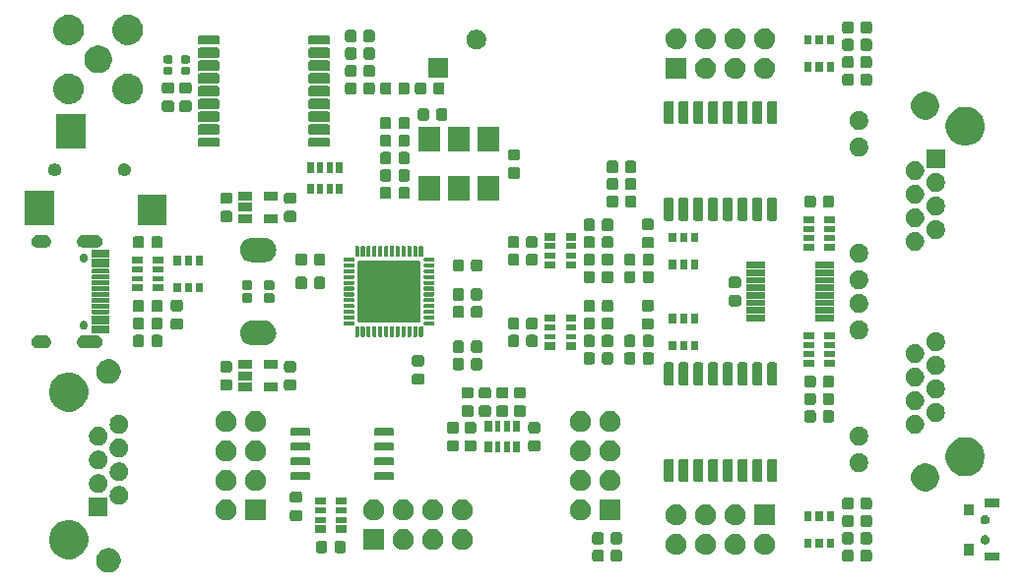
<source format=gbr>
G04 #@! TF.GenerationSoftware,KiCad,Pcbnew,5.1.5*
G04 #@! TF.CreationDate,2020-08-12T23:37:00+02:00*
G04 #@! TF.ProjectId,icE1usb,69634531-7573-4622-9e6b-696361645f70,rev?*
G04 #@! TF.SameCoordinates,Original*
G04 #@! TF.FileFunction,Soldermask,Top*
G04 #@! TF.FilePolarity,Negative*
%FSLAX46Y46*%
G04 Gerber Fmt 4.6, Leading zero omitted, Abs format (unit mm)*
G04 Created by KiCad (PCBNEW 5.1.5) date 2020-08-12 23:37:00*
%MOMM*%
%LPD*%
G04 APERTURE LIST*
%ADD10C,0.100000*%
G04 APERTURE END LIST*
D10*
G36*
X-34938965Y-22103450D02*
G01*
X-34803726Y-22130350D01*
X-34612638Y-22209502D01*
X-34440664Y-22324411D01*
X-34294411Y-22470664D01*
X-34179502Y-22642638D01*
X-34100350Y-22833726D01*
X-34098234Y-22844366D01*
X-34060000Y-23036582D01*
X-34060000Y-23243418D01*
X-34065387Y-23270499D01*
X-34100350Y-23446274D01*
X-34179502Y-23637362D01*
X-34294411Y-23809336D01*
X-34440664Y-23955589D01*
X-34612638Y-24070498D01*
X-34803726Y-24149650D01*
X-34938965Y-24176550D01*
X-35006582Y-24190000D01*
X-35213418Y-24190000D01*
X-35281035Y-24176550D01*
X-35416274Y-24149650D01*
X-35607362Y-24070498D01*
X-35779336Y-23955589D01*
X-35925589Y-23809336D01*
X-36040498Y-23637362D01*
X-36119650Y-23446274D01*
X-36154613Y-23270499D01*
X-36160000Y-23243418D01*
X-36160000Y-23036582D01*
X-36121766Y-22844366D01*
X-36119650Y-22833726D01*
X-36040498Y-22642638D01*
X-35925589Y-22470664D01*
X-35779336Y-22324411D01*
X-35607362Y-22209502D01*
X-35416274Y-22130350D01*
X-35281035Y-22103450D01*
X-35213418Y-22090000D01*
X-35006582Y-22090000D01*
X-34938965Y-22103450D01*
G37*
G36*
X30343858Y-22229501D02*
G01*
X30386037Y-22242296D01*
X30424902Y-22263069D01*
X30458971Y-22291029D01*
X30486931Y-22325098D01*
X30507704Y-22363963D01*
X30520499Y-22406142D01*
X30525000Y-22451838D01*
X30525000Y-23048162D01*
X30520499Y-23093858D01*
X30507704Y-23136037D01*
X30486931Y-23174902D01*
X30458971Y-23208971D01*
X30424902Y-23236931D01*
X30386037Y-23257704D01*
X30343858Y-23270499D01*
X30298162Y-23275000D01*
X29776838Y-23275000D01*
X29731142Y-23270499D01*
X29688963Y-23257704D01*
X29650098Y-23236931D01*
X29616029Y-23208971D01*
X29588069Y-23174902D01*
X29567296Y-23136037D01*
X29554501Y-23093858D01*
X29550000Y-23048162D01*
X29550000Y-22451838D01*
X29554501Y-22406142D01*
X29567296Y-22363963D01*
X29588069Y-22325098D01*
X29616029Y-22291029D01*
X29650098Y-22263069D01*
X29688963Y-22242296D01*
X29731142Y-22229501D01*
X29776838Y-22225000D01*
X30298162Y-22225000D01*
X30343858Y-22229501D01*
G37*
G36*
X7268858Y-22229501D02*
G01*
X7311037Y-22242296D01*
X7349902Y-22263069D01*
X7383971Y-22291029D01*
X7411931Y-22325098D01*
X7432704Y-22363963D01*
X7445499Y-22406142D01*
X7450000Y-22451838D01*
X7450000Y-23048162D01*
X7445499Y-23093858D01*
X7432704Y-23136037D01*
X7411931Y-23174902D01*
X7383971Y-23208971D01*
X7349902Y-23236931D01*
X7311037Y-23257704D01*
X7268858Y-23270499D01*
X7223162Y-23275000D01*
X6701838Y-23275000D01*
X6656142Y-23270499D01*
X6613963Y-23257704D01*
X6575098Y-23236931D01*
X6541029Y-23208971D01*
X6513069Y-23174902D01*
X6492296Y-23136037D01*
X6479501Y-23093858D01*
X6475000Y-23048162D01*
X6475000Y-22451838D01*
X6479501Y-22406142D01*
X6492296Y-22363963D01*
X6513069Y-22325098D01*
X6541029Y-22291029D01*
X6575098Y-22263069D01*
X6613963Y-22242296D01*
X6656142Y-22229501D01*
X6701838Y-22225000D01*
X7223162Y-22225000D01*
X7268858Y-22229501D01*
G37*
G36*
X28768858Y-22229501D02*
G01*
X28811037Y-22242296D01*
X28849902Y-22263069D01*
X28883971Y-22291029D01*
X28911931Y-22325098D01*
X28932704Y-22363963D01*
X28945499Y-22406142D01*
X28950000Y-22451838D01*
X28950000Y-23048162D01*
X28945499Y-23093858D01*
X28932704Y-23136037D01*
X28911931Y-23174902D01*
X28883971Y-23208971D01*
X28849902Y-23236931D01*
X28811037Y-23257704D01*
X28768858Y-23270499D01*
X28723162Y-23275000D01*
X28201838Y-23275000D01*
X28156142Y-23270499D01*
X28113963Y-23257704D01*
X28075098Y-23236931D01*
X28041029Y-23208971D01*
X28013069Y-23174902D01*
X27992296Y-23136037D01*
X27979501Y-23093858D01*
X27975000Y-23048162D01*
X27975000Y-22451838D01*
X27979501Y-22406142D01*
X27992296Y-22363963D01*
X28013069Y-22325098D01*
X28041029Y-22291029D01*
X28075098Y-22263069D01*
X28113963Y-22242296D01*
X28156142Y-22229501D01*
X28201838Y-22225000D01*
X28723162Y-22225000D01*
X28768858Y-22229501D01*
G37*
G36*
X8843858Y-22229501D02*
G01*
X8886037Y-22242296D01*
X8924902Y-22263069D01*
X8958971Y-22291029D01*
X8986931Y-22325098D01*
X9007704Y-22363963D01*
X9020499Y-22406142D01*
X9025000Y-22451838D01*
X9025000Y-23048162D01*
X9020499Y-23093858D01*
X9007704Y-23136037D01*
X8986931Y-23174902D01*
X8958971Y-23208971D01*
X8924902Y-23236931D01*
X8886037Y-23257704D01*
X8843858Y-23270499D01*
X8798162Y-23275000D01*
X8276838Y-23275000D01*
X8231142Y-23270499D01*
X8188963Y-23257704D01*
X8150098Y-23236931D01*
X8116029Y-23208971D01*
X8088069Y-23174902D01*
X8067296Y-23136037D01*
X8054501Y-23093858D01*
X8050000Y-23048162D01*
X8050000Y-22451838D01*
X8054501Y-22406142D01*
X8067296Y-22363963D01*
X8088069Y-22325098D01*
X8116029Y-22291029D01*
X8150098Y-22263069D01*
X8188963Y-22242296D01*
X8231142Y-22229501D01*
X8276838Y-22225000D01*
X8798162Y-22225000D01*
X8843858Y-22229501D01*
G37*
G36*
X41500000Y-23150000D02*
G01*
X40200000Y-23150000D01*
X40200000Y-22450000D01*
X41500000Y-22450000D01*
X41500000Y-23150000D01*
G37*
G36*
X-38051424Y-19749368D02*
G01*
X-38051423Y-19749368D01*
X-38051420Y-19749369D01*
X-37746590Y-19875634D01*
X-37472249Y-20058942D01*
X-37238942Y-20292249D01*
X-37055634Y-20566590D01*
X-36929369Y-20871420D01*
X-36929368Y-20871423D01*
X-36929368Y-20871424D01*
X-36865000Y-21195025D01*
X-36865000Y-21524975D01*
X-36914994Y-21776313D01*
X-36929369Y-21848580D01*
X-37055634Y-22153410D01*
X-37238942Y-22427751D01*
X-37472249Y-22661058D01*
X-37746590Y-22844366D01*
X-38051420Y-22970631D01*
X-38051423Y-22970632D01*
X-38051424Y-22970632D01*
X-38375025Y-23035000D01*
X-38704975Y-23035000D01*
X-39028576Y-22970632D01*
X-39028577Y-22970632D01*
X-39028580Y-22970631D01*
X-39333410Y-22844366D01*
X-39607751Y-22661058D01*
X-39841058Y-22427751D01*
X-40024366Y-22153410D01*
X-40150631Y-21848580D01*
X-40165006Y-21776313D01*
X-40215000Y-21524975D01*
X-40215000Y-21195025D01*
X-40150632Y-20871424D01*
X-40150632Y-20871423D01*
X-40150631Y-20871420D01*
X-40024366Y-20566590D01*
X-39841058Y-20292249D01*
X-39607751Y-20058942D01*
X-39333410Y-19875634D01*
X-39028580Y-19749369D01*
X-39028577Y-19749368D01*
X-39028576Y-19749368D01*
X-38704975Y-19685000D01*
X-38375025Y-19685000D01*
X-38051424Y-19749368D01*
G37*
G36*
X39300000Y-22700000D02*
G01*
X38400000Y-22700000D01*
X38400000Y-21700000D01*
X39300000Y-21700000D01*
X39300000Y-22700000D01*
G37*
G36*
X21473161Y-20884823D02*
G01*
X21572520Y-20904586D01*
X21736310Y-20972430D01*
X21883717Y-21070924D01*
X22009076Y-21196283D01*
X22107570Y-21343690D01*
X22175414Y-21507480D01*
X22188864Y-21575098D01*
X22210000Y-21681355D01*
X22210000Y-21858645D01*
X22197057Y-21923714D01*
X22175414Y-22032520D01*
X22107570Y-22196310D01*
X22009076Y-22343717D01*
X21883717Y-22469076D01*
X21736310Y-22567570D01*
X21572520Y-22635414D01*
X21473161Y-22655177D01*
X21398645Y-22670000D01*
X21221355Y-22670000D01*
X21146839Y-22655177D01*
X21047480Y-22635414D01*
X20883690Y-22567570D01*
X20736283Y-22469076D01*
X20610924Y-22343717D01*
X20512430Y-22196310D01*
X20444586Y-22032520D01*
X20422943Y-21923714D01*
X20410000Y-21858645D01*
X20410000Y-21681355D01*
X20431136Y-21575098D01*
X20444586Y-21507480D01*
X20512430Y-21343690D01*
X20610924Y-21196283D01*
X20736283Y-21070924D01*
X20883690Y-20972430D01*
X21047480Y-20904586D01*
X21146839Y-20884823D01*
X21221355Y-20870000D01*
X21398645Y-20870000D01*
X21473161Y-20884823D01*
G37*
G36*
X18933161Y-20884823D02*
G01*
X19032520Y-20904586D01*
X19196310Y-20972430D01*
X19343717Y-21070924D01*
X19469076Y-21196283D01*
X19567570Y-21343690D01*
X19635414Y-21507480D01*
X19648864Y-21575098D01*
X19670000Y-21681355D01*
X19670000Y-21858645D01*
X19657057Y-21923714D01*
X19635414Y-22032520D01*
X19567570Y-22196310D01*
X19469076Y-22343717D01*
X19343717Y-22469076D01*
X19196310Y-22567570D01*
X19032520Y-22635414D01*
X18933161Y-22655177D01*
X18858645Y-22670000D01*
X18681355Y-22670000D01*
X18606839Y-22655177D01*
X18507480Y-22635414D01*
X18343690Y-22567570D01*
X18196283Y-22469076D01*
X18070924Y-22343717D01*
X17972430Y-22196310D01*
X17904586Y-22032520D01*
X17882943Y-21923714D01*
X17870000Y-21858645D01*
X17870000Y-21681355D01*
X17891136Y-21575098D01*
X17904586Y-21507480D01*
X17972430Y-21343690D01*
X18070924Y-21196283D01*
X18196283Y-21070924D01*
X18343690Y-20972430D01*
X18507480Y-20904586D01*
X18606839Y-20884823D01*
X18681355Y-20870000D01*
X18858645Y-20870000D01*
X18933161Y-20884823D01*
G37*
G36*
X16393161Y-20884823D02*
G01*
X16492520Y-20904586D01*
X16656310Y-20972430D01*
X16803717Y-21070924D01*
X16929076Y-21196283D01*
X17027570Y-21343690D01*
X17095414Y-21507480D01*
X17108864Y-21575098D01*
X17130000Y-21681355D01*
X17130000Y-21858645D01*
X17117057Y-21923714D01*
X17095414Y-22032520D01*
X17027570Y-22196310D01*
X16929076Y-22343717D01*
X16803717Y-22469076D01*
X16656310Y-22567570D01*
X16492520Y-22635414D01*
X16393161Y-22655177D01*
X16318645Y-22670000D01*
X16141355Y-22670000D01*
X16066839Y-22655177D01*
X15967480Y-22635414D01*
X15803690Y-22567570D01*
X15656283Y-22469076D01*
X15530924Y-22343717D01*
X15432430Y-22196310D01*
X15364586Y-22032520D01*
X15342943Y-21923714D01*
X15330000Y-21858645D01*
X15330000Y-21681355D01*
X15351136Y-21575098D01*
X15364586Y-21507480D01*
X15432430Y-21343690D01*
X15530924Y-21196283D01*
X15656283Y-21070924D01*
X15803690Y-20972430D01*
X15967480Y-20904586D01*
X16066839Y-20884823D01*
X16141355Y-20870000D01*
X16318645Y-20870000D01*
X16393161Y-20884823D01*
G37*
G36*
X13853161Y-20884823D02*
G01*
X13952520Y-20904586D01*
X14116310Y-20972430D01*
X14263717Y-21070924D01*
X14389076Y-21196283D01*
X14487570Y-21343690D01*
X14555414Y-21507480D01*
X14568864Y-21575098D01*
X14590000Y-21681355D01*
X14590000Y-21858645D01*
X14577057Y-21923714D01*
X14555414Y-22032520D01*
X14487570Y-22196310D01*
X14389076Y-22343717D01*
X14263717Y-22469076D01*
X14116310Y-22567570D01*
X13952520Y-22635414D01*
X13853161Y-22655177D01*
X13778645Y-22670000D01*
X13601355Y-22670000D01*
X13526839Y-22655177D01*
X13427480Y-22635414D01*
X13263690Y-22567570D01*
X13116283Y-22469076D01*
X12990924Y-22343717D01*
X12892430Y-22196310D01*
X12824586Y-22032520D01*
X12802943Y-21923714D01*
X12790000Y-21858645D01*
X12790000Y-21681355D01*
X12811136Y-21575098D01*
X12824586Y-21507480D01*
X12892430Y-21343690D01*
X12990924Y-21196283D01*
X13116283Y-21070924D01*
X13263690Y-20972430D01*
X13427480Y-20904586D01*
X13526839Y-20884823D01*
X13601355Y-20870000D01*
X13778645Y-20870000D01*
X13853161Y-20884823D01*
G37*
G36*
X-16481142Y-21479501D02*
G01*
X-16438963Y-21492296D01*
X-16400098Y-21513069D01*
X-16366029Y-21541029D01*
X-16338069Y-21575098D01*
X-16317296Y-21613963D01*
X-16304501Y-21656142D01*
X-16300000Y-21701838D01*
X-16300000Y-22298162D01*
X-16304501Y-22343858D01*
X-16317296Y-22386037D01*
X-16338069Y-22424902D01*
X-16366029Y-22458971D01*
X-16400098Y-22486931D01*
X-16438963Y-22507704D01*
X-16481142Y-22520499D01*
X-16526838Y-22525000D01*
X-17048162Y-22525000D01*
X-17093858Y-22520499D01*
X-17136037Y-22507704D01*
X-17174902Y-22486931D01*
X-17208971Y-22458971D01*
X-17236931Y-22424902D01*
X-17257704Y-22386037D01*
X-17270499Y-22343858D01*
X-17275000Y-22298162D01*
X-17275000Y-21701838D01*
X-17270499Y-21656142D01*
X-17257704Y-21613963D01*
X-17236931Y-21575098D01*
X-17208971Y-21541029D01*
X-17174902Y-21513069D01*
X-17136037Y-21492296D01*
X-17093858Y-21479501D01*
X-17048162Y-21475000D01*
X-16526838Y-21475000D01*
X-16481142Y-21479501D01*
G37*
G36*
X-14906142Y-21479501D02*
G01*
X-14863963Y-21492296D01*
X-14825098Y-21513069D01*
X-14791029Y-21541029D01*
X-14763069Y-21575098D01*
X-14742296Y-21613963D01*
X-14729501Y-21656142D01*
X-14725000Y-21701838D01*
X-14725000Y-22298162D01*
X-14729501Y-22343858D01*
X-14742296Y-22386037D01*
X-14763069Y-22424902D01*
X-14791029Y-22458971D01*
X-14825098Y-22486931D01*
X-14863963Y-22507704D01*
X-14906142Y-22520499D01*
X-14951838Y-22525000D01*
X-15473162Y-22525000D01*
X-15518858Y-22520499D01*
X-15561037Y-22507704D01*
X-15599902Y-22486931D01*
X-15633971Y-22458971D01*
X-15661931Y-22424902D01*
X-15682704Y-22386037D01*
X-15695499Y-22343858D01*
X-15700000Y-22298162D01*
X-15700000Y-21701838D01*
X-15695499Y-21656142D01*
X-15682704Y-21613963D01*
X-15661931Y-21575098D01*
X-15633971Y-21541029D01*
X-15599902Y-21513069D01*
X-15561037Y-21492296D01*
X-15518858Y-21479501D01*
X-15473162Y-21475000D01*
X-14951838Y-21475000D01*
X-14906142Y-21479501D01*
G37*
G36*
X-7076839Y-20464823D02*
G01*
X-6977480Y-20484586D01*
X-6813690Y-20552430D01*
X-6666283Y-20650924D01*
X-6540924Y-20776283D01*
X-6442430Y-20923690D01*
X-6374586Y-21087480D01*
X-6369109Y-21115016D01*
X-6340000Y-21261355D01*
X-6340000Y-21438645D01*
X-6353693Y-21507484D01*
X-6374586Y-21612520D01*
X-6442430Y-21776310D01*
X-6540924Y-21923717D01*
X-6666283Y-22049076D01*
X-6813690Y-22147570D01*
X-6977480Y-22215414D01*
X-7076839Y-22235177D01*
X-7151355Y-22250000D01*
X-7328645Y-22250000D01*
X-7403161Y-22235177D01*
X-7502520Y-22215414D01*
X-7666310Y-22147570D01*
X-7813717Y-22049076D01*
X-7939076Y-21923717D01*
X-8037570Y-21776310D01*
X-8105414Y-21612520D01*
X-8126307Y-21507484D01*
X-8140000Y-21438645D01*
X-8140000Y-21261355D01*
X-8110891Y-21115016D01*
X-8105414Y-21087480D01*
X-8037570Y-20923690D01*
X-7939076Y-20776283D01*
X-7813717Y-20650924D01*
X-7666310Y-20552430D01*
X-7502520Y-20484586D01*
X-7403161Y-20464823D01*
X-7328645Y-20450000D01*
X-7151355Y-20450000D01*
X-7076839Y-20464823D01*
G37*
G36*
X-4536839Y-20464823D02*
G01*
X-4437480Y-20484586D01*
X-4273690Y-20552430D01*
X-4126283Y-20650924D01*
X-4000924Y-20776283D01*
X-3902430Y-20923690D01*
X-3834586Y-21087480D01*
X-3829109Y-21115016D01*
X-3800000Y-21261355D01*
X-3800000Y-21438645D01*
X-3813693Y-21507484D01*
X-3834586Y-21612520D01*
X-3902430Y-21776310D01*
X-4000924Y-21923717D01*
X-4126283Y-22049076D01*
X-4273690Y-22147570D01*
X-4437480Y-22215414D01*
X-4536839Y-22235177D01*
X-4611355Y-22250000D01*
X-4788645Y-22250000D01*
X-4863161Y-22235177D01*
X-4962520Y-22215414D01*
X-5126310Y-22147570D01*
X-5273717Y-22049076D01*
X-5399076Y-21923717D01*
X-5497570Y-21776310D01*
X-5565414Y-21612520D01*
X-5586307Y-21507484D01*
X-5600000Y-21438645D01*
X-5600000Y-21261355D01*
X-5570891Y-21115016D01*
X-5565414Y-21087480D01*
X-5497570Y-20923690D01*
X-5399076Y-20776283D01*
X-5273717Y-20650924D01*
X-5126310Y-20552430D01*
X-4962520Y-20484586D01*
X-4863161Y-20464823D01*
X-4788645Y-20450000D01*
X-4611355Y-20450000D01*
X-4536839Y-20464823D01*
G37*
G36*
X-9616839Y-20464823D02*
G01*
X-9517480Y-20484586D01*
X-9353690Y-20552430D01*
X-9206283Y-20650924D01*
X-9080924Y-20776283D01*
X-8982430Y-20923690D01*
X-8914586Y-21087480D01*
X-8909109Y-21115016D01*
X-8880000Y-21261355D01*
X-8880000Y-21438645D01*
X-8893693Y-21507484D01*
X-8914586Y-21612520D01*
X-8982430Y-21776310D01*
X-9080924Y-21923717D01*
X-9206283Y-22049076D01*
X-9353690Y-22147570D01*
X-9517480Y-22215414D01*
X-9616839Y-22235177D01*
X-9691355Y-22250000D01*
X-9868645Y-22250000D01*
X-9943161Y-22235177D01*
X-10042520Y-22215414D01*
X-10206310Y-22147570D01*
X-10353717Y-22049076D01*
X-10479076Y-21923717D01*
X-10577570Y-21776310D01*
X-10645414Y-21612520D01*
X-10666307Y-21507484D01*
X-10680000Y-21438645D01*
X-10680000Y-21261355D01*
X-10650891Y-21115016D01*
X-10645414Y-21087480D01*
X-10577570Y-20923690D01*
X-10479076Y-20776283D01*
X-10353717Y-20650924D01*
X-10206310Y-20552430D01*
X-10042520Y-20484586D01*
X-9943161Y-20464823D01*
X-9868645Y-20450000D01*
X-9691355Y-20450000D01*
X-9616839Y-20464823D01*
G37*
G36*
X-11420000Y-22250000D02*
G01*
X-13220000Y-22250000D01*
X-13220000Y-20450000D01*
X-11420000Y-20450000D01*
X-11420000Y-22250000D01*
G37*
G36*
X25355000Y-22060000D02*
G01*
X24745000Y-22060000D01*
X24745000Y-21260000D01*
X25355000Y-21260000D01*
X25355000Y-22060000D01*
G37*
G36*
X26305000Y-22060000D02*
G01*
X25695000Y-22060000D01*
X25695000Y-21260000D01*
X26305000Y-21260000D01*
X26305000Y-22060000D01*
G37*
G36*
X27255000Y-22060000D02*
G01*
X26645000Y-22060000D01*
X26645000Y-21260000D01*
X27255000Y-21260000D01*
X27255000Y-22060000D01*
G37*
G36*
X8843858Y-20729501D02*
G01*
X8886037Y-20742296D01*
X8924902Y-20763069D01*
X8958971Y-20791029D01*
X8986931Y-20825098D01*
X9007704Y-20863963D01*
X9020499Y-20906142D01*
X9025000Y-20951838D01*
X9025000Y-21548162D01*
X9020499Y-21593858D01*
X9007704Y-21636037D01*
X8986931Y-21674902D01*
X8958971Y-21708971D01*
X8924902Y-21736931D01*
X8886037Y-21757704D01*
X8843858Y-21770499D01*
X8798162Y-21775000D01*
X8276838Y-21775000D01*
X8231142Y-21770499D01*
X8188963Y-21757704D01*
X8150098Y-21736931D01*
X8116029Y-21708971D01*
X8088069Y-21674902D01*
X8067296Y-21636037D01*
X8054501Y-21593858D01*
X8050000Y-21548162D01*
X8050000Y-20951838D01*
X8054501Y-20906142D01*
X8067296Y-20863963D01*
X8088069Y-20825098D01*
X8116029Y-20791029D01*
X8150098Y-20763069D01*
X8188963Y-20742296D01*
X8231142Y-20729501D01*
X8276838Y-20725000D01*
X8798162Y-20725000D01*
X8843858Y-20729501D01*
G37*
G36*
X30343858Y-20729501D02*
G01*
X30386037Y-20742296D01*
X30424902Y-20763069D01*
X30458971Y-20791029D01*
X30486931Y-20825098D01*
X30507704Y-20863963D01*
X30520499Y-20906142D01*
X30525000Y-20951838D01*
X30525000Y-21548162D01*
X30520499Y-21593858D01*
X30507704Y-21636037D01*
X30486931Y-21674902D01*
X30458971Y-21708971D01*
X30424902Y-21736931D01*
X30386037Y-21757704D01*
X30343858Y-21770499D01*
X30298162Y-21775000D01*
X29776838Y-21775000D01*
X29731142Y-21770499D01*
X29688963Y-21757704D01*
X29650098Y-21736931D01*
X29616029Y-21708971D01*
X29588069Y-21674902D01*
X29567296Y-21636037D01*
X29554501Y-21593858D01*
X29550000Y-21548162D01*
X29550000Y-20951838D01*
X29554501Y-20906142D01*
X29567296Y-20863963D01*
X29588069Y-20825098D01*
X29616029Y-20791029D01*
X29650098Y-20763069D01*
X29688963Y-20742296D01*
X29731142Y-20729501D01*
X29776838Y-20725000D01*
X30298162Y-20725000D01*
X30343858Y-20729501D01*
G37*
G36*
X28768858Y-20729501D02*
G01*
X28811037Y-20742296D01*
X28849902Y-20763069D01*
X28883971Y-20791029D01*
X28911931Y-20825098D01*
X28932704Y-20863963D01*
X28945499Y-20906142D01*
X28950000Y-20951838D01*
X28950000Y-21548162D01*
X28945499Y-21593858D01*
X28932704Y-21636037D01*
X28911931Y-21674902D01*
X28883971Y-21708971D01*
X28849902Y-21736931D01*
X28811037Y-21757704D01*
X28768858Y-21770499D01*
X28723162Y-21775000D01*
X28201838Y-21775000D01*
X28156142Y-21770499D01*
X28113963Y-21757704D01*
X28075098Y-21736931D01*
X28041029Y-21708971D01*
X28013069Y-21674902D01*
X27992296Y-21636037D01*
X27979501Y-21593858D01*
X27975000Y-21548162D01*
X27975000Y-20951838D01*
X27979501Y-20906142D01*
X27992296Y-20863963D01*
X28013069Y-20825098D01*
X28041029Y-20791029D01*
X28075098Y-20763069D01*
X28113963Y-20742296D01*
X28156142Y-20729501D01*
X28201838Y-20725000D01*
X28723162Y-20725000D01*
X28768858Y-20729501D01*
G37*
G36*
X7268858Y-20729501D02*
G01*
X7311037Y-20742296D01*
X7349902Y-20763069D01*
X7383971Y-20791029D01*
X7411931Y-20825098D01*
X7432704Y-20863963D01*
X7445499Y-20906142D01*
X7450000Y-20951838D01*
X7450000Y-21548162D01*
X7445499Y-21593858D01*
X7432704Y-21636037D01*
X7411931Y-21674902D01*
X7383971Y-21708971D01*
X7349902Y-21736931D01*
X7311037Y-21757704D01*
X7268858Y-21770499D01*
X7223162Y-21775000D01*
X6701838Y-21775000D01*
X6656142Y-21770499D01*
X6613963Y-21757704D01*
X6575098Y-21736931D01*
X6541029Y-21708971D01*
X6513069Y-21674902D01*
X6492296Y-21636037D01*
X6479501Y-21593858D01*
X6475000Y-21548162D01*
X6475000Y-20951838D01*
X6479501Y-20906142D01*
X6492296Y-20863963D01*
X6513069Y-20825098D01*
X6541029Y-20791029D01*
X6575098Y-20763069D01*
X6613963Y-20742296D01*
X6656142Y-20729501D01*
X6701838Y-20725000D01*
X7223162Y-20725000D01*
X7268858Y-20729501D01*
G37*
G36*
X40366673Y-20985371D02*
G01*
X40366675Y-20985372D01*
X40366676Y-20985372D01*
X40393566Y-20996510D01*
X40439472Y-21015525D01*
X40504984Y-21059299D01*
X40560701Y-21115016D01*
X40604475Y-21180528D01*
X40634629Y-21253327D01*
X40650000Y-21330601D01*
X40650000Y-21409399D01*
X40634629Y-21486673D01*
X40604475Y-21559472D01*
X40560701Y-21624984D01*
X40504984Y-21680701D01*
X40439472Y-21724475D01*
X40416667Y-21733921D01*
X40366676Y-21754628D01*
X40366675Y-21754628D01*
X40366673Y-21754629D01*
X40289399Y-21770000D01*
X40210601Y-21770000D01*
X40133327Y-21754629D01*
X40133325Y-21754628D01*
X40133324Y-21754628D01*
X40083333Y-21733921D01*
X40060528Y-21724475D01*
X39995016Y-21680701D01*
X39939299Y-21624984D01*
X39895525Y-21559472D01*
X39865371Y-21486673D01*
X39850000Y-21409399D01*
X39850000Y-21330601D01*
X39865371Y-21253327D01*
X39895525Y-21180528D01*
X39939299Y-21115016D01*
X39995016Y-21059299D01*
X40060528Y-21015525D01*
X40106434Y-20996510D01*
X40133324Y-20985372D01*
X40133325Y-20985372D01*
X40133327Y-20985371D01*
X40210601Y-20970000D01*
X40289399Y-20970000D01*
X40366673Y-20985371D01*
G37*
G36*
X-14650000Y-20750000D02*
G01*
X-15550000Y-20750000D01*
X-15550000Y-20150000D01*
X-14650000Y-20150000D01*
X-14650000Y-20750000D01*
G37*
G36*
X-16450000Y-20750000D02*
G01*
X-17350000Y-20750000D01*
X-17350000Y-20150000D01*
X-16450000Y-20150000D01*
X-16450000Y-20750000D01*
G37*
G36*
X28768858Y-19229501D02*
G01*
X28811037Y-19242296D01*
X28849902Y-19263069D01*
X28883971Y-19291029D01*
X28911931Y-19325098D01*
X28932704Y-19363963D01*
X28945499Y-19406142D01*
X28950000Y-19451838D01*
X28950000Y-20048162D01*
X28945499Y-20093858D01*
X28932704Y-20136037D01*
X28911931Y-20174902D01*
X28883971Y-20208971D01*
X28849902Y-20236931D01*
X28811037Y-20257704D01*
X28768858Y-20270499D01*
X28723162Y-20275000D01*
X28201838Y-20275000D01*
X28156142Y-20270499D01*
X28113963Y-20257704D01*
X28075098Y-20236931D01*
X28041029Y-20208971D01*
X28013069Y-20174902D01*
X27992296Y-20136037D01*
X27979501Y-20093858D01*
X27975000Y-20048162D01*
X27975000Y-19451838D01*
X27979501Y-19406142D01*
X27992296Y-19363963D01*
X28013069Y-19325098D01*
X28041029Y-19291029D01*
X28075098Y-19263069D01*
X28113963Y-19242296D01*
X28156142Y-19229501D01*
X28201838Y-19225000D01*
X28723162Y-19225000D01*
X28768858Y-19229501D01*
G37*
G36*
X30343858Y-19229501D02*
G01*
X30386037Y-19242296D01*
X30424902Y-19263069D01*
X30458971Y-19291029D01*
X30486931Y-19325098D01*
X30507704Y-19363963D01*
X30520499Y-19406142D01*
X30525000Y-19451838D01*
X30525000Y-20048162D01*
X30520499Y-20093858D01*
X30507704Y-20136037D01*
X30486931Y-20174902D01*
X30458971Y-20208971D01*
X30424902Y-20236931D01*
X30386037Y-20257704D01*
X30343858Y-20270499D01*
X30298162Y-20275000D01*
X29776838Y-20275000D01*
X29731142Y-20270499D01*
X29688963Y-20257704D01*
X29650098Y-20236931D01*
X29616029Y-20208971D01*
X29588069Y-20174902D01*
X29567296Y-20136037D01*
X29554501Y-20093858D01*
X29550000Y-20048162D01*
X29550000Y-19451838D01*
X29554501Y-19406142D01*
X29567296Y-19363963D01*
X29588069Y-19325098D01*
X29616029Y-19291029D01*
X29650098Y-19263069D01*
X29688963Y-19242296D01*
X29731142Y-19229501D01*
X29776838Y-19225000D01*
X30298162Y-19225000D01*
X30343858Y-19229501D01*
G37*
G36*
X13853161Y-18344823D02*
G01*
X13952520Y-18364586D01*
X14116310Y-18432430D01*
X14263717Y-18530924D01*
X14389076Y-18656283D01*
X14487570Y-18803690D01*
X14555414Y-18967480D01*
X14561126Y-18996197D01*
X14590000Y-19141355D01*
X14590000Y-19318645D01*
X14578696Y-19375471D01*
X14555414Y-19492520D01*
X14487570Y-19656310D01*
X14389076Y-19803717D01*
X14263717Y-19929076D01*
X14116310Y-20027570D01*
X13952520Y-20095414D01*
X13853161Y-20115177D01*
X13778645Y-20130000D01*
X13601355Y-20130000D01*
X13526839Y-20115177D01*
X13427480Y-20095414D01*
X13263690Y-20027570D01*
X13116283Y-19929076D01*
X12990924Y-19803717D01*
X12892430Y-19656310D01*
X12824586Y-19492520D01*
X12801304Y-19375471D01*
X12790000Y-19318645D01*
X12790000Y-19141355D01*
X12818874Y-18996197D01*
X12824586Y-18967480D01*
X12892430Y-18803690D01*
X12990924Y-18656283D01*
X13116283Y-18530924D01*
X13263690Y-18432430D01*
X13427480Y-18364586D01*
X13526839Y-18344823D01*
X13601355Y-18330000D01*
X13778645Y-18330000D01*
X13853161Y-18344823D01*
G37*
G36*
X16393161Y-18344823D02*
G01*
X16492520Y-18364586D01*
X16656310Y-18432430D01*
X16803717Y-18530924D01*
X16929076Y-18656283D01*
X17027570Y-18803690D01*
X17095414Y-18967480D01*
X17101126Y-18996197D01*
X17130000Y-19141355D01*
X17130000Y-19318645D01*
X17118696Y-19375471D01*
X17095414Y-19492520D01*
X17027570Y-19656310D01*
X16929076Y-19803717D01*
X16803717Y-19929076D01*
X16656310Y-20027570D01*
X16492520Y-20095414D01*
X16393161Y-20115177D01*
X16318645Y-20130000D01*
X16141355Y-20130000D01*
X16066839Y-20115177D01*
X15967480Y-20095414D01*
X15803690Y-20027570D01*
X15656283Y-19929076D01*
X15530924Y-19803717D01*
X15432430Y-19656310D01*
X15364586Y-19492520D01*
X15341304Y-19375471D01*
X15330000Y-19318645D01*
X15330000Y-19141355D01*
X15358874Y-18996197D01*
X15364586Y-18967480D01*
X15432430Y-18803690D01*
X15530924Y-18656283D01*
X15656283Y-18530924D01*
X15803690Y-18432430D01*
X15967480Y-18364586D01*
X16066839Y-18344823D01*
X16141355Y-18330000D01*
X16318645Y-18330000D01*
X16393161Y-18344823D01*
G37*
G36*
X18933161Y-18344823D02*
G01*
X19032520Y-18364586D01*
X19196310Y-18432430D01*
X19343717Y-18530924D01*
X19469076Y-18656283D01*
X19567570Y-18803690D01*
X19635414Y-18967480D01*
X19641126Y-18996197D01*
X19670000Y-19141355D01*
X19670000Y-19318645D01*
X19658696Y-19375471D01*
X19635414Y-19492520D01*
X19567570Y-19656310D01*
X19469076Y-19803717D01*
X19343717Y-19929076D01*
X19196310Y-20027570D01*
X19032520Y-20095414D01*
X18933161Y-20115177D01*
X18858645Y-20130000D01*
X18681355Y-20130000D01*
X18606839Y-20115177D01*
X18507480Y-20095414D01*
X18343690Y-20027570D01*
X18196283Y-19929076D01*
X18070924Y-19803717D01*
X17972430Y-19656310D01*
X17904586Y-19492520D01*
X17881304Y-19375471D01*
X17870000Y-19318645D01*
X17870000Y-19141355D01*
X17898874Y-18996197D01*
X17904586Y-18967480D01*
X17972430Y-18803690D01*
X18070924Y-18656283D01*
X18196283Y-18530924D01*
X18343690Y-18432430D01*
X18507480Y-18364586D01*
X18606839Y-18344823D01*
X18681355Y-18330000D01*
X18858645Y-18330000D01*
X18933161Y-18344823D01*
G37*
G36*
X22210000Y-20130000D02*
G01*
X20410000Y-20130000D01*
X20410000Y-18330000D01*
X22210000Y-18330000D01*
X22210000Y-20130000D01*
G37*
G36*
X40366673Y-19265371D02*
G01*
X40366675Y-19265372D01*
X40366676Y-19265372D01*
X40393566Y-19276510D01*
X40439472Y-19295525D01*
X40504984Y-19339299D01*
X40560701Y-19395016D01*
X40604475Y-19460528D01*
X40634629Y-19533327D01*
X40650000Y-19610601D01*
X40650000Y-19689399D01*
X40634629Y-19766673D01*
X40604475Y-19839472D01*
X40560701Y-19904984D01*
X40504984Y-19960701D01*
X40439472Y-20004475D01*
X40393566Y-20023490D01*
X40366676Y-20034628D01*
X40366675Y-20034628D01*
X40366673Y-20034629D01*
X40289399Y-20050000D01*
X40210601Y-20050000D01*
X40133327Y-20034629D01*
X40133325Y-20034628D01*
X40133324Y-20034628D01*
X40106434Y-20023490D01*
X40060528Y-20004475D01*
X39995016Y-19960701D01*
X39939299Y-19904984D01*
X39895525Y-19839472D01*
X39865371Y-19766673D01*
X39850000Y-19689399D01*
X39850000Y-19610601D01*
X39865371Y-19533327D01*
X39895525Y-19460528D01*
X39939299Y-19395016D01*
X39995016Y-19339299D01*
X40060528Y-19295525D01*
X40106434Y-19276510D01*
X40133324Y-19265372D01*
X40133325Y-19265372D01*
X40133327Y-19265371D01*
X40210601Y-19250000D01*
X40289399Y-19250000D01*
X40366673Y-19265371D01*
G37*
G36*
X-16450000Y-19900000D02*
G01*
X-17350000Y-19900000D01*
X-17350000Y-19400000D01*
X-16450000Y-19400000D01*
X-16450000Y-19900000D01*
G37*
G36*
X-14650000Y-19900000D02*
G01*
X-15550000Y-19900000D01*
X-15550000Y-19400000D01*
X-14650000Y-19400000D01*
X-14650000Y-19900000D01*
G37*
G36*
X-18656142Y-18804501D02*
G01*
X-18613963Y-18817296D01*
X-18575098Y-18838069D01*
X-18541029Y-18866029D01*
X-18513069Y-18900098D01*
X-18492296Y-18938963D01*
X-18479501Y-18981142D01*
X-18475000Y-19026838D01*
X-18475000Y-19548162D01*
X-18479501Y-19593858D01*
X-18492296Y-19636037D01*
X-18513069Y-19674902D01*
X-18541029Y-19708971D01*
X-18575098Y-19736931D01*
X-18613963Y-19757704D01*
X-18656142Y-19770499D01*
X-18701838Y-19775000D01*
X-19298162Y-19775000D01*
X-19343858Y-19770499D01*
X-19386037Y-19757704D01*
X-19424902Y-19736931D01*
X-19458971Y-19708971D01*
X-19486931Y-19674902D01*
X-19507704Y-19636037D01*
X-19520499Y-19593858D01*
X-19525000Y-19548162D01*
X-19525000Y-19026838D01*
X-19520499Y-18981142D01*
X-19507704Y-18938963D01*
X-19486931Y-18900098D01*
X-19458971Y-18866029D01*
X-19424902Y-18838069D01*
X-19386037Y-18817296D01*
X-19343858Y-18804501D01*
X-19298162Y-18800000D01*
X-18701838Y-18800000D01*
X-18656142Y-18804501D01*
G37*
G36*
X26305000Y-19740000D02*
G01*
X25695000Y-19740000D01*
X25695000Y-18940000D01*
X26305000Y-18940000D01*
X26305000Y-19740000D01*
G37*
G36*
X27255000Y-19740000D02*
G01*
X26645000Y-19740000D01*
X26645000Y-18940000D01*
X27255000Y-18940000D01*
X27255000Y-19740000D01*
G37*
G36*
X25355000Y-19740000D02*
G01*
X24745000Y-19740000D01*
X24745000Y-18940000D01*
X25355000Y-18940000D01*
X25355000Y-19740000D01*
G37*
G36*
X-24856839Y-17924823D02*
G01*
X-24757480Y-17944586D01*
X-24593690Y-18012430D01*
X-24446283Y-18110924D01*
X-24320924Y-18236283D01*
X-24222430Y-18383690D01*
X-24154586Y-18547480D01*
X-24139260Y-18624529D01*
X-24120000Y-18721355D01*
X-24120000Y-18898645D01*
X-24133693Y-18967484D01*
X-24154586Y-19072520D01*
X-24222430Y-19236310D01*
X-24320924Y-19383717D01*
X-24446283Y-19509076D01*
X-24593690Y-19607570D01*
X-24757480Y-19675414D01*
X-24856839Y-19695177D01*
X-24931355Y-19710000D01*
X-25108645Y-19710000D01*
X-25183161Y-19695177D01*
X-25282520Y-19675414D01*
X-25446310Y-19607570D01*
X-25593717Y-19509076D01*
X-25719076Y-19383717D01*
X-25817570Y-19236310D01*
X-25885414Y-19072520D01*
X-25906307Y-18967484D01*
X-25920000Y-18898645D01*
X-25920000Y-18721355D01*
X-25900740Y-18624529D01*
X-25885414Y-18547480D01*
X-25817570Y-18383690D01*
X-25719076Y-18236283D01*
X-25593717Y-18110924D01*
X-25446310Y-18012430D01*
X-25282520Y-17944586D01*
X-25183161Y-17924823D01*
X-25108645Y-17910000D01*
X-24931355Y-17910000D01*
X-24856839Y-17924823D01*
G37*
G36*
X5623161Y-17924823D02*
G01*
X5722520Y-17944586D01*
X5886310Y-18012430D01*
X6033717Y-18110924D01*
X6159076Y-18236283D01*
X6257570Y-18383690D01*
X6325414Y-18547480D01*
X6340740Y-18624529D01*
X6360000Y-18721355D01*
X6360000Y-18898645D01*
X6346307Y-18967484D01*
X6325414Y-19072520D01*
X6257570Y-19236310D01*
X6159076Y-19383717D01*
X6033717Y-19509076D01*
X5886310Y-19607570D01*
X5722520Y-19675414D01*
X5623161Y-19695177D01*
X5548645Y-19710000D01*
X5371355Y-19710000D01*
X5296839Y-19695177D01*
X5197480Y-19675414D01*
X5033690Y-19607570D01*
X4886283Y-19509076D01*
X4760924Y-19383717D01*
X4662430Y-19236310D01*
X4594586Y-19072520D01*
X4573693Y-18967484D01*
X4560000Y-18898645D01*
X4560000Y-18721355D01*
X4579260Y-18624529D01*
X4594586Y-18547480D01*
X4662430Y-18383690D01*
X4760924Y-18236283D01*
X4886283Y-18110924D01*
X5033690Y-18012430D01*
X5197480Y-17944586D01*
X5296839Y-17924823D01*
X5371355Y-17910000D01*
X5548645Y-17910000D01*
X5623161Y-17924823D01*
G37*
G36*
X8900000Y-19710000D02*
G01*
X7100000Y-19710000D01*
X7100000Y-17910000D01*
X8900000Y-17910000D01*
X8900000Y-19710000D01*
G37*
G36*
X-4536839Y-17924823D02*
G01*
X-4437480Y-17944586D01*
X-4273690Y-18012430D01*
X-4126283Y-18110924D01*
X-4000924Y-18236283D01*
X-3902430Y-18383690D01*
X-3834586Y-18547480D01*
X-3819260Y-18624529D01*
X-3800000Y-18721355D01*
X-3800000Y-18898645D01*
X-3813693Y-18967484D01*
X-3834586Y-19072520D01*
X-3902430Y-19236310D01*
X-4000924Y-19383717D01*
X-4126283Y-19509076D01*
X-4273690Y-19607570D01*
X-4437480Y-19675414D01*
X-4536839Y-19695177D01*
X-4611355Y-19710000D01*
X-4788645Y-19710000D01*
X-4863161Y-19695177D01*
X-4962520Y-19675414D01*
X-5126310Y-19607570D01*
X-5273717Y-19509076D01*
X-5399076Y-19383717D01*
X-5497570Y-19236310D01*
X-5565414Y-19072520D01*
X-5586307Y-18967484D01*
X-5600000Y-18898645D01*
X-5600000Y-18721355D01*
X-5580740Y-18624529D01*
X-5565414Y-18547480D01*
X-5497570Y-18383690D01*
X-5399076Y-18236283D01*
X-5273717Y-18110924D01*
X-5126310Y-18012430D01*
X-4962520Y-17944586D01*
X-4863161Y-17924823D01*
X-4788645Y-17910000D01*
X-4611355Y-17910000D01*
X-4536839Y-17924823D01*
G37*
G36*
X-7076839Y-17924823D02*
G01*
X-6977480Y-17944586D01*
X-6813690Y-18012430D01*
X-6666283Y-18110924D01*
X-6540924Y-18236283D01*
X-6442430Y-18383690D01*
X-6374586Y-18547480D01*
X-6359260Y-18624529D01*
X-6340000Y-18721355D01*
X-6340000Y-18898645D01*
X-6353693Y-18967484D01*
X-6374586Y-19072520D01*
X-6442430Y-19236310D01*
X-6540924Y-19383717D01*
X-6666283Y-19509076D01*
X-6813690Y-19607570D01*
X-6977480Y-19675414D01*
X-7076839Y-19695177D01*
X-7151355Y-19710000D01*
X-7328645Y-19710000D01*
X-7403161Y-19695177D01*
X-7502520Y-19675414D01*
X-7666310Y-19607570D01*
X-7813717Y-19509076D01*
X-7939076Y-19383717D01*
X-8037570Y-19236310D01*
X-8105414Y-19072520D01*
X-8126307Y-18967484D01*
X-8140000Y-18898645D01*
X-8140000Y-18721355D01*
X-8120740Y-18624529D01*
X-8105414Y-18547480D01*
X-8037570Y-18383690D01*
X-7939076Y-18236283D01*
X-7813717Y-18110924D01*
X-7666310Y-18012430D01*
X-7502520Y-17944586D01*
X-7403161Y-17924823D01*
X-7328645Y-17910000D01*
X-7151355Y-17910000D01*
X-7076839Y-17924823D01*
G37*
G36*
X-9616839Y-17924823D02*
G01*
X-9517480Y-17944586D01*
X-9353690Y-18012430D01*
X-9206283Y-18110924D01*
X-9080924Y-18236283D01*
X-8982430Y-18383690D01*
X-8914586Y-18547480D01*
X-8899260Y-18624529D01*
X-8880000Y-18721355D01*
X-8880000Y-18898645D01*
X-8893693Y-18967484D01*
X-8914586Y-19072520D01*
X-8982430Y-19236310D01*
X-9080924Y-19383717D01*
X-9206283Y-19509076D01*
X-9353690Y-19607570D01*
X-9517480Y-19675414D01*
X-9616839Y-19695177D01*
X-9691355Y-19710000D01*
X-9868645Y-19710000D01*
X-9943161Y-19695177D01*
X-10042520Y-19675414D01*
X-10206310Y-19607570D01*
X-10353717Y-19509076D01*
X-10479076Y-19383717D01*
X-10577570Y-19236310D01*
X-10645414Y-19072520D01*
X-10666307Y-18967484D01*
X-10680000Y-18898645D01*
X-10680000Y-18721355D01*
X-10660740Y-18624529D01*
X-10645414Y-18547480D01*
X-10577570Y-18383690D01*
X-10479076Y-18236283D01*
X-10353717Y-18110924D01*
X-10206310Y-18012430D01*
X-10042520Y-17944586D01*
X-9943161Y-17924823D01*
X-9868645Y-17910000D01*
X-9691355Y-17910000D01*
X-9616839Y-17924823D01*
G37*
G36*
X-12156839Y-17924823D02*
G01*
X-12057480Y-17944586D01*
X-11893690Y-18012430D01*
X-11746283Y-18110924D01*
X-11620924Y-18236283D01*
X-11522430Y-18383690D01*
X-11454586Y-18547480D01*
X-11439260Y-18624529D01*
X-11420000Y-18721355D01*
X-11420000Y-18898645D01*
X-11433693Y-18967484D01*
X-11454586Y-19072520D01*
X-11522430Y-19236310D01*
X-11620924Y-19383717D01*
X-11746283Y-19509076D01*
X-11893690Y-19607570D01*
X-12057480Y-19675414D01*
X-12156839Y-19695177D01*
X-12231355Y-19710000D01*
X-12408645Y-19710000D01*
X-12483161Y-19695177D01*
X-12582520Y-19675414D01*
X-12746310Y-19607570D01*
X-12893717Y-19509076D01*
X-13019076Y-19383717D01*
X-13117570Y-19236310D01*
X-13185414Y-19072520D01*
X-13206307Y-18967484D01*
X-13220000Y-18898645D01*
X-13220000Y-18721355D01*
X-13200740Y-18624529D01*
X-13185414Y-18547480D01*
X-13117570Y-18383690D01*
X-13019076Y-18236283D01*
X-12893717Y-18110924D01*
X-12746310Y-18012430D01*
X-12582520Y-17944586D01*
X-12483161Y-17924823D01*
X-12408645Y-17910000D01*
X-12231355Y-17910000D01*
X-12156839Y-17924823D01*
G37*
G36*
X-21580000Y-19710000D02*
G01*
X-23380000Y-19710000D01*
X-23380000Y-17910000D01*
X-21580000Y-17910000D01*
X-21580000Y-19710000D01*
G37*
G36*
X-35200000Y-19370000D02*
G01*
X-36800000Y-19370000D01*
X-36800000Y-17770000D01*
X-35200000Y-17770000D01*
X-35200000Y-19370000D01*
G37*
G36*
X39300000Y-19300000D02*
G01*
X38400000Y-19300000D01*
X38400000Y-18300000D01*
X39300000Y-18300000D01*
X39300000Y-19300000D01*
G37*
G36*
X-16450000Y-19100000D02*
G01*
X-17350000Y-19100000D01*
X-17350000Y-18600000D01*
X-16450000Y-18600000D01*
X-16450000Y-19100000D01*
G37*
G36*
X-14650000Y-19100000D02*
G01*
X-15550000Y-19100000D01*
X-15550000Y-18600000D01*
X-14650000Y-18600000D01*
X-14650000Y-19100000D01*
G37*
G36*
X30343858Y-17729501D02*
G01*
X30386037Y-17742296D01*
X30424902Y-17763069D01*
X30458971Y-17791029D01*
X30486931Y-17825098D01*
X30507704Y-17863963D01*
X30520499Y-17906142D01*
X30525000Y-17951838D01*
X30525000Y-18548162D01*
X30520499Y-18593858D01*
X30507704Y-18636037D01*
X30486931Y-18674902D01*
X30458971Y-18708971D01*
X30424902Y-18736931D01*
X30386037Y-18757704D01*
X30343858Y-18770499D01*
X30298162Y-18775000D01*
X29776838Y-18775000D01*
X29731142Y-18770499D01*
X29688963Y-18757704D01*
X29650098Y-18736931D01*
X29616029Y-18708971D01*
X29588069Y-18674902D01*
X29567296Y-18636037D01*
X29554501Y-18593858D01*
X29550000Y-18548162D01*
X29550000Y-17951838D01*
X29554501Y-17906142D01*
X29567296Y-17863963D01*
X29588069Y-17825098D01*
X29616029Y-17791029D01*
X29650098Y-17763069D01*
X29688963Y-17742296D01*
X29731142Y-17729501D01*
X29776838Y-17725000D01*
X30298162Y-17725000D01*
X30343858Y-17729501D01*
G37*
G36*
X28768858Y-17729501D02*
G01*
X28811037Y-17742296D01*
X28849902Y-17763069D01*
X28883971Y-17791029D01*
X28911931Y-17825098D01*
X28932704Y-17863963D01*
X28945499Y-17906142D01*
X28950000Y-17951838D01*
X28950000Y-18548162D01*
X28945499Y-18593858D01*
X28932704Y-18636037D01*
X28911931Y-18674902D01*
X28883971Y-18708971D01*
X28849902Y-18736931D01*
X28811037Y-18757704D01*
X28768858Y-18770499D01*
X28723162Y-18775000D01*
X28201838Y-18775000D01*
X28156142Y-18770499D01*
X28113963Y-18757704D01*
X28075098Y-18736931D01*
X28041029Y-18708971D01*
X28013069Y-18674902D01*
X27992296Y-18636037D01*
X27979501Y-18593858D01*
X27975000Y-18548162D01*
X27975000Y-17951838D01*
X27979501Y-17906142D01*
X27992296Y-17863963D01*
X28013069Y-17825098D01*
X28041029Y-17791029D01*
X28075098Y-17763069D01*
X28113963Y-17742296D01*
X28156142Y-17729501D01*
X28201838Y-17725000D01*
X28723162Y-17725000D01*
X28768858Y-17729501D01*
G37*
G36*
X41500000Y-18550000D02*
G01*
X40200000Y-18550000D01*
X40200000Y-17850000D01*
X41500000Y-17850000D01*
X41500000Y-18550000D01*
G37*
G36*
X-34091169Y-16759953D02*
G01*
X-33986649Y-16780743D01*
X-33841058Y-16841049D01*
X-33710030Y-16928599D01*
X-33598599Y-17040030D01*
X-33511049Y-17171058D01*
X-33450743Y-17316649D01*
X-33441332Y-17363963D01*
X-33420488Y-17468750D01*
X-33420000Y-17471207D01*
X-33420000Y-17628793D01*
X-33450743Y-17783351D01*
X-33511049Y-17928942D01*
X-33598599Y-18059970D01*
X-33710030Y-18171401D01*
X-33841058Y-18258951D01*
X-33986649Y-18319257D01*
X-34089688Y-18339752D01*
X-34141205Y-18350000D01*
X-34298795Y-18350000D01*
X-34350312Y-18339752D01*
X-34453351Y-18319257D01*
X-34598942Y-18258951D01*
X-34729970Y-18171401D01*
X-34841401Y-18059970D01*
X-34928951Y-17928942D01*
X-34989257Y-17783351D01*
X-35020000Y-17628793D01*
X-35020000Y-17471207D01*
X-35019511Y-17468750D01*
X-34998668Y-17363963D01*
X-34989257Y-17316649D01*
X-34928951Y-17171058D01*
X-34841401Y-17040030D01*
X-34729970Y-16928599D01*
X-34598942Y-16841049D01*
X-34453351Y-16780743D01*
X-34348831Y-16759953D01*
X-34298795Y-16750000D01*
X-34141205Y-16750000D01*
X-34091169Y-16759953D01*
G37*
G36*
X-14650000Y-18350000D02*
G01*
X-15550000Y-18350000D01*
X-15550000Y-17750000D01*
X-14650000Y-17750000D01*
X-14650000Y-18350000D01*
G37*
G36*
X-16450000Y-18350000D02*
G01*
X-17350000Y-18350000D01*
X-17350000Y-17750000D01*
X-16450000Y-17750000D01*
X-16450000Y-18350000D01*
G37*
G36*
X-18656142Y-17229501D02*
G01*
X-18613963Y-17242296D01*
X-18575098Y-17263069D01*
X-18541029Y-17291029D01*
X-18513069Y-17325098D01*
X-18492296Y-17363963D01*
X-18479501Y-17406142D01*
X-18475000Y-17451838D01*
X-18475000Y-17973162D01*
X-18479501Y-18018858D01*
X-18492296Y-18061037D01*
X-18513069Y-18099902D01*
X-18541029Y-18133971D01*
X-18575098Y-18161931D01*
X-18613963Y-18182704D01*
X-18656142Y-18195499D01*
X-18701838Y-18200000D01*
X-19298162Y-18200000D01*
X-19343858Y-18195499D01*
X-19386037Y-18182704D01*
X-19424902Y-18161931D01*
X-19458971Y-18133971D01*
X-19486931Y-18099902D01*
X-19507704Y-18061037D01*
X-19520499Y-18018858D01*
X-19525000Y-17973162D01*
X-19525000Y-17451838D01*
X-19520499Y-17406142D01*
X-19507704Y-17363963D01*
X-19486931Y-17325098D01*
X-19458971Y-17291029D01*
X-19424902Y-17263069D01*
X-19386037Y-17242296D01*
X-19343858Y-17229501D01*
X-19298162Y-17225000D01*
X-18701838Y-17225000D01*
X-18656142Y-17229501D01*
G37*
G36*
X-35869688Y-15740248D02*
G01*
X-35766649Y-15760743D01*
X-35621058Y-15821049D01*
X-35490030Y-15908599D01*
X-35378599Y-16020030D01*
X-35291049Y-16151058D01*
X-35230743Y-16296649D01*
X-35200000Y-16451207D01*
X-35200000Y-16608793D01*
X-35230743Y-16763351D01*
X-35291049Y-16908942D01*
X-35378599Y-17039970D01*
X-35490030Y-17151401D01*
X-35621058Y-17238951D01*
X-35766649Y-17299257D01*
X-35869688Y-17319752D01*
X-35921205Y-17330000D01*
X-36078795Y-17330000D01*
X-36130312Y-17319752D01*
X-36233351Y-17299257D01*
X-36378942Y-17238951D01*
X-36509970Y-17151401D01*
X-36621401Y-17039970D01*
X-36708951Y-16908942D01*
X-36769257Y-16763351D01*
X-36800000Y-16608793D01*
X-36800000Y-16451207D01*
X-36769257Y-16296649D01*
X-36708951Y-16151058D01*
X-36621401Y-16020030D01*
X-36509970Y-15908599D01*
X-36378942Y-15821049D01*
X-36233351Y-15760743D01*
X-36130312Y-15740248D01*
X-36078795Y-15730000D01*
X-35921205Y-15730000D01*
X-35869688Y-15740248D01*
G37*
G36*
X35460024Y-14841114D02*
G01*
X35678417Y-14931575D01*
X35874953Y-15062897D01*
X36042103Y-15230047D01*
X36173425Y-15426583D01*
X36263886Y-15644976D01*
X36310000Y-15876808D01*
X36310000Y-16113192D01*
X36263886Y-16345024D01*
X36173425Y-16563417D01*
X36042103Y-16759953D01*
X35874953Y-16927103D01*
X35678417Y-17058425D01*
X35460024Y-17148886D01*
X35228192Y-17195000D01*
X34991808Y-17195000D01*
X34759976Y-17148886D01*
X34541583Y-17058425D01*
X34345047Y-16927103D01*
X34177897Y-16759953D01*
X34046575Y-16563417D01*
X33956114Y-16345024D01*
X33910000Y-16113192D01*
X33910000Y-15876808D01*
X33956114Y-15644976D01*
X34046575Y-15426583D01*
X34177897Y-15230047D01*
X34345047Y-15062897D01*
X34541583Y-14931575D01*
X34759976Y-14841114D01*
X34991808Y-14795000D01*
X35228192Y-14795000D01*
X35460024Y-14841114D01*
G37*
G36*
X-22316839Y-15384823D02*
G01*
X-22217480Y-15404586D01*
X-22053690Y-15472430D01*
X-21906283Y-15570924D01*
X-21780924Y-15696283D01*
X-21682430Y-15843690D01*
X-21614586Y-16007480D01*
X-21600161Y-16080000D01*
X-21580000Y-16181355D01*
X-21580000Y-16358645D01*
X-21588243Y-16400083D01*
X-21614586Y-16532520D01*
X-21682430Y-16696310D01*
X-21780924Y-16843717D01*
X-21906283Y-16969076D01*
X-22053690Y-17067570D01*
X-22217480Y-17135414D01*
X-22316839Y-17155177D01*
X-22391355Y-17170000D01*
X-22568645Y-17170000D01*
X-22643161Y-17155177D01*
X-22742520Y-17135414D01*
X-22906310Y-17067570D01*
X-23053717Y-16969076D01*
X-23179076Y-16843717D01*
X-23277570Y-16696310D01*
X-23345414Y-16532520D01*
X-23371757Y-16400083D01*
X-23380000Y-16358645D01*
X-23380000Y-16181355D01*
X-23359839Y-16080000D01*
X-23345414Y-16007480D01*
X-23277570Y-15843690D01*
X-23179076Y-15696283D01*
X-23053717Y-15570924D01*
X-22906310Y-15472430D01*
X-22742520Y-15404586D01*
X-22643161Y-15384823D01*
X-22568645Y-15370000D01*
X-22391355Y-15370000D01*
X-22316839Y-15384823D01*
G37*
G36*
X5623161Y-15384823D02*
G01*
X5722520Y-15404586D01*
X5886310Y-15472430D01*
X6033717Y-15570924D01*
X6159076Y-15696283D01*
X6257570Y-15843690D01*
X6325414Y-16007480D01*
X6339839Y-16080000D01*
X6360000Y-16181355D01*
X6360000Y-16358645D01*
X6351757Y-16400083D01*
X6325414Y-16532520D01*
X6257570Y-16696310D01*
X6159076Y-16843717D01*
X6033717Y-16969076D01*
X5886310Y-17067570D01*
X5722520Y-17135414D01*
X5623161Y-17155177D01*
X5548645Y-17170000D01*
X5371355Y-17170000D01*
X5296839Y-17155177D01*
X5197480Y-17135414D01*
X5033690Y-17067570D01*
X4886283Y-16969076D01*
X4760924Y-16843717D01*
X4662430Y-16696310D01*
X4594586Y-16532520D01*
X4568243Y-16400083D01*
X4560000Y-16358645D01*
X4560000Y-16181355D01*
X4580161Y-16080000D01*
X4594586Y-16007480D01*
X4662430Y-15843690D01*
X4760924Y-15696283D01*
X4886283Y-15570924D01*
X5033690Y-15472430D01*
X5197480Y-15404586D01*
X5296839Y-15384823D01*
X5371355Y-15370000D01*
X5548645Y-15370000D01*
X5623161Y-15384823D01*
G37*
G36*
X8163161Y-15384823D02*
G01*
X8262520Y-15404586D01*
X8426310Y-15472430D01*
X8573717Y-15570924D01*
X8699076Y-15696283D01*
X8797570Y-15843690D01*
X8865414Y-16007480D01*
X8879839Y-16080000D01*
X8900000Y-16181355D01*
X8900000Y-16358645D01*
X8891757Y-16400083D01*
X8865414Y-16532520D01*
X8797570Y-16696310D01*
X8699076Y-16843717D01*
X8573717Y-16969076D01*
X8426310Y-17067570D01*
X8262520Y-17135414D01*
X8163161Y-17155177D01*
X8088645Y-17170000D01*
X7911355Y-17170000D01*
X7836839Y-17155177D01*
X7737480Y-17135414D01*
X7573690Y-17067570D01*
X7426283Y-16969076D01*
X7300924Y-16843717D01*
X7202430Y-16696310D01*
X7134586Y-16532520D01*
X7108243Y-16400083D01*
X7100000Y-16358645D01*
X7100000Y-16181355D01*
X7120161Y-16080000D01*
X7134586Y-16007480D01*
X7202430Y-15843690D01*
X7300924Y-15696283D01*
X7426283Y-15570924D01*
X7573690Y-15472430D01*
X7737480Y-15404586D01*
X7836839Y-15384823D01*
X7911355Y-15370000D01*
X8088645Y-15370000D01*
X8163161Y-15384823D01*
G37*
G36*
X-24856839Y-15384823D02*
G01*
X-24757480Y-15404586D01*
X-24593690Y-15472430D01*
X-24446283Y-15570924D01*
X-24320924Y-15696283D01*
X-24222430Y-15843690D01*
X-24154586Y-16007480D01*
X-24140161Y-16080000D01*
X-24120000Y-16181355D01*
X-24120000Y-16358645D01*
X-24128243Y-16400083D01*
X-24154586Y-16532520D01*
X-24222430Y-16696310D01*
X-24320924Y-16843717D01*
X-24446283Y-16969076D01*
X-24593690Y-17067570D01*
X-24757480Y-17135414D01*
X-24856839Y-17155177D01*
X-24931355Y-17170000D01*
X-25108645Y-17170000D01*
X-25183161Y-17155177D01*
X-25282520Y-17135414D01*
X-25446310Y-17067570D01*
X-25593717Y-16969076D01*
X-25719076Y-16843717D01*
X-25817570Y-16696310D01*
X-25885414Y-16532520D01*
X-25911757Y-16400083D01*
X-25920000Y-16358645D01*
X-25920000Y-16181355D01*
X-25899839Y-16080000D01*
X-25885414Y-16007480D01*
X-25817570Y-15843690D01*
X-25719076Y-15696283D01*
X-25593717Y-15570924D01*
X-25446310Y-15472430D01*
X-25282520Y-15404586D01*
X-25183161Y-15384823D01*
X-25108645Y-15370000D01*
X-24931355Y-15370000D01*
X-24856839Y-15384823D01*
G37*
G36*
X17134011Y-14418900D02*
G01*
X17170328Y-14429917D01*
X17203790Y-14447802D01*
X17233124Y-14471876D01*
X17257198Y-14501210D01*
X17275083Y-14534672D01*
X17286100Y-14570989D01*
X17290000Y-14610587D01*
X17290000Y-16219413D01*
X17286100Y-16259011D01*
X17275083Y-16295328D01*
X17257198Y-16328790D01*
X17233124Y-16358124D01*
X17203790Y-16382198D01*
X17170328Y-16400083D01*
X17134011Y-16411100D01*
X17094413Y-16415000D01*
X16635587Y-16415000D01*
X16595989Y-16411100D01*
X16559672Y-16400083D01*
X16526210Y-16382198D01*
X16496876Y-16358124D01*
X16472802Y-16328790D01*
X16454917Y-16295328D01*
X16443900Y-16259011D01*
X16440000Y-16219413D01*
X16440000Y-14610587D01*
X16443900Y-14570989D01*
X16454917Y-14534672D01*
X16472802Y-14501210D01*
X16496876Y-14471876D01*
X16526210Y-14447802D01*
X16559672Y-14429917D01*
X16595989Y-14418900D01*
X16635587Y-14415000D01*
X17094413Y-14415000D01*
X17134011Y-14418900D01*
G37*
G36*
X22214011Y-14418900D02*
G01*
X22250328Y-14429917D01*
X22283790Y-14447802D01*
X22313124Y-14471876D01*
X22337198Y-14501210D01*
X22355083Y-14534672D01*
X22366100Y-14570989D01*
X22370000Y-14610587D01*
X22370000Y-16219413D01*
X22366100Y-16259011D01*
X22355083Y-16295328D01*
X22337198Y-16328790D01*
X22313124Y-16358124D01*
X22283790Y-16382198D01*
X22250328Y-16400083D01*
X22214011Y-16411100D01*
X22174413Y-16415000D01*
X21715587Y-16415000D01*
X21675989Y-16411100D01*
X21639672Y-16400083D01*
X21606210Y-16382198D01*
X21576876Y-16358124D01*
X21552802Y-16328790D01*
X21534917Y-16295328D01*
X21523900Y-16259011D01*
X21520000Y-16219413D01*
X21520000Y-14610587D01*
X21523900Y-14570989D01*
X21534917Y-14534672D01*
X21552802Y-14501210D01*
X21576876Y-14471876D01*
X21606210Y-14447802D01*
X21639672Y-14429917D01*
X21675989Y-14418900D01*
X21715587Y-14415000D01*
X22174413Y-14415000D01*
X22214011Y-14418900D01*
G37*
G36*
X18404011Y-14418900D02*
G01*
X18440328Y-14429917D01*
X18473790Y-14447802D01*
X18503124Y-14471876D01*
X18527198Y-14501210D01*
X18545083Y-14534672D01*
X18556100Y-14570989D01*
X18560000Y-14610587D01*
X18560000Y-16219413D01*
X18556100Y-16259011D01*
X18545083Y-16295328D01*
X18527198Y-16328790D01*
X18503124Y-16358124D01*
X18473790Y-16382198D01*
X18440328Y-16400083D01*
X18404011Y-16411100D01*
X18364413Y-16415000D01*
X17905587Y-16415000D01*
X17865989Y-16411100D01*
X17829672Y-16400083D01*
X17796210Y-16382198D01*
X17766876Y-16358124D01*
X17742802Y-16328790D01*
X17724917Y-16295328D01*
X17713900Y-16259011D01*
X17710000Y-16219413D01*
X17710000Y-14610587D01*
X17713900Y-14570989D01*
X17724917Y-14534672D01*
X17742802Y-14501210D01*
X17766876Y-14471876D01*
X17796210Y-14447802D01*
X17829672Y-14429917D01*
X17865989Y-14418900D01*
X17905587Y-14415000D01*
X18364413Y-14415000D01*
X18404011Y-14418900D01*
G37*
G36*
X15864011Y-14418900D02*
G01*
X15900328Y-14429917D01*
X15933790Y-14447802D01*
X15963124Y-14471876D01*
X15987198Y-14501210D01*
X16005083Y-14534672D01*
X16016100Y-14570989D01*
X16020000Y-14610587D01*
X16020000Y-16219413D01*
X16016100Y-16259011D01*
X16005083Y-16295328D01*
X15987198Y-16328790D01*
X15963124Y-16358124D01*
X15933790Y-16382198D01*
X15900328Y-16400083D01*
X15864011Y-16411100D01*
X15824413Y-16415000D01*
X15365587Y-16415000D01*
X15325989Y-16411100D01*
X15289672Y-16400083D01*
X15256210Y-16382198D01*
X15226876Y-16358124D01*
X15202802Y-16328790D01*
X15184917Y-16295328D01*
X15173900Y-16259011D01*
X15170000Y-16219413D01*
X15170000Y-14610587D01*
X15173900Y-14570989D01*
X15184917Y-14534672D01*
X15202802Y-14501210D01*
X15226876Y-14471876D01*
X15256210Y-14447802D01*
X15289672Y-14429917D01*
X15325989Y-14418900D01*
X15365587Y-14415000D01*
X15824413Y-14415000D01*
X15864011Y-14418900D01*
G37*
G36*
X13324011Y-14418900D02*
G01*
X13360328Y-14429917D01*
X13393790Y-14447802D01*
X13423124Y-14471876D01*
X13447198Y-14501210D01*
X13465083Y-14534672D01*
X13476100Y-14570989D01*
X13480000Y-14610587D01*
X13480000Y-16219413D01*
X13476100Y-16259011D01*
X13465083Y-16295328D01*
X13447198Y-16328790D01*
X13423124Y-16358124D01*
X13393790Y-16382198D01*
X13360328Y-16400083D01*
X13324011Y-16411100D01*
X13284413Y-16415000D01*
X12825587Y-16415000D01*
X12785989Y-16411100D01*
X12749672Y-16400083D01*
X12716210Y-16382198D01*
X12686876Y-16358124D01*
X12662802Y-16328790D01*
X12644917Y-16295328D01*
X12633900Y-16259011D01*
X12630000Y-16219413D01*
X12630000Y-14610587D01*
X12633900Y-14570989D01*
X12644917Y-14534672D01*
X12662802Y-14501210D01*
X12686876Y-14471876D01*
X12716210Y-14447802D01*
X12749672Y-14429917D01*
X12785989Y-14418900D01*
X12825587Y-14415000D01*
X13284413Y-14415000D01*
X13324011Y-14418900D01*
G37*
G36*
X19674011Y-14418900D02*
G01*
X19710328Y-14429917D01*
X19743790Y-14447802D01*
X19773124Y-14471876D01*
X19797198Y-14501210D01*
X19815083Y-14534672D01*
X19826100Y-14570989D01*
X19830000Y-14610587D01*
X19830000Y-16219413D01*
X19826100Y-16259011D01*
X19815083Y-16295328D01*
X19797198Y-16328790D01*
X19773124Y-16358124D01*
X19743790Y-16382198D01*
X19710328Y-16400083D01*
X19674011Y-16411100D01*
X19634413Y-16415000D01*
X19175587Y-16415000D01*
X19135989Y-16411100D01*
X19099672Y-16400083D01*
X19066210Y-16382198D01*
X19036876Y-16358124D01*
X19012802Y-16328790D01*
X18994917Y-16295328D01*
X18983900Y-16259011D01*
X18980000Y-16219413D01*
X18980000Y-14610587D01*
X18983900Y-14570989D01*
X18994917Y-14534672D01*
X19012802Y-14501210D01*
X19036876Y-14471876D01*
X19066210Y-14447802D01*
X19099672Y-14429917D01*
X19135989Y-14418900D01*
X19175587Y-14415000D01*
X19634413Y-14415000D01*
X19674011Y-14418900D01*
G37*
G36*
X20944011Y-14418900D02*
G01*
X20980328Y-14429917D01*
X21013790Y-14447802D01*
X21043124Y-14471876D01*
X21067198Y-14501210D01*
X21085083Y-14534672D01*
X21096100Y-14570989D01*
X21100000Y-14610587D01*
X21100000Y-16219413D01*
X21096100Y-16259011D01*
X21085083Y-16295328D01*
X21067198Y-16328790D01*
X21043124Y-16358124D01*
X21013790Y-16382198D01*
X20980328Y-16400083D01*
X20944011Y-16411100D01*
X20904413Y-16415000D01*
X20445587Y-16415000D01*
X20405989Y-16411100D01*
X20369672Y-16400083D01*
X20336210Y-16382198D01*
X20306876Y-16358124D01*
X20282802Y-16328790D01*
X20264917Y-16295328D01*
X20253900Y-16259011D01*
X20250000Y-16219413D01*
X20250000Y-14610587D01*
X20253900Y-14570989D01*
X20264917Y-14534672D01*
X20282802Y-14501210D01*
X20306876Y-14471876D01*
X20336210Y-14447802D01*
X20369672Y-14429917D01*
X20405989Y-14418900D01*
X20445587Y-14415000D01*
X20904413Y-14415000D01*
X20944011Y-14418900D01*
G37*
G36*
X14594011Y-14418900D02*
G01*
X14630328Y-14429917D01*
X14663790Y-14447802D01*
X14693124Y-14471876D01*
X14717198Y-14501210D01*
X14735083Y-14534672D01*
X14746100Y-14570989D01*
X14750000Y-14610587D01*
X14750000Y-16219413D01*
X14746100Y-16259011D01*
X14735083Y-16295328D01*
X14717198Y-16328790D01*
X14693124Y-16358124D01*
X14663790Y-16382198D01*
X14630328Y-16400083D01*
X14594011Y-16411100D01*
X14554413Y-16415000D01*
X14095587Y-16415000D01*
X14055989Y-16411100D01*
X14019672Y-16400083D01*
X13986210Y-16382198D01*
X13956876Y-16358124D01*
X13932802Y-16328790D01*
X13914917Y-16295328D01*
X13903900Y-16259011D01*
X13900000Y-16219413D01*
X13900000Y-14610587D01*
X13903900Y-14570989D01*
X13914917Y-14534672D01*
X13932802Y-14501210D01*
X13956876Y-14471876D01*
X13986210Y-14447802D01*
X14019672Y-14429917D01*
X14055989Y-14418900D01*
X14095587Y-14415000D01*
X14554413Y-14415000D01*
X14594011Y-14418900D01*
G37*
G36*
X-34089688Y-14720248D02*
G01*
X-33986649Y-14740743D01*
X-33841058Y-14801049D01*
X-33710030Y-14888599D01*
X-33598599Y-15000030D01*
X-33511049Y-15131058D01*
X-33450743Y-15276649D01*
X-33434880Y-15356401D01*
X-33420000Y-15431205D01*
X-33420000Y-15588795D01*
X-33428748Y-15632775D01*
X-33450743Y-15743351D01*
X-33511049Y-15888942D01*
X-33598599Y-16019970D01*
X-33710030Y-16131401D01*
X-33841058Y-16218951D01*
X-33986649Y-16279257D01*
X-34089688Y-16299752D01*
X-34141205Y-16310000D01*
X-34298795Y-16310000D01*
X-34350312Y-16299752D01*
X-34453351Y-16279257D01*
X-34598942Y-16218951D01*
X-34729970Y-16131401D01*
X-34841401Y-16019970D01*
X-34928951Y-15888942D01*
X-34989257Y-15743351D01*
X-35011252Y-15632775D01*
X-35020000Y-15588795D01*
X-35020000Y-15431205D01*
X-35005120Y-15356401D01*
X-34989257Y-15276649D01*
X-34928951Y-15131058D01*
X-34841401Y-15000030D01*
X-34729970Y-14888599D01*
X-34598942Y-14801049D01*
X-34453351Y-14740743D01*
X-34350312Y-14720248D01*
X-34298795Y-14710000D01*
X-34141205Y-14710000D01*
X-34089688Y-14720248D01*
G37*
G36*
X-10675802Y-15558180D02*
G01*
X-10646529Y-15567060D01*
X-10619541Y-15581485D01*
X-10595893Y-15600893D01*
X-10576485Y-15624541D01*
X-10562060Y-15651529D01*
X-10553180Y-15680802D01*
X-10550000Y-15713088D01*
X-10550000Y-16096912D01*
X-10553180Y-16129198D01*
X-10562060Y-16158471D01*
X-10576485Y-16185459D01*
X-10595893Y-16209107D01*
X-10619541Y-16228515D01*
X-10646529Y-16242940D01*
X-10675802Y-16251820D01*
X-10708088Y-16255000D01*
X-12091912Y-16255000D01*
X-12124198Y-16251820D01*
X-12153471Y-16242940D01*
X-12180459Y-16228515D01*
X-12204107Y-16209107D01*
X-12223515Y-16185459D01*
X-12237940Y-16158471D01*
X-12246820Y-16129198D01*
X-12250000Y-16096912D01*
X-12250000Y-15713088D01*
X-12246820Y-15680802D01*
X-12237940Y-15651529D01*
X-12223515Y-15624541D01*
X-12204107Y-15600893D01*
X-12180459Y-15581485D01*
X-12153471Y-15567060D01*
X-12124198Y-15558180D01*
X-12091912Y-15555000D01*
X-10708088Y-15555000D01*
X-10675802Y-15558180D01*
G37*
G36*
X-17875802Y-15558180D02*
G01*
X-17846529Y-15567060D01*
X-17819541Y-15581485D01*
X-17795893Y-15600893D01*
X-17776485Y-15624541D01*
X-17762060Y-15651529D01*
X-17753180Y-15680802D01*
X-17750000Y-15713088D01*
X-17750000Y-16096912D01*
X-17753180Y-16129198D01*
X-17762060Y-16158471D01*
X-17776485Y-16185459D01*
X-17795893Y-16209107D01*
X-17819541Y-16228515D01*
X-17846529Y-16242940D01*
X-17875802Y-16251820D01*
X-17908088Y-16255000D01*
X-19291912Y-16255000D01*
X-19324198Y-16251820D01*
X-19353471Y-16242940D01*
X-19380459Y-16228515D01*
X-19404107Y-16209107D01*
X-19423515Y-16185459D01*
X-19437940Y-16158471D01*
X-19446820Y-16129198D01*
X-19450000Y-16096912D01*
X-19450000Y-15713088D01*
X-19446820Y-15680802D01*
X-19437940Y-15651529D01*
X-19423515Y-15624541D01*
X-19404107Y-15600893D01*
X-19380459Y-15581485D01*
X-19353471Y-15567060D01*
X-19324198Y-15558180D01*
X-19291912Y-15555000D01*
X-17908088Y-15555000D01*
X-17875802Y-15558180D01*
G37*
G36*
X39028576Y-12614368D02*
G01*
X39028577Y-12614368D01*
X39028580Y-12614369D01*
X39333410Y-12740634D01*
X39607751Y-12923942D01*
X39841058Y-13157249D01*
X40024366Y-13431590D01*
X40150631Y-13736420D01*
X40150632Y-13736423D01*
X40150632Y-13736424D01*
X40215000Y-14060025D01*
X40215000Y-14389975D01*
X40167256Y-14630000D01*
X40150631Y-14713580D01*
X40024366Y-15018410D01*
X39841058Y-15292751D01*
X39607751Y-15526058D01*
X39333410Y-15709366D01*
X39028580Y-15835631D01*
X39028577Y-15835632D01*
X39028576Y-15835632D01*
X38704975Y-15900000D01*
X38375025Y-15900000D01*
X38051424Y-15835632D01*
X38051423Y-15835632D01*
X38051420Y-15835631D01*
X37746590Y-15709366D01*
X37472249Y-15526058D01*
X37238942Y-15292751D01*
X37055634Y-15018410D01*
X36929369Y-14713580D01*
X36912744Y-14630000D01*
X36865000Y-14389975D01*
X36865000Y-14060025D01*
X36929368Y-13736424D01*
X36929368Y-13736423D01*
X36929369Y-13736420D01*
X37055634Y-13431590D01*
X37238942Y-13157249D01*
X37472249Y-12923942D01*
X37746590Y-12740634D01*
X38051420Y-12614369D01*
X38051423Y-12614368D01*
X38051424Y-12614368D01*
X38375025Y-12550000D01*
X38704975Y-12550000D01*
X39028576Y-12614368D01*
G37*
G36*
X29530312Y-13945248D02*
G01*
X29633351Y-13965743D01*
X29778942Y-14026049D01*
X29909970Y-14113599D01*
X30021401Y-14225030D01*
X30108951Y-14356058D01*
X30169257Y-14501649D01*
X30200000Y-14656207D01*
X30200000Y-14813793D01*
X30169257Y-14968351D01*
X30108951Y-15113942D01*
X30021401Y-15244970D01*
X29909970Y-15356401D01*
X29778942Y-15443951D01*
X29633351Y-15504257D01*
X29530312Y-15524752D01*
X29478795Y-15535000D01*
X29321205Y-15535000D01*
X29269688Y-15524752D01*
X29166649Y-15504257D01*
X29021058Y-15443951D01*
X28890030Y-15356401D01*
X28778599Y-15244970D01*
X28691049Y-15113942D01*
X28630743Y-14968351D01*
X28600000Y-14813793D01*
X28600000Y-14656207D01*
X28630743Y-14501649D01*
X28691049Y-14356058D01*
X28778599Y-14225030D01*
X28890030Y-14113599D01*
X29021058Y-14026049D01*
X29166649Y-13965743D01*
X29269688Y-13945248D01*
X29321205Y-13935000D01*
X29478795Y-13935000D01*
X29530312Y-13945248D01*
G37*
G36*
X-35869688Y-13700248D02*
G01*
X-35766649Y-13720743D01*
X-35621058Y-13781049D01*
X-35490030Y-13868599D01*
X-35378599Y-13980030D01*
X-35291049Y-14111058D01*
X-35230743Y-14256649D01*
X-35211271Y-14354541D01*
X-35200000Y-14411205D01*
X-35200000Y-14568795D01*
X-35203431Y-14586043D01*
X-35230743Y-14723351D01*
X-35291049Y-14868942D01*
X-35378599Y-14999970D01*
X-35490030Y-15111401D01*
X-35621058Y-15198951D01*
X-35766649Y-15259257D01*
X-35869688Y-15279752D01*
X-35921205Y-15290000D01*
X-36078795Y-15290000D01*
X-36130312Y-15279752D01*
X-36233351Y-15259257D01*
X-36378942Y-15198951D01*
X-36509970Y-15111401D01*
X-36621401Y-14999970D01*
X-36708951Y-14868942D01*
X-36769257Y-14723351D01*
X-36796569Y-14586043D01*
X-36800000Y-14568795D01*
X-36800000Y-14411205D01*
X-36788729Y-14354541D01*
X-36769257Y-14256649D01*
X-36708951Y-14111058D01*
X-36621401Y-13980030D01*
X-36509970Y-13868599D01*
X-36378942Y-13781049D01*
X-36233351Y-13720743D01*
X-36130312Y-13700248D01*
X-36078795Y-13690000D01*
X-35921205Y-13690000D01*
X-35869688Y-13700248D01*
G37*
G36*
X-10675802Y-14288180D02*
G01*
X-10646529Y-14297060D01*
X-10619541Y-14311485D01*
X-10595893Y-14330893D01*
X-10576485Y-14354541D01*
X-10562060Y-14381529D01*
X-10553180Y-14410802D01*
X-10550000Y-14443088D01*
X-10550000Y-14826912D01*
X-10553180Y-14859198D01*
X-10562060Y-14888471D01*
X-10576485Y-14915459D01*
X-10595893Y-14939107D01*
X-10619541Y-14958515D01*
X-10646529Y-14972940D01*
X-10675802Y-14981820D01*
X-10708088Y-14985000D01*
X-12091912Y-14985000D01*
X-12124198Y-14981820D01*
X-12153471Y-14972940D01*
X-12180459Y-14958515D01*
X-12204107Y-14939107D01*
X-12223515Y-14915459D01*
X-12237940Y-14888471D01*
X-12246820Y-14859198D01*
X-12250000Y-14826912D01*
X-12250000Y-14443088D01*
X-12246820Y-14410802D01*
X-12237940Y-14381529D01*
X-12223515Y-14354541D01*
X-12204107Y-14330893D01*
X-12180459Y-14311485D01*
X-12153471Y-14297060D01*
X-12124198Y-14288180D01*
X-12091912Y-14285000D01*
X-10708088Y-14285000D01*
X-10675802Y-14288180D01*
G37*
G36*
X-17875802Y-14288180D02*
G01*
X-17846529Y-14297060D01*
X-17819541Y-14311485D01*
X-17795893Y-14330893D01*
X-17776485Y-14354541D01*
X-17762060Y-14381529D01*
X-17753180Y-14410802D01*
X-17750000Y-14443088D01*
X-17750000Y-14826912D01*
X-17753180Y-14859198D01*
X-17762060Y-14888471D01*
X-17776485Y-14915459D01*
X-17795893Y-14939107D01*
X-17819541Y-14958515D01*
X-17846529Y-14972940D01*
X-17875802Y-14981820D01*
X-17908088Y-14985000D01*
X-19291912Y-14985000D01*
X-19324198Y-14981820D01*
X-19353471Y-14972940D01*
X-19380459Y-14958515D01*
X-19404107Y-14939107D01*
X-19423515Y-14915459D01*
X-19437940Y-14888471D01*
X-19446820Y-14859198D01*
X-19450000Y-14826912D01*
X-19450000Y-14443088D01*
X-19446820Y-14410802D01*
X-19437940Y-14381529D01*
X-19423515Y-14354541D01*
X-19404107Y-14330893D01*
X-19380459Y-14311485D01*
X-19353471Y-14297060D01*
X-19324198Y-14288180D01*
X-19291912Y-14285000D01*
X-17908088Y-14285000D01*
X-17875802Y-14288180D01*
G37*
G36*
X-24875659Y-12841079D02*
G01*
X-24757480Y-12864586D01*
X-24593690Y-12932430D01*
X-24446283Y-13030924D01*
X-24320924Y-13156283D01*
X-24222430Y-13303690D01*
X-24154586Y-13467480D01*
X-24141902Y-13531250D01*
X-24120000Y-13641355D01*
X-24120000Y-13818645D01*
X-24129937Y-13868599D01*
X-24154586Y-13992520D01*
X-24222430Y-14156310D01*
X-24320924Y-14303717D01*
X-24446283Y-14429076D01*
X-24593690Y-14527570D01*
X-24757480Y-14595414D01*
X-24856839Y-14615177D01*
X-24931355Y-14630000D01*
X-25108645Y-14630000D01*
X-25183161Y-14615177D01*
X-25282520Y-14595414D01*
X-25446310Y-14527570D01*
X-25593717Y-14429076D01*
X-25719076Y-14303717D01*
X-25817570Y-14156310D01*
X-25885414Y-13992520D01*
X-25910063Y-13868599D01*
X-25920000Y-13818645D01*
X-25920000Y-13641355D01*
X-25898098Y-13531250D01*
X-25885414Y-13467480D01*
X-25817570Y-13303690D01*
X-25719076Y-13156283D01*
X-25593717Y-13030924D01*
X-25446310Y-12932430D01*
X-25282520Y-12864586D01*
X-25164341Y-12841079D01*
X-25108645Y-12830000D01*
X-24931355Y-12830000D01*
X-24875659Y-12841079D01*
G37*
G36*
X8144341Y-12841079D02*
G01*
X8262520Y-12864586D01*
X8426310Y-12932430D01*
X8573717Y-13030924D01*
X8699076Y-13156283D01*
X8797570Y-13303690D01*
X8865414Y-13467480D01*
X8878098Y-13531250D01*
X8900000Y-13641355D01*
X8900000Y-13818645D01*
X8890063Y-13868599D01*
X8865414Y-13992520D01*
X8797570Y-14156310D01*
X8699076Y-14303717D01*
X8573717Y-14429076D01*
X8426310Y-14527570D01*
X8262520Y-14595414D01*
X8163161Y-14615177D01*
X8088645Y-14630000D01*
X7911355Y-14630000D01*
X7836839Y-14615177D01*
X7737480Y-14595414D01*
X7573690Y-14527570D01*
X7426283Y-14429076D01*
X7300924Y-14303717D01*
X7202430Y-14156310D01*
X7134586Y-13992520D01*
X7109937Y-13868599D01*
X7100000Y-13818645D01*
X7100000Y-13641355D01*
X7121902Y-13531250D01*
X7134586Y-13467480D01*
X7202430Y-13303690D01*
X7300924Y-13156283D01*
X7426283Y-13030924D01*
X7573690Y-12932430D01*
X7737480Y-12864586D01*
X7855659Y-12841079D01*
X7911355Y-12830000D01*
X8088645Y-12830000D01*
X8144341Y-12841079D01*
G37*
G36*
X5604341Y-12841079D02*
G01*
X5722520Y-12864586D01*
X5886310Y-12932430D01*
X6033717Y-13030924D01*
X6159076Y-13156283D01*
X6257570Y-13303690D01*
X6325414Y-13467480D01*
X6338098Y-13531250D01*
X6360000Y-13641355D01*
X6360000Y-13818645D01*
X6350063Y-13868599D01*
X6325414Y-13992520D01*
X6257570Y-14156310D01*
X6159076Y-14303717D01*
X6033717Y-14429076D01*
X5886310Y-14527570D01*
X5722520Y-14595414D01*
X5623161Y-14615177D01*
X5548645Y-14630000D01*
X5371355Y-14630000D01*
X5296839Y-14615177D01*
X5197480Y-14595414D01*
X5033690Y-14527570D01*
X4886283Y-14429076D01*
X4760924Y-14303717D01*
X4662430Y-14156310D01*
X4594586Y-13992520D01*
X4569937Y-13868599D01*
X4560000Y-13818645D01*
X4560000Y-13641355D01*
X4581902Y-13531250D01*
X4594586Y-13467480D01*
X4662430Y-13303690D01*
X4760924Y-13156283D01*
X4886283Y-13030924D01*
X5033690Y-12932430D01*
X5197480Y-12864586D01*
X5315659Y-12841079D01*
X5371355Y-12830000D01*
X5548645Y-12830000D01*
X5604341Y-12841079D01*
G37*
G36*
X-22335659Y-12841079D02*
G01*
X-22217480Y-12864586D01*
X-22053690Y-12932430D01*
X-21906283Y-13030924D01*
X-21780924Y-13156283D01*
X-21682430Y-13303690D01*
X-21614586Y-13467480D01*
X-21601902Y-13531250D01*
X-21580000Y-13641355D01*
X-21580000Y-13818645D01*
X-21589937Y-13868599D01*
X-21614586Y-13992520D01*
X-21682430Y-14156310D01*
X-21780924Y-14303717D01*
X-21906283Y-14429076D01*
X-22053690Y-14527570D01*
X-22217480Y-14595414D01*
X-22316839Y-14615177D01*
X-22391355Y-14630000D01*
X-22568645Y-14630000D01*
X-22643161Y-14615177D01*
X-22742520Y-14595414D01*
X-22906310Y-14527570D01*
X-23053717Y-14429076D01*
X-23179076Y-14303717D01*
X-23277570Y-14156310D01*
X-23345414Y-13992520D01*
X-23370063Y-13868599D01*
X-23380000Y-13818645D01*
X-23380000Y-13641355D01*
X-23358098Y-13531250D01*
X-23345414Y-13467480D01*
X-23277570Y-13303690D01*
X-23179076Y-13156283D01*
X-23053717Y-13030924D01*
X-22906310Y-12932430D01*
X-22742520Y-12864586D01*
X-22624341Y-12841079D01*
X-22568645Y-12830000D01*
X-22391355Y-12830000D01*
X-22335659Y-12841079D01*
G37*
G36*
X-34099243Y-12678347D02*
G01*
X-33986649Y-12700743D01*
X-33841058Y-12761049D01*
X-33710030Y-12848599D01*
X-33598599Y-12960030D01*
X-33511049Y-13091058D01*
X-33450743Y-13236649D01*
X-33420000Y-13391207D01*
X-33420000Y-13548793D01*
X-33450743Y-13703351D01*
X-33511049Y-13848942D01*
X-33598599Y-13979970D01*
X-33710030Y-14091401D01*
X-33841058Y-14178951D01*
X-33986649Y-14239257D01*
X-34089688Y-14259752D01*
X-34141205Y-14270000D01*
X-34298795Y-14270000D01*
X-34350312Y-14259752D01*
X-34453351Y-14239257D01*
X-34598942Y-14178951D01*
X-34729970Y-14091401D01*
X-34841401Y-13979970D01*
X-34928951Y-13848942D01*
X-34989257Y-13703351D01*
X-35020000Y-13548793D01*
X-35020000Y-13391207D01*
X-34989257Y-13236649D01*
X-34928951Y-13091058D01*
X-34841401Y-12960030D01*
X-34729970Y-12848599D01*
X-34598942Y-12761049D01*
X-34453351Y-12700743D01*
X-34340757Y-12678347D01*
X-34298795Y-12670000D01*
X-34141205Y-12670000D01*
X-34099243Y-12678347D01*
G37*
G36*
X-1400000Y-13850000D02*
G01*
X-1900000Y-13850000D01*
X-1900000Y-12950000D01*
X-1400000Y-12950000D01*
X-1400000Y-13850000D01*
G37*
G36*
X-2150000Y-13850000D02*
G01*
X-2750000Y-13850000D01*
X-2750000Y-12950000D01*
X-2150000Y-12950000D01*
X-2150000Y-13850000D01*
G37*
G36*
X-600000Y-13850000D02*
G01*
X-1100000Y-13850000D01*
X-1100000Y-12950000D01*
X-600000Y-12950000D01*
X-600000Y-13850000D01*
G37*
G36*
X250000Y-13850000D02*
G01*
X-350000Y-13850000D01*
X-350000Y-12950000D01*
X250000Y-12950000D01*
X250000Y-13850000D01*
G37*
G36*
X-5156142Y-12804501D02*
G01*
X-5113963Y-12817296D01*
X-5075098Y-12838069D01*
X-5041029Y-12866029D01*
X-5013069Y-12900098D01*
X-4992296Y-12938963D01*
X-4979501Y-12981142D01*
X-4975000Y-13026838D01*
X-4975000Y-13548162D01*
X-4979501Y-13593858D01*
X-4992296Y-13636037D01*
X-5013069Y-13674902D01*
X-5041029Y-13708971D01*
X-5075098Y-13736931D01*
X-5113963Y-13757704D01*
X-5156142Y-13770499D01*
X-5201838Y-13775000D01*
X-5798162Y-13775000D01*
X-5843858Y-13770499D01*
X-5886037Y-13757704D01*
X-5924902Y-13736931D01*
X-5958971Y-13708971D01*
X-5986931Y-13674902D01*
X-6007704Y-13636037D01*
X-6020499Y-13593858D01*
X-6025000Y-13548162D01*
X-6025000Y-13026838D01*
X-6020499Y-12981142D01*
X-6007704Y-12938963D01*
X-5986931Y-12900098D01*
X-5958971Y-12866029D01*
X-5924902Y-12838069D01*
X-5886037Y-12817296D01*
X-5843858Y-12804501D01*
X-5798162Y-12800000D01*
X-5201838Y-12800000D01*
X-5156142Y-12804501D01*
G37*
G36*
X-3656142Y-12804501D02*
G01*
X-3613963Y-12817296D01*
X-3575098Y-12838069D01*
X-3541029Y-12866029D01*
X-3513069Y-12900098D01*
X-3492296Y-12938963D01*
X-3479501Y-12981142D01*
X-3475000Y-13026838D01*
X-3475000Y-13548162D01*
X-3479501Y-13593858D01*
X-3492296Y-13636037D01*
X-3513069Y-13674902D01*
X-3541029Y-13708971D01*
X-3575098Y-13736931D01*
X-3613963Y-13757704D01*
X-3656142Y-13770499D01*
X-3701838Y-13775000D01*
X-4298162Y-13775000D01*
X-4343858Y-13770499D01*
X-4386037Y-13757704D01*
X-4424902Y-13736931D01*
X-4458971Y-13708971D01*
X-4486931Y-13674902D01*
X-4507704Y-13636037D01*
X-4520499Y-13593858D01*
X-4525000Y-13548162D01*
X-4525000Y-13026838D01*
X-4520499Y-12981142D01*
X-4507704Y-12938963D01*
X-4486931Y-12900098D01*
X-4458971Y-12866029D01*
X-4424902Y-12838069D01*
X-4386037Y-12817296D01*
X-4343858Y-12804501D01*
X-4298162Y-12800000D01*
X-3701838Y-12800000D01*
X-3656142Y-12804501D01*
G37*
G36*
X1843858Y-12804501D02*
G01*
X1886037Y-12817296D01*
X1924902Y-12838069D01*
X1958971Y-12866029D01*
X1986931Y-12900098D01*
X2007704Y-12938963D01*
X2020499Y-12981142D01*
X2025000Y-13026838D01*
X2025000Y-13548162D01*
X2020499Y-13593858D01*
X2007704Y-13636037D01*
X1986931Y-13674902D01*
X1958971Y-13708971D01*
X1924902Y-13736931D01*
X1886037Y-13757704D01*
X1843858Y-13770499D01*
X1798162Y-13775000D01*
X1201838Y-13775000D01*
X1156142Y-13770499D01*
X1113963Y-13757704D01*
X1075098Y-13736931D01*
X1041029Y-13708971D01*
X1013069Y-13674902D01*
X992296Y-13636037D01*
X979501Y-13593858D01*
X975000Y-13548162D01*
X975000Y-13026838D01*
X979501Y-12981142D01*
X992296Y-12938963D01*
X1013069Y-12900098D01*
X1041029Y-12866029D01*
X1075098Y-12838069D01*
X1113963Y-12817296D01*
X1156142Y-12804501D01*
X1201838Y-12800000D01*
X1798162Y-12800000D01*
X1843858Y-12804501D01*
G37*
G36*
X-10675802Y-13018180D02*
G01*
X-10646529Y-13027060D01*
X-10619541Y-13041485D01*
X-10595893Y-13060893D01*
X-10576485Y-13084541D01*
X-10562060Y-13111529D01*
X-10553180Y-13140802D01*
X-10550000Y-13173088D01*
X-10550000Y-13556912D01*
X-10553180Y-13589198D01*
X-10562060Y-13618471D01*
X-10576485Y-13645459D01*
X-10595893Y-13669107D01*
X-10619541Y-13688515D01*
X-10646529Y-13702940D01*
X-10675802Y-13711820D01*
X-10708088Y-13715000D01*
X-12091912Y-13715000D01*
X-12124198Y-13711820D01*
X-12153471Y-13702940D01*
X-12180459Y-13688515D01*
X-12204107Y-13669107D01*
X-12223515Y-13645459D01*
X-12237940Y-13618471D01*
X-12246820Y-13589198D01*
X-12250000Y-13556912D01*
X-12250000Y-13173088D01*
X-12246820Y-13140802D01*
X-12237940Y-13111529D01*
X-12223515Y-13084541D01*
X-12204107Y-13060893D01*
X-12180459Y-13041485D01*
X-12153471Y-13027060D01*
X-12124198Y-13018180D01*
X-12091912Y-13015000D01*
X-10708088Y-13015000D01*
X-10675802Y-13018180D01*
G37*
G36*
X-17875802Y-13018180D02*
G01*
X-17846529Y-13027060D01*
X-17819541Y-13041485D01*
X-17795893Y-13060893D01*
X-17776485Y-13084541D01*
X-17762060Y-13111529D01*
X-17753180Y-13140802D01*
X-17750000Y-13173088D01*
X-17750000Y-13556912D01*
X-17753180Y-13589198D01*
X-17762060Y-13618471D01*
X-17776485Y-13645459D01*
X-17795893Y-13669107D01*
X-17819541Y-13688515D01*
X-17846529Y-13702940D01*
X-17875802Y-13711820D01*
X-17908088Y-13715000D01*
X-19291912Y-13715000D01*
X-19324198Y-13711820D01*
X-19353471Y-13702940D01*
X-19380459Y-13688515D01*
X-19404107Y-13669107D01*
X-19423515Y-13645459D01*
X-19437940Y-13618471D01*
X-19446820Y-13589198D01*
X-19450000Y-13556912D01*
X-19450000Y-13173088D01*
X-19446820Y-13140802D01*
X-19437940Y-13111529D01*
X-19423515Y-13084541D01*
X-19404107Y-13060893D01*
X-19380459Y-13041485D01*
X-19353471Y-13027060D01*
X-19324198Y-13018180D01*
X-19291912Y-13015000D01*
X-17908088Y-13015000D01*
X-17875802Y-13018180D01*
G37*
G36*
X-35869688Y-11660248D02*
G01*
X-35766649Y-11680743D01*
X-35621058Y-11741049D01*
X-35490030Y-11828599D01*
X-35378599Y-11940030D01*
X-35291049Y-12071058D01*
X-35230743Y-12216649D01*
X-35220131Y-12270000D01*
X-35200994Y-12366207D01*
X-35200000Y-12371207D01*
X-35200000Y-12528793D01*
X-35230743Y-12683351D01*
X-35291049Y-12828942D01*
X-35378599Y-12959970D01*
X-35490030Y-13071401D01*
X-35621058Y-13158951D01*
X-35766649Y-13219257D01*
X-35869688Y-13239752D01*
X-35921205Y-13250000D01*
X-36078795Y-13250000D01*
X-36130312Y-13239752D01*
X-36233351Y-13219257D01*
X-36378942Y-13158951D01*
X-36509970Y-13071401D01*
X-36621401Y-12959970D01*
X-36708951Y-12828942D01*
X-36769257Y-12683351D01*
X-36800000Y-12528793D01*
X-36800000Y-12371207D01*
X-36799005Y-12366207D01*
X-36779869Y-12270000D01*
X-36769257Y-12216649D01*
X-36708951Y-12071058D01*
X-36621401Y-11940030D01*
X-36509970Y-11828599D01*
X-36378942Y-11741049D01*
X-36233351Y-11680743D01*
X-36130312Y-11660248D01*
X-36078795Y-11650000D01*
X-35921205Y-11650000D01*
X-35869688Y-11660248D01*
G37*
G36*
X29530312Y-11655248D02*
G01*
X29633351Y-11675743D01*
X29778942Y-11736049D01*
X29909970Y-11823599D01*
X30021401Y-11935030D01*
X30108951Y-12066058D01*
X30169257Y-12211649D01*
X30189752Y-12314688D01*
X30200000Y-12366205D01*
X30200000Y-12523795D01*
X30199005Y-12528795D01*
X30169257Y-12678351D01*
X30108951Y-12823942D01*
X30021401Y-12954970D01*
X29909970Y-13066401D01*
X29778942Y-13153951D01*
X29633351Y-13214257D01*
X29530312Y-13234752D01*
X29478795Y-13245000D01*
X29321205Y-13245000D01*
X29269688Y-13234752D01*
X29166649Y-13214257D01*
X29021058Y-13153951D01*
X28890030Y-13066401D01*
X28778599Y-12954970D01*
X28691049Y-12823942D01*
X28630743Y-12678351D01*
X28600995Y-12528795D01*
X28600000Y-12523795D01*
X28600000Y-12366205D01*
X28610248Y-12314688D01*
X28630743Y-12211649D01*
X28691049Y-12066058D01*
X28778599Y-11935030D01*
X28890030Y-11823599D01*
X29021058Y-11736049D01*
X29166649Y-11675743D01*
X29269688Y-11655248D01*
X29321205Y-11645000D01*
X29478795Y-11645000D01*
X29530312Y-11655248D01*
G37*
G36*
X-10675802Y-11748180D02*
G01*
X-10646529Y-11757060D01*
X-10619541Y-11771485D01*
X-10595893Y-11790893D01*
X-10576485Y-11814541D01*
X-10562060Y-11841529D01*
X-10553180Y-11870802D01*
X-10550000Y-11903088D01*
X-10550000Y-12286912D01*
X-10553180Y-12319198D01*
X-10562060Y-12348471D01*
X-10576485Y-12375459D01*
X-10595893Y-12399107D01*
X-10619541Y-12418515D01*
X-10646529Y-12432940D01*
X-10675802Y-12441820D01*
X-10708088Y-12445000D01*
X-12091912Y-12445000D01*
X-12124198Y-12441820D01*
X-12153471Y-12432940D01*
X-12180459Y-12418515D01*
X-12204107Y-12399107D01*
X-12223515Y-12375459D01*
X-12237940Y-12348471D01*
X-12246820Y-12319198D01*
X-12250000Y-12286912D01*
X-12250000Y-11903088D01*
X-12246820Y-11870802D01*
X-12237940Y-11841529D01*
X-12223515Y-11814541D01*
X-12204107Y-11790893D01*
X-12180459Y-11771485D01*
X-12153471Y-11757060D01*
X-12124198Y-11748180D01*
X-12091912Y-11745000D01*
X-10708088Y-11745000D01*
X-10675802Y-11748180D01*
G37*
G36*
X-17875802Y-11748180D02*
G01*
X-17846529Y-11757060D01*
X-17819541Y-11771485D01*
X-17795893Y-11790893D01*
X-17776485Y-11814541D01*
X-17762060Y-11841529D01*
X-17753180Y-11870802D01*
X-17750000Y-11903088D01*
X-17750000Y-12286912D01*
X-17753180Y-12319198D01*
X-17762060Y-12348471D01*
X-17776485Y-12375459D01*
X-17795893Y-12399107D01*
X-17819541Y-12418515D01*
X-17846529Y-12432940D01*
X-17875802Y-12441820D01*
X-17908088Y-12445000D01*
X-19291912Y-12445000D01*
X-19324198Y-12441820D01*
X-19353471Y-12432940D01*
X-19380459Y-12418515D01*
X-19404107Y-12399107D01*
X-19423515Y-12375459D01*
X-19437940Y-12348471D01*
X-19446820Y-12319198D01*
X-19450000Y-12286912D01*
X-19450000Y-11903088D01*
X-19446820Y-11870802D01*
X-19437940Y-11841529D01*
X-19423515Y-11814541D01*
X-19404107Y-11790893D01*
X-19380459Y-11771485D01*
X-19353471Y-11757060D01*
X-19324198Y-11748180D01*
X-19291912Y-11745000D01*
X-17908088Y-11745000D01*
X-17875802Y-11748180D01*
G37*
G36*
X-34110856Y-10636037D02*
G01*
X-33986649Y-10660743D01*
X-33841058Y-10721049D01*
X-33710030Y-10808599D01*
X-33598599Y-10920030D01*
X-33511049Y-11051058D01*
X-33450743Y-11196649D01*
X-33436933Y-11266079D01*
X-33420596Y-11348207D01*
X-33420000Y-11351207D01*
X-33420000Y-11508793D01*
X-33450743Y-11663351D01*
X-33511049Y-11808942D01*
X-33598599Y-11939970D01*
X-33710030Y-12051401D01*
X-33841058Y-12138951D01*
X-33986649Y-12199257D01*
X-34089688Y-12219752D01*
X-34141205Y-12230000D01*
X-34298795Y-12230000D01*
X-34350312Y-12219752D01*
X-34453351Y-12199257D01*
X-34598942Y-12138951D01*
X-34729970Y-12051401D01*
X-34841401Y-11939970D01*
X-34928951Y-11808942D01*
X-34989257Y-11663351D01*
X-35020000Y-11508793D01*
X-35020000Y-11351207D01*
X-35019403Y-11348207D01*
X-35003067Y-11266079D01*
X-34989257Y-11196649D01*
X-34928951Y-11051058D01*
X-34841401Y-10920030D01*
X-34729970Y-10808599D01*
X-34598942Y-10721049D01*
X-34453351Y-10660743D01*
X-34329144Y-10636037D01*
X-34298795Y-10630000D01*
X-34141205Y-10630000D01*
X-34110856Y-10636037D01*
G37*
G36*
X34344226Y-10636037D02*
G01*
X34453351Y-10657743D01*
X34598942Y-10718049D01*
X34729970Y-10805599D01*
X34841401Y-10917030D01*
X34928951Y-11048058D01*
X34989257Y-11193649D01*
X35001748Y-11256446D01*
X35020000Y-11348205D01*
X35020000Y-11505795D01*
X35019403Y-11508795D01*
X34989257Y-11660351D01*
X34928951Y-11805942D01*
X34841401Y-11936970D01*
X34729970Y-12048401D01*
X34598942Y-12135951D01*
X34453351Y-12196257D01*
X34350832Y-12216649D01*
X34298795Y-12227000D01*
X34141205Y-12227000D01*
X34089168Y-12216649D01*
X33986649Y-12196257D01*
X33841058Y-12135951D01*
X33710030Y-12048401D01*
X33598599Y-11936970D01*
X33511049Y-11805942D01*
X33450743Y-11660351D01*
X33420597Y-11508795D01*
X33420000Y-11505795D01*
X33420000Y-11348205D01*
X33438252Y-11256446D01*
X33450743Y-11193649D01*
X33511049Y-11048058D01*
X33598599Y-10917030D01*
X33710030Y-10805599D01*
X33841058Y-10718049D01*
X33986649Y-10657743D01*
X34095774Y-10636037D01*
X34141205Y-10627000D01*
X34298795Y-10627000D01*
X34344226Y-10636037D01*
G37*
G36*
X-3656142Y-11229501D02*
G01*
X-3613963Y-11242296D01*
X-3575098Y-11263069D01*
X-3541029Y-11291029D01*
X-3513069Y-11325098D01*
X-3492296Y-11363963D01*
X-3479501Y-11406142D01*
X-3475000Y-11451838D01*
X-3475000Y-11973162D01*
X-3479501Y-12018858D01*
X-3492296Y-12061037D01*
X-3513069Y-12099902D01*
X-3541029Y-12133971D01*
X-3575098Y-12161931D01*
X-3613963Y-12182704D01*
X-3656142Y-12195499D01*
X-3701838Y-12200000D01*
X-4298162Y-12200000D01*
X-4343858Y-12195499D01*
X-4386037Y-12182704D01*
X-4424902Y-12161931D01*
X-4458971Y-12133971D01*
X-4486931Y-12099902D01*
X-4507704Y-12061037D01*
X-4520499Y-12018858D01*
X-4525000Y-11973162D01*
X-4525000Y-11451838D01*
X-4520499Y-11406142D01*
X-4507704Y-11363963D01*
X-4486931Y-11325098D01*
X-4458971Y-11291029D01*
X-4424902Y-11263069D01*
X-4386037Y-11242296D01*
X-4343858Y-11229501D01*
X-4298162Y-11225000D01*
X-3701838Y-11225000D01*
X-3656142Y-11229501D01*
G37*
G36*
X-5156142Y-11229501D02*
G01*
X-5113963Y-11242296D01*
X-5075098Y-11263069D01*
X-5041029Y-11291029D01*
X-5013069Y-11325098D01*
X-4992296Y-11363963D01*
X-4979501Y-11406142D01*
X-4975000Y-11451838D01*
X-4975000Y-11973162D01*
X-4979501Y-12018858D01*
X-4992296Y-12061037D01*
X-5013069Y-12099902D01*
X-5041029Y-12133971D01*
X-5075098Y-12161931D01*
X-5113963Y-12182704D01*
X-5156142Y-12195499D01*
X-5201838Y-12200000D01*
X-5798162Y-12200000D01*
X-5843858Y-12195499D01*
X-5886037Y-12182704D01*
X-5924902Y-12161931D01*
X-5958971Y-12133971D01*
X-5986931Y-12099902D01*
X-6007704Y-12061037D01*
X-6020499Y-12018858D01*
X-6025000Y-11973162D01*
X-6025000Y-11451838D01*
X-6020499Y-11406142D01*
X-6007704Y-11363963D01*
X-5986931Y-11325098D01*
X-5958971Y-11291029D01*
X-5924902Y-11263069D01*
X-5886037Y-11242296D01*
X-5843858Y-11229501D01*
X-5798162Y-11225000D01*
X-5201838Y-11225000D01*
X-5156142Y-11229501D01*
G37*
G36*
X1843858Y-11229501D02*
G01*
X1886037Y-11242296D01*
X1924902Y-11263069D01*
X1958971Y-11291029D01*
X1986931Y-11325098D01*
X2007704Y-11363963D01*
X2020499Y-11406142D01*
X2025000Y-11451838D01*
X2025000Y-11973162D01*
X2020499Y-12018858D01*
X2007704Y-12061037D01*
X1986931Y-12099902D01*
X1958971Y-12133971D01*
X1924902Y-12161931D01*
X1886037Y-12182704D01*
X1843858Y-12195499D01*
X1798162Y-12200000D01*
X1201838Y-12200000D01*
X1156142Y-12195499D01*
X1113963Y-12182704D01*
X1075098Y-12161931D01*
X1041029Y-12133971D01*
X1013069Y-12099902D01*
X992296Y-12061037D01*
X979501Y-12018858D01*
X975000Y-11973162D01*
X975000Y-11451838D01*
X979501Y-11406142D01*
X992296Y-11363963D01*
X1013069Y-11325098D01*
X1041029Y-11291029D01*
X1075098Y-11263069D01*
X1113963Y-11242296D01*
X1156142Y-11229501D01*
X1201838Y-11225000D01*
X1798162Y-11225000D01*
X1843858Y-11229501D01*
G37*
G36*
X-24856839Y-10304823D02*
G01*
X-24757480Y-10324586D01*
X-24593690Y-10392430D01*
X-24446283Y-10490924D01*
X-24320924Y-10616283D01*
X-24222430Y-10763690D01*
X-24154586Y-10927480D01*
X-24134823Y-11026839D01*
X-24120000Y-11101355D01*
X-24120000Y-11278645D01*
X-24130878Y-11333330D01*
X-24154586Y-11452520D01*
X-24222430Y-11616310D01*
X-24320924Y-11763717D01*
X-24446283Y-11889076D01*
X-24593690Y-11987570D01*
X-24757480Y-12055414D01*
X-24856839Y-12075177D01*
X-24931355Y-12090000D01*
X-25108645Y-12090000D01*
X-25183161Y-12075177D01*
X-25282520Y-12055414D01*
X-25446310Y-11987570D01*
X-25593717Y-11889076D01*
X-25719076Y-11763717D01*
X-25817570Y-11616310D01*
X-25885414Y-11452520D01*
X-25909122Y-11333330D01*
X-25920000Y-11278645D01*
X-25920000Y-11101355D01*
X-25905177Y-11026839D01*
X-25885414Y-10927480D01*
X-25817570Y-10763690D01*
X-25719076Y-10616283D01*
X-25593717Y-10490924D01*
X-25446310Y-10392430D01*
X-25282520Y-10324586D01*
X-25183161Y-10304823D01*
X-25108645Y-10290000D01*
X-24931355Y-10290000D01*
X-24856839Y-10304823D01*
G37*
G36*
X8163161Y-10304823D02*
G01*
X8262520Y-10324586D01*
X8426310Y-10392430D01*
X8573717Y-10490924D01*
X8699076Y-10616283D01*
X8797570Y-10763690D01*
X8865414Y-10927480D01*
X8885177Y-11026839D01*
X8900000Y-11101355D01*
X8900000Y-11278645D01*
X8889122Y-11333330D01*
X8865414Y-11452520D01*
X8797570Y-11616310D01*
X8699076Y-11763717D01*
X8573717Y-11889076D01*
X8426310Y-11987570D01*
X8262520Y-12055414D01*
X8163161Y-12075177D01*
X8088645Y-12090000D01*
X7911355Y-12090000D01*
X7836839Y-12075177D01*
X7737480Y-12055414D01*
X7573690Y-11987570D01*
X7426283Y-11889076D01*
X7300924Y-11763717D01*
X7202430Y-11616310D01*
X7134586Y-11452520D01*
X7110878Y-11333330D01*
X7100000Y-11278645D01*
X7100000Y-11101355D01*
X7114823Y-11026839D01*
X7134586Y-10927480D01*
X7202430Y-10763690D01*
X7300924Y-10616283D01*
X7426283Y-10490924D01*
X7573690Y-10392430D01*
X7737480Y-10324586D01*
X7836839Y-10304823D01*
X7911355Y-10290000D01*
X8088645Y-10290000D01*
X8163161Y-10304823D01*
G37*
G36*
X5623161Y-10304823D02*
G01*
X5722520Y-10324586D01*
X5886310Y-10392430D01*
X6033717Y-10490924D01*
X6159076Y-10616283D01*
X6257570Y-10763690D01*
X6325414Y-10927480D01*
X6345177Y-11026839D01*
X6360000Y-11101355D01*
X6360000Y-11278645D01*
X6349122Y-11333330D01*
X6325414Y-11452520D01*
X6257570Y-11616310D01*
X6159076Y-11763717D01*
X6033717Y-11889076D01*
X5886310Y-11987570D01*
X5722520Y-12055414D01*
X5623161Y-12075177D01*
X5548645Y-12090000D01*
X5371355Y-12090000D01*
X5296839Y-12075177D01*
X5197480Y-12055414D01*
X5033690Y-11987570D01*
X4886283Y-11889076D01*
X4760924Y-11763717D01*
X4662430Y-11616310D01*
X4594586Y-11452520D01*
X4570878Y-11333330D01*
X4560000Y-11278645D01*
X4560000Y-11101355D01*
X4574823Y-11026839D01*
X4594586Y-10927480D01*
X4662430Y-10763690D01*
X4760924Y-10616283D01*
X4886283Y-10490924D01*
X5033690Y-10392430D01*
X5197480Y-10324586D01*
X5296839Y-10304823D01*
X5371355Y-10290000D01*
X5548645Y-10290000D01*
X5623161Y-10304823D01*
G37*
G36*
X-22316839Y-10304823D02*
G01*
X-22217480Y-10324586D01*
X-22053690Y-10392430D01*
X-21906283Y-10490924D01*
X-21780924Y-10616283D01*
X-21682430Y-10763690D01*
X-21614586Y-10927480D01*
X-21594823Y-11026839D01*
X-21580000Y-11101355D01*
X-21580000Y-11278645D01*
X-21590878Y-11333330D01*
X-21614586Y-11452520D01*
X-21682430Y-11616310D01*
X-21780924Y-11763717D01*
X-21906283Y-11889076D01*
X-22053690Y-11987570D01*
X-22217480Y-12055414D01*
X-22316839Y-12075177D01*
X-22391355Y-12090000D01*
X-22568645Y-12090000D01*
X-22643161Y-12075177D01*
X-22742520Y-12055414D01*
X-22906310Y-11987570D01*
X-23053717Y-11889076D01*
X-23179076Y-11763717D01*
X-23277570Y-11616310D01*
X-23345414Y-11452520D01*
X-23369122Y-11333330D01*
X-23380000Y-11278645D01*
X-23380000Y-11101355D01*
X-23365177Y-11026839D01*
X-23345414Y-10927480D01*
X-23277570Y-10763690D01*
X-23179076Y-10616283D01*
X-23053717Y-10490924D01*
X-22906310Y-10392430D01*
X-22742520Y-10324586D01*
X-22643161Y-10304823D01*
X-22568645Y-10290000D01*
X-22391355Y-10290000D01*
X-22316839Y-10304823D01*
G37*
G36*
X250000Y-12050000D02*
G01*
X-350000Y-12050000D01*
X-350000Y-11150000D01*
X250000Y-11150000D01*
X250000Y-12050000D01*
G37*
G36*
X-600000Y-12050000D02*
G01*
X-1100000Y-12050000D01*
X-1100000Y-11150000D01*
X-600000Y-11150000D01*
X-600000Y-12050000D01*
G37*
G36*
X-2150000Y-12050000D02*
G01*
X-2750000Y-12050000D01*
X-2750000Y-11150000D01*
X-2150000Y-11150000D01*
X-2150000Y-12050000D01*
G37*
G36*
X-1400000Y-12050000D02*
G01*
X-1900000Y-12050000D01*
X-1900000Y-11150000D01*
X-1400000Y-11150000D01*
X-1400000Y-12050000D01*
G37*
G36*
X25518858Y-10229501D02*
G01*
X25561037Y-10242296D01*
X25599902Y-10263069D01*
X25633971Y-10291029D01*
X25661931Y-10325098D01*
X25682704Y-10363963D01*
X25695499Y-10406142D01*
X25700000Y-10451838D01*
X25700000Y-11048162D01*
X25695499Y-11093858D01*
X25682704Y-11136037D01*
X25661931Y-11174902D01*
X25633971Y-11208971D01*
X25599902Y-11236931D01*
X25561037Y-11257704D01*
X25518858Y-11270499D01*
X25473162Y-11275000D01*
X24951838Y-11275000D01*
X24906142Y-11270499D01*
X24863963Y-11257704D01*
X24825098Y-11236931D01*
X24791029Y-11208971D01*
X24763069Y-11174902D01*
X24742296Y-11136037D01*
X24729501Y-11093858D01*
X24725000Y-11048162D01*
X24725000Y-10451838D01*
X24729501Y-10406142D01*
X24742296Y-10363963D01*
X24763069Y-10325098D01*
X24791029Y-10291029D01*
X24825098Y-10263069D01*
X24863963Y-10242296D01*
X24906142Y-10229501D01*
X24951838Y-10225000D01*
X25473162Y-10225000D01*
X25518858Y-10229501D01*
G37*
G36*
X27093858Y-10229501D02*
G01*
X27136037Y-10242296D01*
X27174902Y-10263069D01*
X27208971Y-10291029D01*
X27236931Y-10325098D01*
X27257704Y-10363963D01*
X27270499Y-10406142D01*
X27275000Y-10451838D01*
X27275000Y-11048162D01*
X27270499Y-11093858D01*
X27257704Y-11136037D01*
X27236931Y-11174902D01*
X27208971Y-11208971D01*
X27174902Y-11236931D01*
X27136037Y-11257704D01*
X27093858Y-11270499D01*
X27048162Y-11275000D01*
X26526838Y-11275000D01*
X26481142Y-11270499D01*
X26438963Y-11257704D01*
X26400098Y-11236931D01*
X26366029Y-11208971D01*
X26338069Y-11174902D01*
X26317296Y-11136037D01*
X26304501Y-11093858D01*
X26300000Y-11048162D01*
X26300000Y-10451838D01*
X26304501Y-10406142D01*
X26317296Y-10363963D01*
X26338069Y-10325098D01*
X26366029Y-10291029D01*
X26400098Y-10263069D01*
X26438963Y-10242296D01*
X26481142Y-10229501D01*
X26526838Y-10225000D01*
X27048162Y-10225000D01*
X27093858Y-10229501D01*
G37*
G36*
X36130312Y-9621248D02*
G01*
X36233351Y-9641743D01*
X36378942Y-9702049D01*
X36509970Y-9789599D01*
X36621401Y-9901030D01*
X36708951Y-10032058D01*
X36769257Y-10177649D01*
X36787752Y-10270631D01*
X36800000Y-10332205D01*
X36800000Y-10489795D01*
X36799775Y-10490924D01*
X36769257Y-10644351D01*
X36708951Y-10789942D01*
X36621401Y-10920970D01*
X36509970Y-11032401D01*
X36378942Y-11119951D01*
X36233351Y-11180257D01*
X36150921Y-11196653D01*
X36078795Y-11211000D01*
X35921205Y-11211000D01*
X35849079Y-11196653D01*
X35766649Y-11180257D01*
X35621058Y-11119951D01*
X35490030Y-11032401D01*
X35378599Y-10920970D01*
X35291049Y-10789942D01*
X35230743Y-10644351D01*
X35200225Y-10490924D01*
X35200000Y-10489795D01*
X35200000Y-10332205D01*
X35212248Y-10270631D01*
X35230743Y-10177649D01*
X35291049Y-10032058D01*
X35378599Y-9901030D01*
X35490030Y-9789599D01*
X35621058Y-9702049D01*
X35766649Y-9641743D01*
X35869688Y-9621248D01*
X35921205Y-9611000D01*
X36078795Y-9611000D01*
X36130312Y-9621248D01*
G37*
G36*
X593858Y-9804501D02*
G01*
X636037Y-9817296D01*
X674902Y-9838069D01*
X708971Y-9866029D01*
X736931Y-9900098D01*
X757704Y-9938963D01*
X770499Y-9981142D01*
X775000Y-10026838D01*
X775000Y-10548162D01*
X770499Y-10593858D01*
X757704Y-10636037D01*
X736931Y-10674902D01*
X708971Y-10708971D01*
X674902Y-10736931D01*
X636037Y-10757704D01*
X593858Y-10770499D01*
X548162Y-10775000D01*
X-48162Y-10775000D01*
X-93858Y-10770499D01*
X-136037Y-10757704D01*
X-174902Y-10736931D01*
X-208971Y-10708971D01*
X-236931Y-10674902D01*
X-257704Y-10636037D01*
X-270499Y-10593858D01*
X-275000Y-10548162D01*
X-275000Y-10026838D01*
X-270499Y-9981142D01*
X-257704Y-9938963D01*
X-236931Y-9900098D01*
X-208971Y-9866029D01*
X-174902Y-9838069D01*
X-136037Y-9817296D01*
X-93858Y-9804501D01*
X-48162Y-9800000D01*
X548162Y-9800000D01*
X593858Y-9804501D01*
G37*
G36*
X-3906142Y-9804501D02*
G01*
X-3863963Y-9817296D01*
X-3825098Y-9838069D01*
X-3791029Y-9866029D01*
X-3763069Y-9900098D01*
X-3742296Y-9938963D01*
X-3729501Y-9981142D01*
X-3725000Y-10026838D01*
X-3725000Y-10548162D01*
X-3729501Y-10593858D01*
X-3742296Y-10636037D01*
X-3763069Y-10674902D01*
X-3791029Y-10708971D01*
X-3825098Y-10736931D01*
X-3863963Y-10757704D01*
X-3906142Y-10770499D01*
X-3951838Y-10775000D01*
X-4548162Y-10775000D01*
X-4593858Y-10770499D01*
X-4636037Y-10757704D01*
X-4674902Y-10736931D01*
X-4708971Y-10708971D01*
X-4736931Y-10674902D01*
X-4757704Y-10636037D01*
X-4770499Y-10593858D01*
X-4775000Y-10548162D01*
X-4775000Y-10026838D01*
X-4770499Y-9981142D01*
X-4757704Y-9938963D01*
X-4736931Y-9900098D01*
X-4708971Y-9866029D01*
X-4674902Y-9838069D01*
X-4636037Y-9817296D01*
X-4593858Y-9804501D01*
X-4548162Y-9800000D01*
X-3951838Y-9800000D01*
X-3906142Y-9804501D01*
G37*
G36*
X-2406142Y-9804501D02*
G01*
X-2363963Y-9817296D01*
X-2325098Y-9838069D01*
X-2291029Y-9866029D01*
X-2263069Y-9900098D01*
X-2242296Y-9938963D01*
X-2229501Y-9981142D01*
X-2225000Y-10026838D01*
X-2225000Y-10548162D01*
X-2229501Y-10593858D01*
X-2242296Y-10636037D01*
X-2263069Y-10674902D01*
X-2291029Y-10708971D01*
X-2325098Y-10736931D01*
X-2363963Y-10757704D01*
X-2406142Y-10770499D01*
X-2451838Y-10775000D01*
X-3048162Y-10775000D01*
X-3093858Y-10770499D01*
X-3136037Y-10757704D01*
X-3174902Y-10736931D01*
X-3208971Y-10708971D01*
X-3236931Y-10674902D01*
X-3257704Y-10636037D01*
X-3270499Y-10593858D01*
X-3275000Y-10548162D01*
X-3275000Y-10026838D01*
X-3270499Y-9981142D01*
X-3257704Y-9938963D01*
X-3236931Y-9900098D01*
X-3208971Y-9866029D01*
X-3174902Y-9838069D01*
X-3136037Y-9817296D01*
X-3093858Y-9804501D01*
X-3048162Y-9800000D01*
X-2451838Y-9800000D01*
X-2406142Y-9804501D01*
G37*
G36*
X-906142Y-9804501D02*
G01*
X-863963Y-9817296D01*
X-825098Y-9838069D01*
X-791029Y-9866029D01*
X-763069Y-9900098D01*
X-742296Y-9938963D01*
X-729501Y-9981142D01*
X-725000Y-10026838D01*
X-725000Y-10548162D01*
X-729501Y-10593858D01*
X-742296Y-10636037D01*
X-763069Y-10674902D01*
X-791029Y-10708971D01*
X-825098Y-10736931D01*
X-863963Y-10757704D01*
X-906142Y-10770499D01*
X-951838Y-10775000D01*
X-1548162Y-10775000D01*
X-1593858Y-10770499D01*
X-1636037Y-10757704D01*
X-1674902Y-10736931D01*
X-1708971Y-10708971D01*
X-1736931Y-10674902D01*
X-1757704Y-10636037D01*
X-1770499Y-10593858D01*
X-1775000Y-10548162D01*
X-1775000Y-10026838D01*
X-1770499Y-9981142D01*
X-1757704Y-9938963D01*
X-1736931Y-9900098D01*
X-1708971Y-9866029D01*
X-1674902Y-9838069D01*
X-1636037Y-9817296D01*
X-1593858Y-9804501D01*
X-1548162Y-9800000D01*
X-951838Y-9800000D01*
X-906142Y-9804501D01*
G37*
G36*
X-38051424Y-7049368D02*
G01*
X-38051423Y-7049368D01*
X-38051420Y-7049369D01*
X-37746590Y-7175634D01*
X-37472249Y-7358942D01*
X-37238942Y-7592249D01*
X-37055634Y-7866590D01*
X-36929369Y-8171420D01*
X-36929368Y-8171423D01*
X-36929368Y-8171424D01*
X-36865000Y-8495025D01*
X-36865000Y-8824975D01*
X-36917309Y-9087949D01*
X-36929369Y-9148580D01*
X-37055634Y-9453410D01*
X-37238942Y-9727751D01*
X-37472249Y-9961058D01*
X-37746590Y-10144366D01*
X-38051420Y-10270631D01*
X-38051423Y-10270632D01*
X-38051424Y-10270632D01*
X-38375025Y-10335000D01*
X-38704975Y-10335000D01*
X-39028576Y-10270632D01*
X-39028577Y-10270632D01*
X-39028580Y-10270631D01*
X-39333410Y-10144366D01*
X-39607751Y-9961058D01*
X-39841058Y-9727751D01*
X-40024366Y-9453410D01*
X-40150631Y-9148580D01*
X-40162691Y-9087949D01*
X-40215000Y-8824975D01*
X-40215000Y-8495025D01*
X-40150632Y-8171424D01*
X-40150632Y-8171423D01*
X-40150631Y-8171420D01*
X-40024366Y-7866590D01*
X-39841058Y-7592249D01*
X-39607751Y-7358942D01*
X-39333410Y-7175634D01*
X-39028580Y-7049369D01*
X-39028577Y-7049368D01*
X-39028576Y-7049368D01*
X-38704975Y-6985000D01*
X-38375025Y-6985000D01*
X-38051424Y-7049368D01*
G37*
G36*
X34350312Y-8605248D02*
G01*
X34453351Y-8625743D01*
X34598942Y-8686049D01*
X34729970Y-8773599D01*
X34841401Y-8885030D01*
X34928951Y-9016058D01*
X34989257Y-9161649D01*
X35020000Y-9316207D01*
X35020000Y-9473793D01*
X34989257Y-9628351D01*
X34928951Y-9773942D01*
X34841401Y-9904970D01*
X34729970Y-10016401D01*
X34598942Y-10103951D01*
X34453351Y-10164257D01*
X34350312Y-10184752D01*
X34298795Y-10195000D01*
X34141205Y-10195000D01*
X34089688Y-10184752D01*
X33986649Y-10164257D01*
X33841058Y-10103951D01*
X33710030Y-10016401D01*
X33598599Y-9904970D01*
X33511049Y-9773942D01*
X33450743Y-9628351D01*
X33420000Y-9473793D01*
X33420000Y-9316207D01*
X33450743Y-9161649D01*
X33511049Y-9016058D01*
X33598599Y-8885030D01*
X33710030Y-8773599D01*
X33841058Y-8686049D01*
X33986649Y-8625743D01*
X34089688Y-8605248D01*
X34141205Y-8595000D01*
X34298795Y-8595000D01*
X34350312Y-8605248D01*
G37*
G36*
X25518858Y-8729501D02*
G01*
X25561037Y-8742296D01*
X25599902Y-8763069D01*
X25633971Y-8791029D01*
X25661931Y-8825098D01*
X25682704Y-8863963D01*
X25695499Y-8906142D01*
X25700000Y-8951838D01*
X25700000Y-9548162D01*
X25695499Y-9593858D01*
X25682704Y-9636037D01*
X25661931Y-9674902D01*
X25633971Y-9708971D01*
X25599902Y-9736931D01*
X25561037Y-9757704D01*
X25518858Y-9770499D01*
X25473162Y-9775000D01*
X24951838Y-9775000D01*
X24906142Y-9770499D01*
X24863963Y-9757704D01*
X24825098Y-9736931D01*
X24791029Y-9708971D01*
X24763069Y-9674902D01*
X24742296Y-9636037D01*
X24729501Y-9593858D01*
X24725000Y-9548162D01*
X24725000Y-8951838D01*
X24729501Y-8906142D01*
X24742296Y-8863963D01*
X24763069Y-8825098D01*
X24791029Y-8791029D01*
X24825098Y-8763069D01*
X24863963Y-8742296D01*
X24906142Y-8729501D01*
X24951838Y-8725000D01*
X25473162Y-8725000D01*
X25518858Y-8729501D01*
G37*
G36*
X27093858Y-8729501D02*
G01*
X27136037Y-8742296D01*
X27174902Y-8763069D01*
X27208971Y-8791029D01*
X27236931Y-8825098D01*
X27257704Y-8863963D01*
X27270499Y-8906142D01*
X27275000Y-8951838D01*
X27275000Y-9548162D01*
X27270499Y-9593858D01*
X27257704Y-9636037D01*
X27236931Y-9674902D01*
X27208971Y-9708971D01*
X27174902Y-9736931D01*
X27136037Y-9757704D01*
X27093858Y-9770499D01*
X27048162Y-9775000D01*
X26526838Y-9775000D01*
X26481142Y-9770499D01*
X26438963Y-9757704D01*
X26400098Y-9736931D01*
X26366029Y-9708971D01*
X26338069Y-9674902D01*
X26317296Y-9636037D01*
X26304501Y-9593858D01*
X26300000Y-9548162D01*
X26300000Y-8951838D01*
X26304501Y-8906142D01*
X26317296Y-8863963D01*
X26338069Y-8825098D01*
X26366029Y-8791029D01*
X26400098Y-8763069D01*
X26438963Y-8742296D01*
X26481142Y-8729501D01*
X26526838Y-8725000D01*
X27048162Y-8725000D01*
X27093858Y-8729501D01*
G37*
G36*
X593858Y-8229501D02*
G01*
X636037Y-8242296D01*
X674902Y-8263069D01*
X708971Y-8291029D01*
X736931Y-8325098D01*
X757704Y-8363963D01*
X770499Y-8406142D01*
X775000Y-8451838D01*
X775000Y-8973162D01*
X770499Y-9018858D01*
X757704Y-9061037D01*
X736931Y-9099902D01*
X708971Y-9133971D01*
X674902Y-9161931D01*
X636037Y-9182704D01*
X593858Y-9195499D01*
X548162Y-9200000D01*
X-48162Y-9200000D01*
X-93858Y-9195499D01*
X-136037Y-9182704D01*
X-174902Y-9161931D01*
X-208971Y-9133971D01*
X-236931Y-9099902D01*
X-257704Y-9061037D01*
X-270499Y-9018858D01*
X-275000Y-8973162D01*
X-275000Y-8451838D01*
X-270499Y-8406142D01*
X-257704Y-8363963D01*
X-236931Y-8325098D01*
X-208971Y-8291029D01*
X-174902Y-8263069D01*
X-136037Y-8242296D01*
X-93858Y-8229501D01*
X-48162Y-8225000D01*
X548162Y-8225000D01*
X593858Y-8229501D01*
G37*
G36*
X-906142Y-8229501D02*
G01*
X-863963Y-8242296D01*
X-825098Y-8263069D01*
X-791029Y-8291029D01*
X-763069Y-8325098D01*
X-742296Y-8363963D01*
X-729501Y-8406142D01*
X-725000Y-8451838D01*
X-725000Y-8973162D01*
X-729501Y-9018858D01*
X-742296Y-9061037D01*
X-763069Y-9099902D01*
X-791029Y-9133971D01*
X-825098Y-9161931D01*
X-863963Y-9182704D01*
X-906142Y-9195499D01*
X-951838Y-9200000D01*
X-1548162Y-9200000D01*
X-1593858Y-9195499D01*
X-1636037Y-9182704D01*
X-1674902Y-9161931D01*
X-1708971Y-9133971D01*
X-1736931Y-9099902D01*
X-1757704Y-9061037D01*
X-1770499Y-9018858D01*
X-1775000Y-8973162D01*
X-1775000Y-8451838D01*
X-1770499Y-8406142D01*
X-1757704Y-8363963D01*
X-1736931Y-8325098D01*
X-1708971Y-8291029D01*
X-1674902Y-8263069D01*
X-1636037Y-8242296D01*
X-1593858Y-8229501D01*
X-1548162Y-8225000D01*
X-951838Y-8225000D01*
X-906142Y-8229501D01*
G37*
G36*
X-3906142Y-8229501D02*
G01*
X-3863963Y-8242296D01*
X-3825098Y-8263069D01*
X-3791029Y-8291029D01*
X-3763069Y-8325098D01*
X-3742296Y-8363963D01*
X-3729501Y-8406142D01*
X-3725000Y-8451838D01*
X-3725000Y-8973162D01*
X-3729501Y-9018858D01*
X-3742296Y-9061037D01*
X-3763069Y-9099902D01*
X-3791029Y-9133971D01*
X-3825098Y-9161931D01*
X-3863963Y-9182704D01*
X-3906142Y-9195499D01*
X-3951838Y-9200000D01*
X-4548162Y-9200000D01*
X-4593858Y-9195499D01*
X-4636037Y-9182704D01*
X-4674902Y-9161931D01*
X-4708971Y-9133971D01*
X-4736931Y-9099902D01*
X-4757704Y-9061037D01*
X-4770499Y-9018858D01*
X-4775000Y-8973162D01*
X-4775000Y-8451838D01*
X-4770499Y-8406142D01*
X-4757704Y-8363963D01*
X-4736931Y-8325098D01*
X-4708971Y-8291029D01*
X-4674902Y-8263069D01*
X-4636037Y-8242296D01*
X-4593858Y-8229501D01*
X-4548162Y-8225000D01*
X-3951838Y-8225000D01*
X-3906142Y-8229501D01*
G37*
G36*
X-2406142Y-8229501D02*
G01*
X-2363963Y-8242296D01*
X-2325098Y-8263069D01*
X-2291029Y-8291029D01*
X-2263069Y-8325098D01*
X-2242296Y-8363963D01*
X-2229501Y-8406142D01*
X-2225000Y-8451838D01*
X-2225000Y-8973162D01*
X-2229501Y-9018858D01*
X-2242296Y-9061037D01*
X-2263069Y-9099902D01*
X-2291029Y-9133971D01*
X-2325098Y-9161931D01*
X-2363963Y-9182704D01*
X-2406142Y-9195499D01*
X-2451838Y-9200000D01*
X-3048162Y-9200000D01*
X-3093858Y-9195499D01*
X-3136037Y-9182704D01*
X-3174902Y-9161931D01*
X-3208971Y-9133971D01*
X-3236931Y-9099902D01*
X-3257704Y-9061037D01*
X-3270499Y-9018858D01*
X-3275000Y-8973162D01*
X-3275000Y-8451838D01*
X-3270499Y-8406142D01*
X-3257704Y-8363963D01*
X-3236931Y-8325098D01*
X-3208971Y-8291029D01*
X-3174902Y-8263069D01*
X-3136037Y-8242296D01*
X-3093858Y-8229501D01*
X-3048162Y-8225000D01*
X-2451838Y-8225000D01*
X-2406142Y-8229501D01*
G37*
G36*
X36124387Y-7588069D02*
G01*
X36233351Y-7609743D01*
X36378942Y-7670049D01*
X36509970Y-7757599D01*
X36621401Y-7869030D01*
X36708951Y-8000058D01*
X36769257Y-8145649D01*
X36785936Y-8229501D01*
X36799594Y-8298162D01*
X36800000Y-8300207D01*
X36800000Y-8457793D01*
X36769257Y-8612351D01*
X36708951Y-8757942D01*
X36621401Y-8888970D01*
X36509970Y-9000401D01*
X36378942Y-9087951D01*
X36233351Y-9148257D01*
X36130312Y-9168752D01*
X36078795Y-9179000D01*
X35921205Y-9179000D01*
X35869688Y-9168752D01*
X35766649Y-9148257D01*
X35621058Y-9087951D01*
X35490030Y-9000401D01*
X35378599Y-8888970D01*
X35291049Y-8757942D01*
X35230743Y-8612351D01*
X35200000Y-8457793D01*
X35200000Y-8300207D01*
X35200407Y-8298162D01*
X35214064Y-8229501D01*
X35230743Y-8145649D01*
X35291049Y-8000058D01*
X35378599Y-7869030D01*
X35490030Y-7757599D01*
X35621058Y-7670049D01*
X35766649Y-7609743D01*
X35875613Y-7588069D01*
X35921205Y-7579000D01*
X36078795Y-7579000D01*
X36124387Y-7588069D01*
G37*
G36*
X-20570000Y-8575000D02*
G01*
X-21730000Y-8575000D01*
X-21730000Y-7825000D01*
X-20570000Y-7825000D01*
X-20570000Y-8575000D01*
G37*
G36*
X-22770000Y-8575000D02*
G01*
X-23930000Y-8575000D01*
X-23930000Y-7825000D01*
X-22770000Y-7825000D01*
X-22770000Y-8575000D01*
G37*
G36*
X-24656142Y-7554501D02*
G01*
X-24613963Y-7567296D01*
X-24575098Y-7588069D01*
X-24541029Y-7616029D01*
X-24513069Y-7650098D01*
X-24492296Y-7688963D01*
X-24479501Y-7731142D01*
X-24475000Y-7776838D01*
X-24475000Y-8298162D01*
X-24479501Y-8343858D01*
X-24492296Y-8386037D01*
X-24513069Y-8424902D01*
X-24541029Y-8458971D01*
X-24575098Y-8486931D01*
X-24613963Y-8507704D01*
X-24656142Y-8520499D01*
X-24701838Y-8525000D01*
X-25298162Y-8525000D01*
X-25343858Y-8520499D01*
X-25386037Y-8507704D01*
X-25424902Y-8486931D01*
X-25458971Y-8458971D01*
X-25486931Y-8424902D01*
X-25507704Y-8386037D01*
X-25520499Y-8343858D01*
X-25525000Y-8298162D01*
X-25525000Y-7776838D01*
X-25520499Y-7731142D01*
X-25507704Y-7688963D01*
X-25486931Y-7650098D01*
X-25458971Y-7616029D01*
X-25424902Y-7588069D01*
X-25386037Y-7567296D01*
X-25343858Y-7554501D01*
X-25298162Y-7550000D01*
X-24701838Y-7550000D01*
X-24656142Y-7554501D01*
G37*
G36*
X-19156142Y-7554501D02*
G01*
X-19113963Y-7567296D01*
X-19075098Y-7588069D01*
X-19041029Y-7616029D01*
X-19013069Y-7650098D01*
X-18992296Y-7688963D01*
X-18979501Y-7731142D01*
X-18975000Y-7776838D01*
X-18975000Y-8298162D01*
X-18979501Y-8343858D01*
X-18992296Y-8386037D01*
X-19013069Y-8424902D01*
X-19041029Y-8458971D01*
X-19075098Y-8486931D01*
X-19113963Y-8507704D01*
X-19156142Y-8520499D01*
X-19201838Y-8525000D01*
X-19798162Y-8525000D01*
X-19843858Y-8520499D01*
X-19886037Y-8507704D01*
X-19924902Y-8486931D01*
X-19958971Y-8458971D01*
X-19986931Y-8424902D01*
X-20007704Y-8386037D01*
X-20020499Y-8343858D01*
X-20025000Y-8298162D01*
X-20025000Y-7776838D01*
X-20020499Y-7731142D01*
X-20007704Y-7688963D01*
X-19986931Y-7650098D01*
X-19958971Y-7616029D01*
X-19924902Y-7588069D01*
X-19886037Y-7567296D01*
X-19843858Y-7554501D01*
X-19798162Y-7550000D01*
X-19201838Y-7550000D01*
X-19156142Y-7554501D01*
G37*
G36*
X27093858Y-7229501D02*
G01*
X27136037Y-7242296D01*
X27174902Y-7263069D01*
X27208971Y-7291029D01*
X27236931Y-7325098D01*
X27257704Y-7363963D01*
X27270499Y-7406142D01*
X27275000Y-7451838D01*
X27275000Y-8048162D01*
X27270499Y-8093858D01*
X27257704Y-8136037D01*
X27236931Y-8174902D01*
X27208971Y-8208971D01*
X27174902Y-8236931D01*
X27136037Y-8257704D01*
X27093858Y-8270499D01*
X27048162Y-8275000D01*
X26526838Y-8275000D01*
X26481142Y-8270499D01*
X26438963Y-8257704D01*
X26400098Y-8236931D01*
X26366029Y-8208971D01*
X26338069Y-8174902D01*
X26317296Y-8136037D01*
X26304501Y-8093858D01*
X26300000Y-8048162D01*
X26300000Y-7451838D01*
X26304501Y-7406142D01*
X26317296Y-7363963D01*
X26338069Y-7325098D01*
X26366029Y-7291029D01*
X26400098Y-7263069D01*
X26438963Y-7242296D01*
X26481142Y-7229501D01*
X26526838Y-7225000D01*
X27048162Y-7225000D01*
X27093858Y-7229501D01*
G37*
G36*
X25518858Y-7229501D02*
G01*
X25561037Y-7242296D01*
X25599902Y-7263069D01*
X25633971Y-7291029D01*
X25661931Y-7325098D01*
X25682704Y-7363963D01*
X25695499Y-7406142D01*
X25700000Y-7451838D01*
X25700000Y-8048162D01*
X25695499Y-8093858D01*
X25682704Y-8136037D01*
X25661931Y-8174902D01*
X25633971Y-8208971D01*
X25599902Y-8236931D01*
X25561037Y-8257704D01*
X25518858Y-8270499D01*
X25473162Y-8275000D01*
X24951838Y-8275000D01*
X24906142Y-8270499D01*
X24863963Y-8257704D01*
X24825098Y-8236931D01*
X24791029Y-8208971D01*
X24763069Y-8174902D01*
X24742296Y-8136037D01*
X24729501Y-8093858D01*
X24725000Y-8048162D01*
X24725000Y-7451838D01*
X24729501Y-7406142D01*
X24742296Y-7363963D01*
X24763069Y-7325098D01*
X24791029Y-7291029D01*
X24825098Y-7263069D01*
X24863963Y-7242296D01*
X24906142Y-7229501D01*
X24951838Y-7225000D01*
X25473162Y-7225000D01*
X25518858Y-7229501D01*
G37*
G36*
X34350312Y-6573248D02*
G01*
X34453351Y-6593743D01*
X34598942Y-6654049D01*
X34729970Y-6741599D01*
X34841401Y-6853030D01*
X34928951Y-6984058D01*
X34989257Y-7129649D01*
X34998404Y-7175636D01*
X35018535Y-7276838D01*
X35020000Y-7284207D01*
X35020000Y-7441793D01*
X34989257Y-7596351D01*
X34928951Y-7741942D01*
X34841401Y-7872970D01*
X34729970Y-7984401D01*
X34598942Y-8071951D01*
X34453351Y-8132257D01*
X34350312Y-8152752D01*
X34298795Y-8163000D01*
X34141205Y-8163000D01*
X34089688Y-8152752D01*
X33986649Y-8132257D01*
X33841058Y-8071951D01*
X33710030Y-7984401D01*
X33598599Y-7872970D01*
X33511049Y-7741942D01*
X33450743Y-7596351D01*
X33420000Y-7441793D01*
X33420000Y-7284207D01*
X33421466Y-7276838D01*
X33441596Y-7175636D01*
X33450743Y-7129649D01*
X33511049Y-6984058D01*
X33598599Y-6853030D01*
X33710030Y-6741599D01*
X33841058Y-6654049D01*
X33986649Y-6593743D01*
X34089688Y-6573248D01*
X34141205Y-6563000D01*
X34298795Y-6563000D01*
X34350312Y-6573248D01*
G37*
G36*
X19674011Y-6088900D02*
G01*
X19710328Y-6099917D01*
X19743790Y-6117802D01*
X19773124Y-6141876D01*
X19797198Y-6171210D01*
X19815083Y-6204672D01*
X19826100Y-6240989D01*
X19830000Y-6280587D01*
X19830000Y-7889413D01*
X19826100Y-7929011D01*
X19815083Y-7965328D01*
X19797198Y-7998790D01*
X19773124Y-8028124D01*
X19743790Y-8052198D01*
X19710328Y-8070083D01*
X19674011Y-8081100D01*
X19634413Y-8085000D01*
X19175587Y-8085000D01*
X19135989Y-8081100D01*
X19099672Y-8070083D01*
X19066210Y-8052198D01*
X19036876Y-8028124D01*
X19012802Y-7998790D01*
X18994917Y-7965328D01*
X18983900Y-7929011D01*
X18980000Y-7889413D01*
X18980000Y-6280587D01*
X18983900Y-6240989D01*
X18994917Y-6204672D01*
X19012802Y-6171210D01*
X19036876Y-6141876D01*
X19066210Y-6117802D01*
X19099672Y-6099917D01*
X19135989Y-6088900D01*
X19175587Y-6085000D01*
X19634413Y-6085000D01*
X19674011Y-6088900D01*
G37*
G36*
X14594011Y-6088900D02*
G01*
X14630328Y-6099917D01*
X14663790Y-6117802D01*
X14693124Y-6141876D01*
X14717198Y-6171210D01*
X14735083Y-6204672D01*
X14746100Y-6240989D01*
X14750000Y-6280587D01*
X14750000Y-7889413D01*
X14746100Y-7929011D01*
X14735083Y-7965328D01*
X14717198Y-7998790D01*
X14693124Y-8028124D01*
X14663790Y-8052198D01*
X14630328Y-8070083D01*
X14594011Y-8081100D01*
X14554413Y-8085000D01*
X14095587Y-8085000D01*
X14055989Y-8081100D01*
X14019672Y-8070083D01*
X13986210Y-8052198D01*
X13956876Y-8028124D01*
X13932802Y-7998790D01*
X13914917Y-7965328D01*
X13903900Y-7929011D01*
X13900000Y-7889413D01*
X13900000Y-6280587D01*
X13903900Y-6240989D01*
X13914917Y-6204672D01*
X13932802Y-6171210D01*
X13956876Y-6141876D01*
X13986210Y-6117802D01*
X14019672Y-6099917D01*
X14055989Y-6088900D01*
X14095587Y-6085000D01*
X14554413Y-6085000D01*
X14594011Y-6088900D01*
G37*
G36*
X13324011Y-6088900D02*
G01*
X13360328Y-6099917D01*
X13393790Y-6117802D01*
X13423124Y-6141876D01*
X13447198Y-6171210D01*
X13465083Y-6204672D01*
X13476100Y-6240989D01*
X13480000Y-6280587D01*
X13480000Y-7889413D01*
X13476100Y-7929011D01*
X13465083Y-7965328D01*
X13447198Y-7998790D01*
X13423124Y-8028124D01*
X13393790Y-8052198D01*
X13360328Y-8070083D01*
X13324011Y-8081100D01*
X13284413Y-8085000D01*
X12825587Y-8085000D01*
X12785989Y-8081100D01*
X12749672Y-8070083D01*
X12716210Y-8052198D01*
X12686876Y-8028124D01*
X12662802Y-7998790D01*
X12644917Y-7965328D01*
X12633900Y-7929011D01*
X12630000Y-7889413D01*
X12630000Y-6280587D01*
X12633900Y-6240989D01*
X12644917Y-6204672D01*
X12662802Y-6171210D01*
X12686876Y-6141876D01*
X12716210Y-6117802D01*
X12749672Y-6099917D01*
X12785989Y-6088900D01*
X12825587Y-6085000D01*
X13284413Y-6085000D01*
X13324011Y-6088900D01*
G37*
G36*
X20944011Y-6088900D02*
G01*
X20980328Y-6099917D01*
X21013790Y-6117802D01*
X21043124Y-6141876D01*
X21067198Y-6171210D01*
X21085083Y-6204672D01*
X21096100Y-6240989D01*
X21100000Y-6280587D01*
X21100000Y-7889413D01*
X21096100Y-7929011D01*
X21085083Y-7965328D01*
X21067198Y-7998790D01*
X21043124Y-8028124D01*
X21013790Y-8052198D01*
X20980328Y-8070083D01*
X20944011Y-8081100D01*
X20904413Y-8085000D01*
X20445587Y-8085000D01*
X20405989Y-8081100D01*
X20369672Y-8070083D01*
X20336210Y-8052198D01*
X20306876Y-8028124D01*
X20282802Y-7998790D01*
X20264917Y-7965328D01*
X20253900Y-7929011D01*
X20250000Y-7889413D01*
X20250000Y-6280587D01*
X20253900Y-6240989D01*
X20264917Y-6204672D01*
X20282802Y-6171210D01*
X20306876Y-6141876D01*
X20336210Y-6117802D01*
X20369672Y-6099917D01*
X20405989Y-6088900D01*
X20445587Y-6085000D01*
X20904413Y-6085000D01*
X20944011Y-6088900D01*
G37*
G36*
X22214011Y-6088900D02*
G01*
X22250328Y-6099917D01*
X22283790Y-6117802D01*
X22313124Y-6141876D01*
X22337198Y-6171210D01*
X22355083Y-6204672D01*
X22366100Y-6240989D01*
X22370000Y-6280587D01*
X22370000Y-7889413D01*
X22366100Y-7929011D01*
X22355083Y-7965328D01*
X22337198Y-7998790D01*
X22313124Y-8028124D01*
X22283790Y-8052198D01*
X22250328Y-8070083D01*
X22214011Y-8081100D01*
X22174413Y-8085000D01*
X21715587Y-8085000D01*
X21675989Y-8081100D01*
X21639672Y-8070083D01*
X21606210Y-8052198D01*
X21576876Y-8028124D01*
X21552802Y-7998790D01*
X21534917Y-7965328D01*
X21523900Y-7929011D01*
X21520000Y-7889413D01*
X21520000Y-6280587D01*
X21523900Y-6240989D01*
X21534917Y-6204672D01*
X21552802Y-6171210D01*
X21576876Y-6141876D01*
X21606210Y-6117802D01*
X21639672Y-6099917D01*
X21675989Y-6088900D01*
X21715587Y-6085000D01*
X22174413Y-6085000D01*
X22214011Y-6088900D01*
G37*
G36*
X18404011Y-6088900D02*
G01*
X18440328Y-6099917D01*
X18473790Y-6117802D01*
X18503124Y-6141876D01*
X18527198Y-6171210D01*
X18545083Y-6204672D01*
X18556100Y-6240989D01*
X18560000Y-6280587D01*
X18560000Y-7889413D01*
X18556100Y-7929011D01*
X18545083Y-7965328D01*
X18527198Y-7998790D01*
X18503124Y-8028124D01*
X18473790Y-8052198D01*
X18440328Y-8070083D01*
X18404011Y-8081100D01*
X18364413Y-8085000D01*
X17905587Y-8085000D01*
X17865989Y-8081100D01*
X17829672Y-8070083D01*
X17796210Y-8052198D01*
X17766876Y-8028124D01*
X17742802Y-7998790D01*
X17724917Y-7965328D01*
X17713900Y-7929011D01*
X17710000Y-7889413D01*
X17710000Y-6280587D01*
X17713900Y-6240989D01*
X17724917Y-6204672D01*
X17742802Y-6171210D01*
X17766876Y-6141876D01*
X17796210Y-6117802D01*
X17829672Y-6099917D01*
X17865989Y-6088900D01*
X17905587Y-6085000D01*
X18364413Y-6085000D01*
X18404011Y-6088900D01*
G37*
G36*
X15864011Y-6088900D02*
G01*
X15900328Y-6099917D01*
X15933790Y-6117802D01*
X15963124Y-6141876D01*
X15987198Y-6171210D01*
X16005083Y-6204672D01*
X16016100Y-6240989D01*
X16020000Y-6280587D01*
X16020000Y-7889413D01*
X16016100Y-7929011D01*
X16005083Y-7965328D01*
X15987198Y-7998790D01*
X15963124Y-8028124D01*
X15933790Y-8052198D01*
X15900328Y-8070083D01*
X15864011Y-8081100D01*
X15824413Y-8085000D01*
X15365587Y-8085000D01*
X15325989Y-8081100D01*
X15289672Y-8070083D01*
X15256210Y-8052198D01*
X15226876Y-8028124D01*
X15202802Y-7998790D01*
X15184917Y-7965328D01*
X15173900Y-7929011D01*
X15170000Y-7889413D01*
X15170000Y-6280587D01*
X15173900Y-6240989D01*
X15184917Y-6204672D01*
X15202802Y-6171210D01*
X15226876Y-6141876D01*
X15256210Y-6117802D01*
X15289672Y-6099917D01*
X15325989Y-6088900D01*
X15365587Y-6085000D01*
X15824413Y-6085000D01*
X15864011Y-6088900D01*
G37*
G36*
X17134011Y-6088900D02*
G01*
X17170328Y-6099917D01*
X17203790Y-6117802D01*
X17233124Y-6141876D01*
X17257198Y-6171210D01*
X17275083Y-6204672D01*
X17286100Y-6240989D01*
X17290000Y-6280587D01*
X17290000Y-7889413D01*
X17286100Y-7929011D01*
X17275083Y-7965328D01*
X17257198Y-7998790D01*
X17233124Y-8028124D01*
X17203790Y-8052198D01*
X17170328Y-8070083D01*
X17134011Y-8081100D01*
X17094413Y-8085000D01*
X16635587Y-8085000D01*
X16595989Y-8081100D01*
X16559672Y-8070083D01*
X16526210Y-8052198D01*
X16496876Y-8028124D01*
X16472802Y-7998790D01*
X16454917Y-7965328D01*
X16443900Y-7929011D01*
X16440000Y-7889413D01*
X16440000Y-6280587D01*
X16443900Y-6240989D01*
X16454917Y-6204672D01*
X16472802Y-6171210D01*
X16496876Y-6141876D01*
X16526210Y-6117802D01*
X16559672Y-6099917D01*
X16595989Y-6088900D01*
X16635587Y-6085000D01*
X17094413Y-6085000D01*
X17134011Y-6088900D01*
G37*
G36*
X-8156142Y-7054501D02*
G01*
X-8113963Y-7067296D01*
X-8075098Y-7088069D01*
X-8041029Y-7116029D01*
X-8013069Y-7150098D01*
X-7992296Y-7188963D01*
X-7979501Y-7231142D01*
X-7975000Y-7276838D01*
X-7975000Y-7798162D01*
X-7979501Y-7843858D01*
X-7992296Y-7886037D01*
X-8013069Y-7924902D01*
X-8041029Y-7958971D01*
X-8075098Y-7986931D01*
X-8113963Y-8007704D01*
X-8156142Y-8020499D01*
X-8201838Y-8025000D01*
X-8798162Y-8025000D01*
X-8843858Y-8020499D01*
X-8886037Y-8007704D01*
X-8924902Y-7986931D01*
X-8958971Y-7958971D01*
X-8986931Y-7924902D01*
X-9007704Y-7886037D01*
X-9020499Y-7843858D01*
X-9025000Y-7798162D01*
X-9025000Y-7276838D01*
X-9020499Y-7231142D01*
X-9007704Y-7188963D01*
X-8986931Y-7150098D01*
X-8958971Y-7116029D01*
X-8924902Y-7088069D01*
X-8886037Y-7067296D01*
X-8843858Y-7054501D01*
X-8798162Y-7050000D01*
X-8201838Y-7050000D01*
X-8156142Y-7054501D01*
G37*
G36*
X-34938965Y-5843450D02*
G01*
X-34803726Y-5870350D01*
X-34612638Y-5949502D01*
X-34440664Y-6064411D01*
X-34294411Y-6210664D01*
X-34179502Y-6382638D01*
X-34100350Y-6573726D01*
X-34080206Y-6675000D01*
X-34060000Y-6776582D01*
X-34060000Y-6983418D01*
X-34060315Y-6985000D01*
X-34100350Y-7186274D01*
X-34179502Y-7377362D01*
X-34294411Y-7549336D01*
X-34440664Y-7695589D01*
X-34612638Y-7810498D01*
X-34803726Y-7889650D01*
X-34938965Y-7916550D01*
X-35006582Y-7930000D01*
X-35213418Y-7930000D01*
X-35281035Y-7916550D01*
X-35416274Y-7889650D01*
X-35607362Y-7810498D01*
X-35779336Y-7695589D01*
X-35925589Y-7549336D01*
X-36040498Y-7377362D01*
X-36119650Y-7186274D01*
X-36159685Y-6985000D01*
X-36160000Y-6983418D01*
X-36160000Y-6776582D01*
X-36139794Y-6675000D01*
X-36119650Y-6573726D01*
X-36040498Y-6382638D01*
X-35925589Y-6210664D01*
X-35779336Y-6064411D01*
X-35607362Y-5949502D01*
X-35416274Y-5870350D01*
X-35281035Y-5843450D01*
X-35213418Y-5830000D01*
X-35006582Y-5830000D01*
X-34938965Y-5843450D01*
G37*
G36*
X-22770000Y-7625000D02*
G01*
X-23930000Y-7625000D01*
X-23930000Y-6875000D01*
X-22770000Y-6875000D01*
X-22770000Y-7625000D01*
G37*
G36*
X36130312Y-5557248D02*
G01*
X36233351Y-5577743D01*
X36378942Y-5638049D01*
X36509970Y-5725599D01*
X36621401Y-5837030D01*
X36708951Y-5968058D01*
X36769257Y-6113649D01*
X36787150Y-6203607D01*
X36800000Y-6268205D01*
X36800000Y-6425795D01*
X36795185Y-6450000D01*
X36769257Y-6580351D01*
X36708951Y-6725942D01*
X36621401Y-6856970D01*
X36509970Y-6968401D01*
X36378942Y-7055951D01*
X36233351Y-7116257D01*
X36130312Y-7136752D01*
X36078795Y-7147000D01*
X35921205Y-7147000D01*
X35869688Y-7136752D01*
X35766649Y-7116257D01*
X35621058Y-7055951D01*
X35490030Y-6968401D01*
X35378599Y-6856970D01*
X35291049Y-6725942D01*
X35230743Y-6580351D01*
X35204815Y-6450000D01*
X35200000Y-6425795D01*
X35200000Y-6268205D01*
X35212850Y-6203607D01*
X35230743Y-6113649D01*
X35291049Y-5968058D01*
X35378599Y-5837030D01*
X35490030Y-5725599D01*
X35621058Y-5638049D01*
X35766649Y-5577743D01*
X35869688Y-5557248D01*
X35921205Y-5547000D01*
X36078795Y-5547000D01*
X36130312Y-5557248D01*
G37*
G36*
X-24656142Y-5979501D02*
G01*
X-24613963Y-5992296D01*
X-24575098Y-6013069D01*
X-24541029Y-6041029D01*
X-24513069Y-6075098D01*
X-24492296Y-6113963D01*
X-24479501Y-6156142D01*
X-24475000Y-6201838D01*
X-24475000Y-6723162D01*
X-24479501Y-6768858D01*
X-24492296Y-6811037D01*
X-24513069Y-6849902D01*
X-24541029Y-6883971D01*
X-24575098Y-6911931D01*
X-24613963Y-6932704D01*
X-24656142Y-6945499D01*
X-24701838Y-6950000D01*
X-25298162Y-6950000D01*
X-25343858Y-6945499D01*
X-25386037Y-6932704D01*
X-25424902Y-6911931D01*
X-25458971Y-6883971D01*
X-25486931Y-6849902D01*
X-25507704Y-6811037D01*
X-25520499Y-6768858D01*
X-25525000Y-6723162D01*
X-25525000Y-6201838D01*
X-25520499Y-6156142D01*
X-25507704Y-6113963D01*
X-25486931Y-6075098D01*
X-25458971Y-6041029D01*
X-25424902Y-6013069D01*
X-25386037Y-5992296D01*
X-25343858Y-5979501D01*
X-25298162Y-5975000D01*
X-24701838Y-5975000D01*
X-24656142Y-5979501D01*
G37*
G36*
X-19156142Y-5979501D02*
G01*
X-19113963Y-5992296D01*
X-19075098Y-6013069D01*
X-19041029Y-6041029D01*
X-19013069Y-6075098D01*
X-18992296Y-6113963D01*
X-18979501Y-6156142D01*
X-18975000Y-6201838D01*
X-18975000Y-6723162D01*
X-18979501Y-6768858D01*
X-18992296Y-6811037D01*
X-19013069Y-6849902D01*
X-19041029Y-6883971D01*
X-19075098Y-6911931D01*
X-19113963Y-6932704D01*
X-19156142Y-6945499D01*
X-19201838Y-6950000D01*
X-19798162Y-6950000D01*
X-19843858Y-6945499D01*
X-19886037Y-6932704D01*
X-19924902Y-6911931D01*
X-19958971Y-6883971D01*
X-19986931Y-6849902D01*
X-20007704Y-6811037D01*
X-20020499Y-6768858D01*
X-20025000Y-6723162D01*
X-20025000Y-6201838D01*
X-20020499Y-6156142D01*
X-20007704Y-6113963D01*
X-19986931Y-6075098D01*
X-19958971Y-6041029D01*
X-19924902Y-6013069D01*
X-19886037Y-5992296D01*
X-19843858Y-5979501D01*
X-19798162Y-5975000D01*
X-19201838Y-5975000D01*
X-19156142Y-5979501D01*
G37*
G36*
X-3156142Y-5729501D02*
G01*
X-3113963Y-5742296D01*
X-3075098Y-5763069D01*
X-3041029Y-5791029D01*
X-3013069Y-5825098D01*
X-2992296Y-5863963D01*
X-2979501Y-5906142D01*
X-2975000Y-5951838D01*
X-2975000Y-6548162D01*
X-2979501Y-6593858D01*
X-2992296Y-6636037D01*
X-3013069Y-6674902D01*
X-3041029Y-6708971D01*
X-3075098Y-6736931D01*
X-3113963Y-6757704D01*
X-3156142Y-6770499D01*
X-3201838Y-6775000D01*
X-3723162Y-6775000D01*
X-3768858Y-6770499D01*
X-3811037Y-6757704D01*
X-3849902Y-6736931D01*
X-3883971Y-6708971D01*
X-3911931Y-6674902D01*
X-3932704Y-6636037D01*
X-3945499Y-6593858D01*
X-3950000Y-6548162D01*
X-3950000Y-5951838D01*
X-3945499Y-5906142D01*
X-3932704Y-5863963D01*
X-3911931Y-5825098D01*
X-3883971Y-5791029D01*
X-3849902Y-5763069D01*
X-3811037Y-5742296D01*
X-3768858Y-5729501D01*
X-3723162Y-5725000D01*
X-3201838Y-5725000D01*
X-3156142Y-5729501D01*
G37*
G36*
X-4731142Y-5729501D02*
G01*
X-4688963Y-5742296D01*
X-4650098Y-5763069D01*
X-4616029Y-5791029D01*
X-4588069Y-5825098D01*
X-4567296Y-5863963D01*
X-4554501Y-5906142D01*
X-4550000Y-5951838D01*
X-4550000Y-6548162D01*
X-4554501Y-6593858D01*
X-4567296Y-6636037D01*
X-4588069Y-6674902D01*
X-4616029Y-6708971D01*
X-4650098Y-6736931D01*
X-4688963Y-6757704D01*
X-4731142Y-6770499D01*
X-4776838Y-6775000D01*
X-5298162Y-6775000D01*
X-5343858Y-6770499D01*
X-5386037Y-6757704D01*
X-5424902Y-6736931D01*
X-5458971Y-6708971D01*
X-5486931Y-6674902D01*
X-5507704Y-6636037D01*
X-5520499Y-6593858D01*
X-5525000Y-6548162D01*
X-5525000Y-5951838D01*
X-5520499Y-5906142D01*
X-5507704Y-5863963D01*
X-5486931Y-5825098D01*
X-5458971Y-5791029D01*
X-5424902Y-5763069D01*
X-5386037Y-5742296D01*
X-5343858Y-5729501D01*
X-5298162Y-5725000D01*
X-4776838Y-5725000D01*
X-4731142Y-5729501D01*
G37*
G36*
X-20570000Y-6675000D02*
G01*
X-21730000Y-6675000D01*
X-21730000Y-5925000D01*
X-20570000Y-5925000D01*
X-20570000Y-6675000D01*
G37*
G36*
X-22770000Y-6675000D02*
G01*
X-23930000Y-6675000D01*
X-23930000Y-5925000D01*
X-22770000Y-5925000D01*
X-22770000Y-6675000D01*
G37*
G36*
X27350000Y-6500000D02*
G01*
X26450000Y-6500000D01*
X26450000Y-5900000D01*
X27350000Y-5900000D01*
X27350000Y-6500000D01*
G37*
G36*
X25550000Y-6500000D02*
G01*
X24650000Y-6500000D01*
X24650000Y-5900000D01*
X25550000Y-5900000D01*
X25550000Y-6500000D01*
G37*
G36*
X-8156142Y-5479501D02*
G01*
X-8113963Y-5492296D01*
X-8075098Y-5513069D01*
X-8041029Y-5541029D01*
X-8013069Y-5575098D01*
X-7992296Y-5613963D01*
X-7979501Y-5656142D01*
X-7975000Y-5701838D01*
X-7975000Y-6223162D01*
X-7979501Y-6268858D01*
X-7992296Y-6311037D01*
X-8013069Y-6349902D01*
X-8041029Y-6383971D01*
X-8075098Y-6411931D01*
X-8113963Y-6432704D01*
X-8156142Y-6445499D01*
X-8201838Y-6450000D01*
X-8798162Y-6450000D01*
X-8843858Y-6445499D01*
X-8886037Y-6432704D01*
X-8924902Y-6411931D01*
X-8958971Y-6383971D01*
X-8986931Y-6349902D01*
X-9007704Y-6311037D01*
X-9020499Y-6268858D01*
X-9025000Y-6223162D01*
X-9025000Y-5701838D01*
X-9020499Y-5656142D01*
X-9007704Y-5613963D01*
X-8986931Y-5575098D01*
X-8958971Y-5541029D01*
X-8924902Y-5513069D01*
X-8886037Y-5492296D01*
X-8843858Y-5479501D01*
X-8798162Y-5475000D01*
X-8201838Y-5475000D01*
X-8156142Y-5479501D01*
G37*
G36*
X11593858Y-5229501D02*
G01*
X11636037Y-5242296D01*
X11674902Y-5263069D01*
X11708971Y-5291029D01*
X11736931Y-5325098D01*
X11757704Y-5363963D01*
X11770499Y-5406142D01*
X11775000Y-5451838D01*
X11775000Y-6048162D01*
X11770499Y-6093858D01*
X11757704Y-6136037D01*
X11736931Y-6174902D01*
X11708971Y-6208971D01*
X11674902Y-6236931D01*
X11636037Y-6257704D01*
X11593858Y-6270499D01*
X11548162Y-6275000D01*
X11026838Y-6275000D01*
X10981142Y-6270499D01*
X10938963Y-6257704D01*
X10900098Y-6236931D01*
X10866029Y-6208971D01*
X10838069Y-6174902D01*
X10817296Y-6136037D01*
X10804501Y-6093858D01*
X10800000Y-6048162D01*
X10800000Y-5451838D01*
X10804501Y-5406142D01*
X10817296Y-5363963D01*
X10838069Y-5325098D01*
X10866029Y-5291029D01*
X10900098Y-5263069D01*
X10938963Y-5242296D01*
X10981142Y-5229501D01*
X11026838Y-5225000D01*
X11548162Y-5225000D01*
X11593858Y-5229501D01*
G37*
G36*
X8093858Y-5229501D02*
G01*
X8136037Y-5242296D01*
X8174902Y-5263069D01*
X8208971Y-5291029D01*
X8236931Y-5325098D01*
X8257704Y-5363963D01*
X8270499Y-5406142D01*
X8275000Y-5451838D01*
X8275000Y-6048162D01*
X8270499Y-6093858D01*
X8257704Y-6136037D01*
X8236931Y-6174902D01*
X8208971Y-6208971D01*
X8174902Y-6236931D01*
X8136037Y-6257704D01*
X8093858Y-6270499D01*
X8048162Y-6275000D01*
X7526838Y-6275000D01*
X7481142Y-6270499D01*
X7438963Y-6257704D01*
X7400098Y-6236931D01*
X7366029Y-6208971D01*
X7338069Y-6174902D01*
X7317296Y-6136037D01*
X7304501Y-6093858D01*
X7300000Y-6048162D01*
X7300000Y-5451838D01*
X7304501Y-5406142D01*
X7317296Y-5363963D01*
X7338069Y-5325098D01*
X7366029Y-5291029D01*
X7400098Y-5263069D01*
X7438963Y-5242296D01*
X7481142Y-5229501D01*
X7526838Y-5225000D01*
X8048162Y-5225000D01*
X8093858Y-5229501D01*
G37*
G36*
X6518858Y-5229501D02*
G01*
X6561037Y-5242296D01*
X6599902Y-5263069D01*
X6633971Y-5291029D01*
X6661931Y-5325098D01*
X6682704Y-5363963D01*
X6695499Y-5406142D01*
X6700000Y-5451838D01*
X6700000Y-6048162D01*
X6695499Y-6093858D01*
X6682704Y-6136037D01*
X6661931Y-6174902D01*
X6633971Y-6208971D01*
X6599902Y-6236931D01*
X6561037Y-6257704D01*
X6518858Y-6270499D01*
X6473162Y-6275000D01*
X5951838Y-6275000D01*
X5906142Y-6270499D01*
X5863963Y-6257704D01*
X5825098Y-6236931D01*
X5791029Y-6208971D01*
X5763069Y-6174902D01*
X5742296Y-6136037D01*
X5729501Y-6093858D01*
X5725000Y-6048162D01*
X5725000Y-5451838D01*
X5729501Y-5406142D01*
X5742296Y-5363963D01*
X5763069Y-5325098D01*
X5791029Y-5291029D01*
X5825098Y-5263069D01*
X5863963Y-5242296D01*
X5906142Y-5229501D01*
X5951838Y-5225000D01*
X6473162Y-5225000D01*
X6518858Y-5229501D01*
G37*
G36*
X10018858Y-5229501D02*
G01*
X10061037Y-5242296D01*
X10099902Y-5263069D01*
X10133971Y-5291029D01*
X10161931Y-5325098D01*
X10182704Y-5363963D01*
X10195499Y-5406142D01*
X10200000Y-5451838D01*
X10200000Y-6048162D01*
X10195499Y-6093858D01*
X10182704Y-6136037D01*
X10161931Y-6174902D01*
X10133971Y-6208971D01*
X10099902Y-6236931D01*
X10061037Y-6257704D01*
X10018858Y-6270499D01*
X9973162Y-6275000D01*
X9451838Y-6275000D01*
X9406142Y-6270499D01*
X9363963Y-6257704D01*
X9325098Y-6236931D01*
X9291029Y-6208971D01*
X9263069Y-6174902D01*
X9242296Y-6136037D01*
X9229501Y-6093858D01*
X9225000Y-6048162D01*
X9225000Y-5451838D01*
X9229501Y-5406142D01*
X9242296Y-5363963D01*
X9263069Y-5325098D01*
X9291029Y-5291029D01*
X9325098Y-5263069D01*
X9363963Y-5242296D01*
X9406142Y-5229501D01*
X9451838Y-5225000D01*
X9973162Y-5225000D01*
X10018858Y-5229501D01*
G37*
G36*
X34350312Y-4541248D02*
G01*
X34453351Y-4561743D01*
X34598942Y-4622049D01*
X34729970Y-4709599D01*
X34841401Y-4821030D01*
X34928951Y-4952058D01*
X34989257Y-5097649D01*
X34999670Y-5150000D01*
X35016962Y-5236931D01*
X35020000Y-5252207D01*
X35020000Y-5409793D01*
X34989257Y-5564351D01*
X34928951Y-5709942D01*
X34841401Y-5840970D01*
X34729970Y-5952401D01*
X34598942Y-6039951D01*
X34453351Y-6100257D01*
X34350312Y-6120752D01*
X34298795Y-6131000D01*
X34141205Y-6131000D01*
X34089688Y-6120752D01*
X33986649Y-6100257D01*
X33841058Y-6039951D01*
X33710030Y-5952401D01*
X33598599Y-5840970D01*
X33511049Y-5709942D01*
X33450743Y-5564351D01*
X33420000Y-5409793D01*
X33420000Y-5252207D01*
X33423039Y-5236931D01*
X33440330Y-5150000D01*
X33450743Y-5097649D01*
X33511049Y-4952058D01*
X33598599Y-4821030D01*
X33710030Y-4709599D01*
X33841058Y-4622049D01*
X33986649Y-4561743D01*
X34089688Y-4541248D01*
X34141205Y-4531000D01*
X34298795Y-4531000D01*
X34350312Y-4541248D01*
G37*
G36*
X27350000Y-5650000D02*
G01*
X26450000Y-5650000D01*
X26450000Y-5150000D01*
X27350000Y-5150000D01*
X27350000Y-5650000D01*
G37*
G36*
X25550000Y-5650000D02*
G01*
X24650000Y-5650000D01*
X24650000Y-5150000D01*
X25550000Y-5150000D01*
X25550000Y-5650000D01*
G37*
G36*
X-3156142Y-4229501D02*
G01*
X-3113963Y-4242296D01*
X-3075098Y-4263069D01*
X-3041029Y-4291029D01*
X-3013069Y-4325098D01*
X-2992296Y-4363963D01*
X-2979501Y-4406142D01*
X-2975000Y-4451838D01*
X-2975000Y-5048162D01*
X-2979501Y-5093858D01*
X-2992296Y-5136037D01*
X-3013069Y-5174902D01*
X-3041029Y-5208971D01*
X-3075098Y-5236931D01*
X-3113963Y-5257704D01*
X-3156142Y-5270499D01*
X-3201838Y-5275000D01*
X-3723162Y-5275000D01*
X-3768858Y-5270499D01*
X-3811037Y-5257704D01*
X-3849902Y-5236931D01*
X-3883971Y-5208971D01*
X-3911931Y-5174902D01*
X-3932704Y-5136037D01*
X-3945499Y-5093858D01*
X-3950000Y-5048162D01*
X-3950000Y-4451838D01*
X-3945499Y-4406142D01*
X-3932704Y-4363963D01*
X-3911931Y-4325098D01*
X-3883971Y-4291029D01*
X-3849902Y-4263069D01*
X-3811037Y-4242296D01*
X-3768858Y-4229501D01*
X-3723162Y-4225000D01*
X-3201838Y-4225000D01*
X-3156142Y-4229501D01*
G37*
G36*
X-4731142Y-4229501D02*
G01*
X-4688963Y-4242296D01*
X-4650098Y-4263069D01*
X-4616029Y-4291029D01*
X-4588069Y-4325098D01*
X-4567296Y-4363963D01*
X-4554501Y-4406142D01*
X-4550000Y-4451838D01*
X-4550000Y-5048162D01*
X-4554501Y-5093858D01*
X-4567296Y-5136037D01*
X-4588069Y-5174902D01*
X-4616029Y-5208971D01*
X-4650098Y-5236931D01*
X-4688963Y-5257704D01*
X-4731142Y-5270499D01*
X-4776838Y-5275000D01*
X-5298162Y-5275000D01*
X-5343858Y-5270499D01*
X-5386037Y-5257704D01*
X-5424902Y-5236931D01*
X-5458971Y-5208971D01*
X-5486931Y-5174902D01*
X-5507704Y-5136037D01*
X-5520499Y-5093858D01*
X-5525000Y-5048162D01*
X-5525000Y-4451838D01*
X-5520499Y-4406142D01*
X-5507704Y-4363963D01*
X-5486931Y-4325098D01*
X-5458971Y-4291029D01*
X-5424902Y-4263069D01*
X-5386037Y-4242296D01*
X-5343858Y-4229501D01*
X-5298162Y-4225000D01*
X-4776838Y-4225000D01*
X-4731142Y-4229501D01*
G37*
G36*
X36130312Y-3525248D02*
G01*
X36233351Y-3545743D01*
X36378942Y-3606049D01*
X36509970Y-3693599D01*
X36621401Y-3805030D01*
X36708951Y-3936058D01*
X36769257Y-4081649D01*
X36789752Y-4184688D01*
X36800000Y-4236205D01*
X36800000Y-4393795D01*
X36797544Y-4406142D01*
X36769257Y-4548351D01*
X36708951Y-4693942D01*
X36621401Y-4824970D01*
X36509970Y-4936401D01*
X36378942Y-5023951D01*
X36233351Y-5084257D01*
X36130312Y-5104752D01*
X36078795Y-5115000D01*
X35921205Y-5115000D01*
X35869688Y-5104752D01*
X35766649Y-5084257D01*
X35621058Y-5023951D01*
X35490030Y-4936401D01*
X35378599Y-4824970D01*
X35291049Y-4693942D01*
X35230743Y-4548351D01*
X35202456Y-4406142D01*
X35200000Y-4393795D01*
X35200000Y-4236205D01*
X35210248Y-4184688D01*
X35230743Y-4081649D01*
X35291049Y-3936058D01*
X35378599Y-3805030D01*
X35490030Y-3693599D01*
X35621058Y-3606049D01*
X35766649Y-3545743D01*
X35869688Y-3525248D01*
X35921205Y-3515000D01*
X36078795Y-3515000D01*
X36130312Y-3525248D01*
G37*
G36*
X14630000Y-5060000D02*
G01*
X14020000Y-5060000D01*
X14020000Y-4260000D01*
X14630000Y-4260000D01*
X14630000Y-5060000D01*
G37*
G36*
X13680000Y-5060000D02*
G01*
X13070000Y-5060000D01*
X13070000Y-4260000D01*
X13680000Y-4260000D01*
X13680000Y-5060000D01*
G37*
G36*
X15580000Y-5060000D02*
G01*
X14970000Y-5060000D01*
X14970000Y-4260000D01*
X15580000Y-4260000D01*
X15580000Y-5060000D01*
G37*
G36*
X3300000Y-5000000D02*
G01*
X2400000Y-5000000D01*
X2400000Y-4400000D01*
X3300000Y-4400000D01*
X3300000Y-5000000D01*
G37*
G36*
X5100000Y-5000000D02*
G01*
X4200000Y-5000000D01*
X4200000Y-4400000D01*
X5100000Y-4400000D01*
X5100000Y-5000000D01*
G37*
G36*
X-40492181Y-3777958D02*
G01*
X-40388507Y-3809407D01*
X-40292958Y-3860479D01*
X-40209210Y-3929210D01*
X-40140479Y-4012958D01*
X-40089407Y-4108507D01*
X-40057958Y-4212181D01*
X-40047339Y-4320000D01*
X-40057958Y-4427819D01*
X-40089407Y-4531493D01*
X-40140479Y-4627042D01*
X-40209210Y-4710790D01*
X-40292958Y-4779521D01*
X-40388507Y-4830593D01*
X-40492181Y-4862042D01*
X-40572981Y-4870000D01*
X-41227019Y-4870000D01*
X-41307819Y-4862042D01*
X-41411493Y-4830593D01*
X-41507042Y-4779521D01*
X-41590790Y-4710790D01*
X-41659521Y-4627042D01*
X-41710593Y-4531493D01*
X-41742042Y-4427819D01*
X-41752661Y-4320000D01*
X-41742042Y-4212181D01*
X-41710593Y-4108507D01*
X-41659521Y-4012958D01*
X-41590790Y-3929210D01*
X-41507042Y-3860479D01*
X-41411493Y-3809407D01*
X-41307819Y-3777958D01*
X-41227019Y-3770000D01*
X-40572981Y-3770000D01*
X-40492181Y-3777958D01*
G37*
G36*
X-36062181Y-3777958D02*
G01*
X-35958507Y-3809407D01*
X-35862958Y-3860479D01*
X-35779210Y-3929210D01*
X-35710479Y-4012958D01*
X-35659407Y-4108507D01*
X-35627958Y-4212181D01*
X-35617339Y-4320000D01*
X-35627958Y-4427819D01*
X-35659407Y-4531493D01*
X-35710479Y-4627042D01*
X-35779210Y-4710790D01*
X-35862958Y-4779521D01*
X-35958507Y-4830593D01*
X-36062181Y-4862042D01*
X-36142981Y-4870000D01*
X-37297019Y-4870000D01*
X-37377819Y-4862042D01*
X-37481493Y-4830593D01*
X-37577042Y-4779521D01*
X-37660790Y-4710790D01*
X-37729521Y-4627042D01*
X-37780593Y-4531493D01*
X-37812042Y-4427819D01*
X-37822661Y-4320000D01*
X-37812042Y-4212181D01*
X-37780593Y-4108507D01*
X-37729521Y-4012958D01*
X-37660790Y-3929210D01*
X-37577042Y-3860479D01*
X-37481493Y-3809407D01*
X-37377819Y-3777958D01*
X-37297019Y-3770000D01*
X-36142981Y-3770000D01*
X-36062181Y-3777958D01*
G37*
G36*
X27350000Y-4850000D02*
G01*
X26450000Y-4850000D01*
X26450000Y-4350000D01*
X27350000Y-4350000D01*
X27350000Y-4850000D01*
G37*
G36*
X25550000Y-4850000D02*
G01*
X24650000Y-4850000D01*
X24650000Y-4350000D01*
X25550000Y-4350000D01*
X25550000Y-4850000D01*
G37*
G36*
X1593858Y-3729501D02*
G01*
X1636037Y-3742296D01*
X1674902Y-3763069D01*
X1708971Y-3791029D01*
X1736931Y-3825098D01*
X1757704Y-3863963D01*
X1770499Y-3906142D01*
X1775000Y-3951838D01*
X1775000Y-4548162D01*
X1770499Y-4593858D01*
X1757704Y-4636037D01*
X1736931Y-4674902D01*
X1708971Y-4708971D01*
X1674902Y-4736931D01*
X1636037Y-4757704D01*
X1593858Y-4770499D01*
X1548162Y-4775000D01*
X1026838Y-4775000D01*
X981142Y-4770499D01*
X938963Y-4757704D01*
X900098Y-4736931D01*
X866029Y-4708971D01*
X838069Y-4674902D01*
X817296Y-4636037D01*
X804501Y-4593858D01*
X800000Y-4548162D01*
X800000Y-3951838D01*
X804501Y-3906142D01*
X817296Y-3863963D01*
X838069Y-3825098D01*
X866029Y-3791029D01*
X900098Y-3763069D01*
X938963Y-3742296D01*
X981142Y-3729501D01*
X1026838Y-3725000D01*
X1548162Y-3725000D01*
X1593858Y-3729501D01*
G37*
G36*
X10018858Y-3729501D02*
G01*
X10061037Y-3742296D01*
X10099902Y-3763069D01*
X10133971Y-3791029D01*
X10161931Y-3825098D01*
X10182704Y-3863963D01*
X10195499Y-3906142D01*
X10200000Y-3951838D01*
X10200000Y-4548162D01*
X10195499Y-4593858D01*
X10182704Y-4636037D01*
X10161931Y-4674902D01*
X10133971Y-4708971D01*
X10099902Y-4736931D01*
X10061037Y-4757704D01*
X10018858Y-4770499D01*
X9973162Y-4775000D01*
X9451838Y-4775000D01*
X9406142Y-4770499D01*
X9363963Y-4757704D01*
X9325098Y-4736931D01*
X9291029Y-4708971D01*
X9263069Y-4674902D01*
X9242296Y-4636037D01*
X9229501Y-4593858D01*
X9225000Y-4548162D01*
X9225000Y-3951838D01*
X9229501Y-3906142D01*
X9242296Y-3863963D01*
X9263069Y-3825098D01*
X9291029Y-3791029D01*
X9325098Y-3763069D01*
X9363963Y-3742296D01*
X9406142Y-3729501D01*
X9451838Y-3725000D01*
X9973162Y-3725000D01*
X10018858Y-3729501D01*
G37*
G36*
X-30656142Y-3729501D02*
G01*
X-30613963Y-3742296D01*
X-30575098Y-3763069D01*
X-30541029Y-3791029D01*
X-30513069Y-3825098D01*
X-30492296Y-3863963D01*
X-30479501Y-3906142D01*
X-30475000Y-3951838D01*
X-30475000Y-4548162D01*
X-30479501Y-4593858D01*
X-30492296Y-4636037D01*
X-30513069Y-4674902D01*
X-30541029Y-4708971D01*
X-30575098Y-4736931D01*
X-30613963Y-4757704D01*
X-30656142Y-4770499D01*
X-30701838Y-4775000D01*
X-31223162Y-4775000D01*
X-31268858Y-4770499D01*
X-31311037Y-4757704D01*
X-31349902Y-4736931D01*
X-31383971Y-4708971D01*
X-31411931Y-4674902D01*
X-31432704Y-4636037D01*
X-31445499Y-4593858D01*
X-31450000Y-4548162D01*
X-31450000Y-3951838D01*
X-31445499Y-3906142D01*
X-31432704Y-3863963D01*
X-31411931Y-3825098D01*
X-31383971Y-3791029D01*
X-31349902Y-3763069D01*
X-31311037Y-3742296D01*
X-31268858Y-3729501D01*
X-31223162Y-3725000D01*
X-30701838Y-3725000D01*
X-30656142Y-3729501D01*
G37*
G36*
X-32231142Y-3729501D02*
G01*
X-32188963Y-3742296D01*
X-32150098Y-3763069D01*
X-32116029Y-3791029D01*
X-32088069Y-3825098D01*
X-32067296Y-3863963D01*
X-32054501Y-3906142D01*
X-32050000Y-3951838D01*
X-32050000Y-4548162D01*
X-32054501Y-4593858D01*
X-32067296Y-4636037D01*
X-32088069Y-4674902D01*
X-32116029Y-4708971D01*
X-32150098Y-4736931D01*
X-32188963Y-4757704D01*
X-32231142Y-4770499D01*
X-32276838Y-4775000D01*
X-32798162Y-4775000D01*
X-32843858Y-4770499D01*
X-32886037Y-4757704D01*
X-32924902Y-4736931D01*
X-32958971Y-4708971D01*
X-32986931Y-4674902D01*
X-33007704Y-4636037D01*
X-33020499Y-4593858D01*
X-33025000Y-4548162D01*
X-33025000Y-3951838D01*
X-33020499Y-3906142D01*
X-33007704Y-3863963D01*
X-32986931Y-3825098D01*
X-32958971Y-3791029D01*
X-32924902Y-3763069D01*
X-32886037Y-3742296D01*
X-32843858Y-3729501D01*
X-32798162Y-3725000D01*
X-32276838Y-3725000D01*
X-32231142Y-3729501D01*
G37*
G36*
X11593858Y-3729501D02*
G01*
X11636037Y-3742296D01*
X11674902Y-3763069D01*
X11708971Y-3791029D01*
X11736931Y-3825098D01*
X11757704Y-3863963D01*
X11770499Y-3906142D01*
X11775000Y-3951838D01*
X11775000Y-4548162D01*
X11770499Y-4593858D01*
X11757704Y-4636037D01*
X11736931Y-4674902D01*
X11708971Y-4708971D01*
X11674902Y-4736931D01*
X11636037Y-4757704D01*
X11593858Y-4770499D01*
X11548162Y-4775000D01*
X11026838Y-4775000D01*
X10981142Y-4770499D01*
X10938963Y-4757704D01*
X10900098Y-4736931D01*
X10866029Y-4708971D01*
X10838069Y-4674902D01*
X10817296Y-4636037D01*
X10804501Y-4593858D01*
X10800000Y-4548162D01*
X10800000Y-3951838D01*
X10804501Y-3906142D01*
X10817296Y-3863963D01*
X10838069Y-3825098D01*
X10866029Y-3791029D01*
X10900098Y-3763069D01*
X10938963Y-3742296D01*
X10981142Y-3729501D01*
X11026838Y-3725000D01*
X11548162Y-3725000D01*
X11593858Y-3729501D01*
G37*
G36*
X8093858Y-3729501D02*
G01*
X8136037Y-3742296D01*
X8174902Y-3763069D01*
X8208971Y-3791029D01*
X8236931Y-3825098D01*
X8257704Y-3863963D01*
X8270499Y-3906142D01*
X8275000Y-3951838D01*
X8275000Y-4548162D01*
X8270499Y-4593858D01*
X8257704Y-4636037D01*
X8236931Y-4674902D01*
X8208971Y-4708971D01*
X8174902Y-4736931D01*
X8136037Y-4757704D01*
X8093858Y-4770499D01*
X8048162Y-4775000D01*
X7526838Y-4775000D01*
X7481142Y-4770499D01*
X7438963Y-4757704D01*
X7400098Y-4736931D01*
X7366029Y-4708971D01*
X7338069Y-4674902D01*
X7317296Y-4636037D01*
X7304501Y-4593858D01*
X7300000Y-4548162D01*
X7300000Y-3951838D01*
X7304501Y-3906142D01*
X7317296Y-3863963D01*
X7338069Y-3825098D01*
X7366029Y-3791029D01*
X7400098Y-3763069D01*
X7438963Y-3742296D01*
X7481142Y-3729501D01*
X7526838Y-3725000D01*
X8048162Y-3725000D01*
X8093858Y-3729501D01*
G37*
G36*
X6518858Y-3729501D02*
G01*
X6561037Y-3742296D01*
X6599902Y-3763069D01*
X6633971Y-3791029D01*
X6661931Y-3825098D01*
X6682704Y-3863963D01*
X6695499Y-3906142D01*
X6700000Y-3951838D01*
X6700000Y-4548162D01*
X6695499Y-4593858D01*
X6682704Y-4636037D01*
X6661931Y-4674902D01*
X6633971Y-4708971D01*
X6599902Y-4736931D01*
X6561037Y-4757704D01*
X6518858Y-4770499D01*
X6473162Y-4775000D01*
X5951838Y-4775000D01*
X5906142Y-4770499D01*
X5863963Y-4757704D01*
X5825098Y-4736931D01*
X5791029Y-4708971D01*
X5763069Y-4674902D01*
X5742296Y-4636037D01*
X5729501Y-4593858D01*
X5725000Y-4548162D01*
X5725000Y-3951838D01*
X5729501Y-3906142D01*
X5742296Y-3863963D01*
X5763069Y-3825098D01*
X5791029Y-3791029D01*
X5825098Y-3763069D01*
X5863963Y-3742296D01*
X5906142Y-3729501D01*
X5951838Y-3725000D01*
X6473162Y-3725000D01*
X6518858Y-3729501D01*
G37*
G36*
X18858Y-3729501D02*
G01*
X61037Y-3742296D01*
X99902Y-3763069D01*
X133971Y-3791029D01*
X161931Y-3825098D01*
X182704Y-3863963D01*
X195499Y-3906142D01*
X200000Y-3951838D01*
X200000Y-4548162D01*
X195499Y-4593858D01*
X182704Y-4636037D01*
X161931Y-4674902D01*
X133971Y-4708971D01*
X99902Y-4736931D01*
X61037Y-4757704D01*
X18858Y-4770499D01*
X-26838Y-4775000D01*
X-548162Y-4775000D01*
X-593858Y-4770499D01*
X-636037Y-4757704D01*
X-674902Y-4736931D01*
X-708971Y-4708971D01*
X-736931Y-4674902D01*
X-757704Y-4636037D01*
X-770499Y-4593858D01*
X-775000Y-4548162D01*
X-775000Y-3951838D01*
X-770499Y-3906142D01*
X-757704Y-3863963D01*
X-736931Y-3825098D01*
X-708971Y-3791029D01*
X-674902Y-3763069D01*
X-636037Y-3742296D01*
X-593858Y-3729501D01*
X-548162Y-3725000D01*
X-26838Y-3725000D01*
X18858Y-3729501D01*
G37*
G36*
X-21544164Y-2540193D02*
G01*
X-21346240Y-2600232D01*
X-21346238Y-2600233D01*
X-21163829Y-2697733D01*
X-21003946Y-2828946D01*
X-20872733Y-2988829D01*
X-20828462Y-3071653D01*
X-20775232Y-3171240D01*
X-20715193Y-3369164D01*
X-20694920Y-3575000D01*
X-20715193Y-3780836D01*
X-20767065Y-3951838D01*
X-20775233Y-3978762D01*
X-20872733Y-4161171D01*
X-21003946Y-4321054D01*
X-21163829Y-4452267D01*
X-21343581Y-4548347D01*
X-21346240Y-4549768D01*
X-21544164Y-4609807D01*
X-21698422Y-4625000D01*
X-22801578Y-4625000D01*
X-22955836Y-4609807D01*
X-23153760Y-4549768D01*
X-23156418Y-4548347D01*
X-23336171Y-4452267D01*
X-23496054Y-4321054D01*
X-23627267Y-4161171D01*
X-23724767Y-3978762D01*
X-23732934Y-3951838D01*
X-23784807Y-3780836D01*
X-23805080Y-3575000D01*
X-23784807Y-3369164D01*
X-23724768Y-3171240D01*
X-23671537Y-3071653D01*
X-23627267Y-2988829D01*
X-23496054Y-2828946D01*
X-23336171Y-2697733D01*
X-23153762Y-2600233D01*
X-23153760Y-2600232D01*
X-22955836Y-2540193D01*
X-22801578Y-2525000D01*
X-21698422Y-2525000D01*
X-21544164Y-2540193D01*
G37*
G36*
X5100000Y-4150000D02*
G01*
X4200000Y-4150000D01*
X4200000Y-3650000D01*
X5100000Y-3650000D01*
X5100000Y-4150000D01*
G37*
G36*
X3300000Y-4150000D02*
G01*
X2400000Y-4150000D01*
X2400000Y-3650000D01*
X3300000Y-3650000D01*
X3300000Y-4150000D01*
G37*
G36*
X29529067Y-2515000D02*
G01*
X29633351Y-2535743D01*
X29778942Y-2596049D01*
X29909970Y-2683599D01*
X30021401Y-2795030D01*
X30108951Y-2926058D01*
X30169257Y-3071649D01*
X30200000Y-3226207D01*
X30200000Y-3383793D01*
X30169257Y-3538351D01*
X30108951Y-3683942D01*
X30021401Y-3814970D01*
X29909970Y-3926401D01*
X29778942Y-4013951D01*
X29633351Y-4074257D01*
X29530312Y-4094752D01*
X29478795Y-4105000D01*
X29321205Y-4105000D01*
X29269688Y-4094752D01*
X29166649Y-4074257D01*
X29021058Y-4013951D01*
X28890030Y-3926401D01*
X28778599Y-3814970D01*
X28691049Y-3683942D01*
X28630743Y-3538351D01*
X28600000Y-3383793D01*
X28600000Y-3226207D01*
X28630743Y-3071649D01*
X28691049Y-2926058D01*
X28778599Y-2795030D01*
X28890030Y-2683599D01*
X29021058Y-2596049D01*
X29166649Y-2535743D01*
X29270933Y-2515000D01*
X29321205Y-2505000D01*
X29478795Y-2505000D01*
X29529067Y-2515000D01*
G37*
G36*
X27350000Y-4100000D02*
G01*
X26450000Y-4100000D01*
X26450000Y-3500000D01*
X27350000Y-3500000D01*
X27350000Y-4100000D01*
G37*
G36*
X25550000Y-4100000D02*
G01*
X24650000Y-4100000D01*
X24650000Y-3500000D01*
X25550000Y-3500000D01*
X25550000Y-4100000D01*
G37*
G36*
X-11130373Y-3001499D02*
G01*
X-11117508Y-3005401D01*
X-11105656Y-3011736D01*
X-11095265Y-3020265D01*
X-11086736Y-3030656D01*
X-11080401Y-3042508D01*
X-11076499Y-3055373D01*
X-11075000Y-3070589D01*
X-11075000Y-3829411D01*
X-11076499Y-3844627D01*
X-11080401Y-3857492D01*
X-11086736Y-3869344D01*
X-11095265Y-3879735D01*
X-11105656Y-3888264D01*
X-11117508Y-3894599D01*
X-11130373Y-3898501D01*
X-11145589Y-3900000D01*
X-11354411Y-3900000D01*
X-11369627Y-3898501D01*
X-11382492Y-3894599D01*
X-11394344Y-3888264D01*
X-11404735Y-3879735D01*
X-11413264Y-3869344D01*
X-11419599Y-3857492D01*
X-11423501Y-3844627D01*
X-11425000Y-3829411D01*
X-11425000Y-3070589D01*
X-11423501Y-3055373D01*
X-11419599Y-3042508D01*
X-11413264Y-3030656D01*
X-11404735Y-3020265D01*
X-11394344Y-3011736D01*
X-11382492Y-3005401D01*
X-11369627Y-3001499D01*
X-11354411Y-3000000D01*
X-11145589Y-3000000D01*
X-11130373Y-3001499D01*
G37*
G36*
X-8630373Y-3001499D02*
G01*
X-8617508Y-3005401D01*
X-8605656Y-3011736D01*
X-8595265Y-3020265D01*
X-8586736Y-3030656D01*
X-8580401Y-3042508D01*
X-8576499Y-3055373D01*
X-8575000Y-3070589D01*
X-8575000Y-3829411D01*
X-8576499Y-3844627D01*
X-8580401Y-3857492D01*
X-8586736Y-3869344D01*
X-8595265Y-3879735D01*
X-8605656Y-3888264D01*
X-8617508Y-3894599D01*
X-8630373Y-3898501D01*
X-8645589Y-3900000D01*
X-8854411Y-3900000D01*
X-8869627Y-3898501D01*
X-8882492Y-3894599D01*
X-8894344Y-3888264D01*
X-8904735Y-3879735D01*
X-8913264Y-3869344D01*
X-8919599Y-3857492D01*
X-8923501Y-3844627D01*
X-8925000Y-3829411D01*
X-8925000Y-3070589D01*
X-8923501Y-3055373D01*
X-8919599Y-3042508D01*
X-8913264Y-3030656D01*
X-8904735Y-3020265D01*
X-8894344Y-3011736D01*
X-8882492Y-3005401D01*
X-8869627Y-3001499D01*
X-8854411Y-3000000D01*
X-8645589Y-3000000D01*
X-8630373Y-3001499D01*
G37*
G36*
X-9130373Y-3001499D02*
G01*
X-9117508Y-3005401D01*
X-9105656Y-3011736D01*
X-9095265Y-3020265D01*
X-9086736Y-3030656D01*
X-9080401Y-3042508D01*
X-9076499Y-3055373D01*
X-9075000Y-3070589D01*
X-9075000Y-3829411D01*
X-9076499Y-3844627D01*
X-9080401Y-3857492D01*
X-9086736Y-3869344D01*
X-9095265Y-3879735D01*
X-9105656Y-3888264D01*
X-9117508Y-3894599D01*
X-9130373Y-3898501D01*
X-9145589Y-3900000D01*
X-9354411Y-3900000D01*
X-9369627Y-3898501D01*
X-9382492Y-3894599D01*
X-9394344Y-3888264D01*
X-9404735Y-3879735D01*
X-9413264Y-3869344D01*
X-9419599Y-3857492D01*
X-9423501Y-3844627D01*
X-9425000Y-3829411D01*
X-9425000Y-3070589D01*
X-9423501Y-3055373D01*
X-9419599Y-3042508D01*
X-9413264Y-3030656D01*
X-9404735Y-3020265D01*
X-9394344Y-3011736D01*
X-9382492Y-3005401D01*
X-9369627Y-3001499D01*
X-9354411Y-3000000D01*
X-9145589Y-3000000D01*
X-9130373Y-3001499D01*
G37*
G36*
X-9630373Y-3001499D02*
G01*
X-9617508Y-3005401D01*
X-9605656Y-3011736D01*
X-9595265Y-3020265D01*
X-9586736Y-3030656D01*
X-9580401Y-3042508D01*
X-9576499Y-3055373D01*
X-9575000Y-3070589D01*
X-9575000Y-3829411D01*
X-9576499Y-3844627D01*
X-9580401Y-3857492D01*
X-9586736Y-3869344D01*
X-9595265Y-3879735D01*
X-9605656Y-3888264D01*
X-9617508Y-3894599D01*
X-9630373Y-3898501D01*
X-9645589Y-3900000D01*
X-9854411Y-3900000D01*
X-9869627Y-3898501D01*
X-9882492Y-3894599D01*
X-9894344Y-3888264D01*
X-9904735Y-3879735D01*
X-9913264Y-3869344D01*
X-9919599Y-3857492D01*
X-9923501Y-3844627D01*
X-9925000Y-3829411D01*
X-9925000Y-3070589D01*
X-9923501Y-3055373D01*
X-9919599Y-3042508D01*
X-9913264Y-3030656D01*
X-9904735Y-3020265D01*
X-9894344Y-3011736D01*
X-9882492Y-3005401D01*
X-9869627Y-3001499D01*
X-9854411Y-3000000D01*
X-9645589Y-3000000D01*
X-9630373Y-3001499D01*
G37*
G36*
X-13130373Y-3001499D02*
G01*
X-13117508Y-3005401D01*
X-13105656Y-3011736D01*
X-13095265Y-3020265D01*
X-13086736Y-3030656D01*
X-13080401Y-3042508D01*
X-13076499Y-3055373D01*
X-13075000Y-3070589D01*
X-13075000Y-3829411D01*
X-13076499Y-3844627D01*
X-13080401Y-3857492D01*
X-13086736Y-3869344D01*
X-13095265Y-3879735D01*
X-13105656Y-3888264D01*
X-13117508Y-3894599D01*
X-13130373Y-3898501D01*
X-13145589Y-3900000D01*
X-13354411Y-3900000D01*
X-13369627Y-3898501D01*
X-13382492Y-3894599D01*
X-13394344Y-3888264D01*
X-13404735Y-3879735D01*
X-13413264Y-3869344D01*
X-13419599Y-3857492D01*
X-13423501Y-3844627D01*
X-13425000Y-3829411D01*
X-13425000Y-3070589D01*
X-13423501Y-3055373D01*
X-13419599Y-3042508D01*
X-13413264Y-3030656D01*
X-13404735Y-3020265D01*
X-13394344Y-3011736D01*
X-13382492Y-3005401D01*
X-13369627Y-3001499D01*
X-13354411Y-3000000D01*
X-13145589Y-3000000D01*
X-13130373Y-3001499D01*
G37*
G36*
X-13630373Y-3001499D02*
G01*
X-13617508Y-3005401D01*
X-13605656Y-3011736D01*
X-13595265Y-3020265D01*
X-13586736Y-3030656D01*
X-13580401Y-3042508D01*
X-13576499Y-3055373D01*
X-13575000Y-3070589D01*
X-13575000Y-3829411D01*
X-13576499Y-3844627D01*
X-13580401Y-3857492D01*
X-13586736Y-3869344D01*
X-13595265Y-3879735D01*
X-13605656Y-3888264D01*
X-13617508Y-3894599D01*
X-13630373Y-3898501D01*
X-13645589Y-3900000D01*
X-13854411Y-3900000D01*
X-13869627Y-3898501D01*
X-13882492Y-3894599D01*
X-13894344Y-3888264D01*
X-13904735Y-3879735D01*
X-13913264Y-3869344D01*
X-13919599Y-3857492D01*
X-13923501Y-3844627D01*
X-13925000Y-3829411D01*
X-13925000Y-3070589D01*
X-13923501Y-3055373D01*
X-13919599Y-3042508D01*
X-13913264Y-3030656D01*
X-13904735Y-3020265D01*
X-13894344Y-3011736D01*
X-13882492Y-3005401D01*
X-13869627Y-3001499D01*
X-13854411Y-3000000D01*
X-13645589Y-3000000D01*
X-13630373Y-3001499D01*
G37*
G36*
X-10630373Y-3001499D02*
G01*
X-10617508Y-3005401D01*
X-10605656Y-3011736D01*
X-10595265Y-3020265D01*
X-10586736Y-3030656D01*
X-10580401Y-3042508D01*
X-10576499Y-3055373D01*
X-10575000Y-3070589D01*
X-10575000Y-3829411D01*
X-10576499Y-3844627D01*
X-10580401Y-3857492D01*
X-10586736Y-3869344D01*
X-10595265Y-3879735D01*
X-10605656Y-3888264D01*
X-10617508Y-3894599D01*
X-10630373Y-3898501D01*
X-10645589Y-3900000D01*
X-10854411Y-3900000D01*
X-10869627Y-3898501D01*
X-10882492Y-3894599D01*
X-10894344Y-3888264D01*
X-10904735Y-3879735D01*
X-10913264Y-3869344D01*
X-10919599Y-3857492D01*
X-10923501Y-3844627D01*
X-10925000Y-3829411D01*
X-10925000Y-3070589D01*
X-10923501Y-3055373D01*
X-10919599Y-3042508D01*
X-10913264Y-3030656D01*
X-10904735Y-3020265D01*
X-10894344Y-3011736D01*
X-10882492Y-3005401D01*
X-10869627Y-3001499D01*
X-10854411Y-3000000D01*
X-10645589Y-3000000D01*
X-10630373Y-3001499D01*
G37*
G36*
X-10130373Y-3001499D02*
G01*
X-10117508Y-3005401D01*
X-10105656Y-3011736D01*
X-10095265Y-3020265D01*
X-10086736Y-3030656D01*
X-10080401Y-3042508D01*
X-10076499Y-3055373D01*
X-10075000Y-3070589D01*
X-10075000Y-3829411D01*
X-10076499Y-3844627D01*
X-10080401Y-3857492D01*
X-10086736Y-3869344D01*
X-10095265Y-3879735D01*
X-10105656Y-3888264D01*
X-10117508Y-3894599D01*
X-10130373Y-3898501D01*
X-10145589Y-3900000D01*
X-10354411Y-3900000D01*
X-10369627Y-3898501D01*
X-10382492Y-3894599D01*
X-10394344Y-3888264D01*
X-10404735Y-3879735D01*
X-10413264Y-3869344D01*
X-10419599Y-3857492D01*
X-10423501Y-3844627D01*
X-10425000Y-3829411D01*
X-10425000Y-3070589D01*
X-10423501Y-3055373D01*
X-10419599Y-3042508D01*
X-10413264Y-3030656D01*
X-10404735Y-3020265D01*
X-10394344Y-3011736D01*
X-10382492Y-3005401D01*
X-10369627Y-3001499D01*
X-10354411Y-3000000D01*
X-10145589Y-3000000D01*
X-10130373Y-3001499D01*
G37*
G36*
X-12630373Y-3001499D02*
G01*
X-12617508Y-3005401D01*
X-12605656Y-3011736D01*
X-12595265Y-3020265D01*
X-12586736Y-3030656D01*
X-12580401Y-3042508D01*
X-12576499Y-3055373D01*
X-12575000Y-3070589D01*
X-12575000Y-3829411D01*
X-12576499Y-3844627D01*
X-12580401Y-3857492D01*
X-12586736Y-3869344D01*
X-12595265Y-3879735D01*
X-12605656Y-3888264D01*
X-12617508Y-3894599D01*
X-12630373Y-3898501D01*
X-12645589Y-3900000D01*
X-12854411Y-3900000D01*
X-12869627Y-3898501D01*
X-12882492Y-3894599D01*
X-12894344Y-3888264D01*
X-12904735Y-3879735D01*
X-12913264Y-3869344D01*
X-12919599Y-3857492D01*
X-12923501Y-3844627D01*
X-12925000Y-3829411D01*
X-12925000Y-3070589D01*
X-12923501Y-3055373D01*
X-12919599Y-3042508D01*
X-12913264Y-3030656D01*
X-12904735Y-3020265D01*
X-12894344Y-3011736D01*
X-12882492Y-3005401D01*
X-12869627Y-3001499D01*
X-12854411Y-3000000D01*
X-12645589Y-3000000D01*
X-12630373Y-3001499D01*
G37*
G36*
X-12130373Y-3001499D02*
G01*
X-12117508Y-3005401D01*
X-12105656Y-3011736D01*
X-12095265Y-3020265D01*
X-12086736Y-3030656D01*
X-12080401Y-3042508D01*
X-12076499Y-3055373D01*
X-12075000Y-3070589D01*
X-12075000Y-3829411D01*
X-12076499Y-3844627D01*
X-12080401Y-3857492D01*
X-12086736Y-3869344D01*
X-12095265Y-3879735D01*
X-12105656Y-3888264D01*
X-12117508Y-3894599D01*
X-12130373Y-3898501D01*
X-12145589Y-3900000D01*
X-12354411Y-3900000D01*
X-12369627Y-3898501D01*
X-12382492Y-3894599D01*
X-12394344Y-3888264D01*
X-12404735Y-3879735D01*
X-12413264Y-3869344D01*
X-12419599Y-3857492D01*
X-12423501Y-3844627D01*
X-12425000Y-3829411D01*
X-12425000Y-3070589D01*
X-12423501Y-3055373D01*
X-12419599Y-3042508D01*
X-12413264Y-3030656D01*
X-12404735Y-3020265D01*
X-12394344Y-3011736D01*
X-12382492Y-3005401D01*
X-12369627Y-3001499D01*
X-12354411Y-3000000D01*
X-12145589Y-3000000D01*
X-12130373Y-3001499D01*
G37*
G36*
X-8130373Y-3001499D02*
G01*
X-8117508Y-3005401D01*
X-8105656Y-3011736D01*
X-8095265Y-3020265D01*
X-8086736Y-3030656D01*
X-8080401Y-3042508D01*
X-8076499Y-3055373D01*
X-8075000Y-3070589D01*
X-8075000Y-3829411D01*
X-8076499Y-3844627D01*
X-8080401Y-3857492D01*
X-8086736Y-3869344D01*
X-8095265Y-3879735D01*
X-8105656Y-3888264D01*
X-8117508Y-3894599D01*
X-8130373Y-3898501D01*
X-8145589Y-3900000D01*
X-8354411Y-3900000D01*
X-8369627Y-3898501D01*
X-8382492Y-3894599D01*
X-8394344Y-3888264D01*
X-8404735Y-3879735D01*
X-8413264Y-3869344D01*
X-8419599Y-3857492D01*
X-8423501Y-3844627D01*
X-8425000Y-3829411D01*
X-8425000Y-3070589D01*
X-8423501Y-3055373D01*
X-8419599Y-3042508D01*
X-8413264Y-3030656D01*
X-8404735Y-3020265D01*
X-8394344Y-3011736D01*
X-8382492Y-3005401D01*
X-8369627Y-3001499D01*
X-8354411Y-3000000D01*
X-8145589Y-3000000D01*
X-8130373Y-3001499D01*
G37*
G36*
X-11630373Y-3001499D02*
G01*
X-11617508Y-3005401D01*
X-11605656Y-3011736D01*
X-11595265Y-3020265D01*
X-11586736Y-3030656D01*
X-11580401Y-3042508D01*
X-11576499Y-3055373D01*
X-11575000Y-3070589D01*
X-11575000Y-3829411D01*
X-11576499Y-3844627D01*
X-11580401Y-3857492D01*
X-11586736Y-3869344D01*
X-11595265Y-3879735D01*
X-11605656Y-3888264D01*
X-11617508Y-3894599D01*
X-11630373Y-3898501D01*
X-11645589Y-3900000D01*
X-11854411Y-3900000D01*
X-11869627Y-3898501D01*
X-11882492Y-3894599D01*
X-11894344Y-3888264D01*
X-11904735Y-3879735D01*
X-11913264Y-3869344D01*
X-11919599Y-3857492D01*
X-11923501Y-3844627D01*
X-11925000Y-3829411D01*
X-11925000Y-3070589D01*
X-11923501Y-3055373D01*
X-11919599Y-3042508D01*
X-11913264Y-3030656D01*
X-11904735Y-3020265D01*
X-11894344Y-3011736D01*
X-11882492Y-3005401D01*
X-11869627Y-3001499D01*
X-11854411Y-3000000D01*
X-11645589Y-3000000D01*
X-11630373Y-3001499D01*
G37*
G36*
X-35077824Y-2901319D02*
G01*
X-35066723Y-2904687D01*
X-35056492Y-2910156D01*
X-35047519Y-2917519D01*
X-35040156Y-2926492D01*
X-35034687Y-2936723D01*
X-35031319Y-2947824D01*
X-35030000Y-2961222D01*
X-35030000Y-3538778D01*
X-35031319Y-3552176D01*
X-35034687Y-3563277D01*
X-35040156Y-3573508D01*
X-35047519Y-3582481D01*
X-35056492Y-3589844D01*
X-35066723Y-3595313D01*
X-35077824Y-3598681D01*
X-35091222Y-3600000D01*
X-36518778Y-3600000D01*
X-36532176Y-3598681D01*
X-36543277Y-3595313D01*
X-36553508Y-3589844D01*
X-36562481Y-3582481D01*
X-36569844Y-3573508D01*
X-36575313Y-3563277D01*
X-36578681Y-3552176D01*
X-36580000Y-3538778D01*
X-36580000Y-2961222D01*
X-36578681Y-2947824D01*
X-36575313Y-2936723D01*
X-36569844Y-2926492D01*
X-36562481Y-2917519D01*
X-36553508Y-2910156D01*
X-36543277Y-2904687D01*
X-36532176Y-2901319D01*
X-36518778Y-2900000D01*
X-35091222Y-2900000D01*
X-35077824Y-2901319D01*
G37*
G36*
X3300000Y-3350000D02*
G01*
X2400000Y-3350000D01*
X2400000Y-2850000D01*
X3300000Y-2850000D01*
X3300000Y-3350000D01*
G37*
G36*
X5100000Y-3350000D02*
G01*
X4200000Y-3350000D01*
X4200000Y-2850000D01*
X5100000Y-2850000D01*
X5100000Y-3350000D01*
G37*
G36*
X-32231142Y-2229501D02*
G01*
X-32188963Y-2242296D01*
X-32150098Y-2263069D01*
X-32116029Y-2291029D01*
X-32088069Y-2325098D01*
X-32067296Y-2363963D01*
X-32054501Y-2406142D01*
X-32050000Y-2451838D01*
X-32050000Y-3048162D01*
X-32054501Y-3093858D01*
X-32067296Y-3136037D01*
X-32088069Y-3174902D01*
X-32116029Y-3208971D01*
X-32150098Y-3236931D01*
X-32188963Y-3257704D01*
X-32231142Y-3270499D01*
X-32276838Y-3275000D01*
X-32798162Y-3275000D01*
X-32843858Y-3270499D01*
X-32886037Y-3257704D01*
X-32924902Y-3236931D01*
X-32958971Y-3208971D01*
X-32986931Y-3174902D01*
X-33007704Y-3136037D01*
X-33020499Y-3093858D01*
X-33025000Y-3048162D01*
X-33025000Y-2451838D01*
X-33020499Y-2406142D01*
X-33007704Y-2363963D01*
X-32986931Y-2325098D01*
X-32958971Y-2291029D01*
X-32924902Y-2263069D01*
X-32886037Y-2242296D01*
X-32843858Y-2229501D01*
X-32798162Y-2225000D01*
X-32276838Y-2225000D01*
X-32231142Y-2229501D01*
G37*
G36*
X8093858Y-2229501D02*
G01*
X8136037Y-2242296D01*
X8174902Y-2263069D01*
X8208971Y-2291029D01*
X8236931Y-2325098D01*
X8257704Y-2363963D01*
X8270499Y-2406142D01*
X8275000Y-2451838D01*
X8275000Y-3048162D01*
X8270499Y-3093858D01*
X8257704Y-3136037D01*
X8236931Y-3174902D01*
X8208971Y-3208971D01*
X8174902Y-3236931D01*
X8136037Y-3257704D01*
X8093858Y-3270499D01*
X8048162Y-3275000D01*
X7526838Y-3275000D01*
X7481142Y-3270499D01*
X7438963Y-3257704D01*
X7400098Y-3236931D01*
X7366029Y-3208971D01*
X7338069Y-3174902D01*
X7317296Y-3136037D01*
X7304501Y-3093858D01*
X7300000Y-3048162D01*
X7300000Y-2451838D01*
X7304501Y-2406142D01*
X7317296Y-2363963D01*
X7338069Y-2325098D01*
X7366029Y-2291029D01*
X7400098Y-2263069D01*
X7438963Y-2242296D01*
X7481142Y-2229501D01*
X7526838Y-2225000D01*
X8048162Y-2225000D01*
X8093858Y-2229501D01*
G37*
G36*
X1593858Y-2229501D02*
G01*
X1636037Y-2242296D01*
X1674902Y-2263069D01*
X1708971Y-2291029D01*
X1736931Y-2325098D01*
X1757704Y-2363963D01*
X1770499Y-2406142D01*
X1775000Y-2451838D01*
X1775000Y-3048162D01*
X1770499Y-3093858D01*
X1757704Y-3136037D01*
X1736931Y-3174902D01*
X1708971Y-3208971D01*
X1674902Y-3236931D01*
X1636037Y-3257704D01*
X1593858Y-3270499D01*
X1548162Y-3275000D01*
X1026838Y-3275000D01*
X981142Y-3270499D01*
X938963Y-3257704D01*
X900098Y-3236931D01*
X866029Y-3208971D01*
X838069Y-3174902D01*
X817296Y-3136037D01*
X804501Y-3093858D01*
X800000Y-3048162D01*
X800000Y-2451838D01*
X804501Y-2406142D01*
X817296Y-2363963D01*
X838069Y-2325098D01*
X866029Y-2291029D01*
X900098Y-2263069D01*
X938963Y-2242296D01*
X981142Y-2229501D01*
X1026838Y-2225000D01*
X1548162Y-2225000D01*
X1593858Y-2229501D01*
G37*
G36*
X18858Y-2229501D02*
G01*
X61037Y-2242296D01*
X99902Y-2263069D01*
X133971Y-2291029D01*
X161931Y-2325098D01*
X182704Y-2363963D01*
X195499Y-2406142D01*
X200000Y-2451838D01*
X200000Y-3048162D01*
X195499Y-3093858D01*
X182704Y-3136037D01*
X161931Y-3174902D01*
X133971Y-3208971D01*
X99902Y-3236931D01*
X61037Y-3257704D01*
X18858Y-3270499D01*
X-26838Y-3275000D01*
X-548162Y-3275000D01*
X-593858Y-3270499D01*
X-636037Y-3257704D01*
X-674902Y-3236931D01*
X-708971Y-3208971D01*
X-736931Y-3174902D01*
X-757704Y-3136037D01*
X-770499Y-3093858D01*
X-775000Y-3048162D01*
X-775000Y-2451838D01*
X-770499Y-2406142D01*
X-757704Y-2363963D01*
X-736931Y-2325098D01*
X-708971Y-2291029D01*
X-674902Y-2263069D01*
X-636037Y-2242296D01*
X-593858Y-2229501D01*
X-548162Y-2225000D01*
X-26838Y-2225000D01*
X18858Y-2229501D01*
G37*
G36*
X11593858Y-2304501D02*
G01*
X11636037Y-2317296D01*
X11674902Y-2338069D01*
X11708971Y-2366029D01*
X11736931Y-2400098D01*
X11757704Y-2438963D01*
X11770499Y-2481142D01*
X11775000Y-2526838D01*
X11775000Y-3048162D01*
X11770499Y-3093858D01*
X11757704Y-3136037D01*
X11736931Y-3174902D01*
X11708971Y-3208971D01*
X11674902Y-3236931D01*
X11636037Y-3257704D01*
X11593858Y-3270499D01*
X11548162Y-3275000D01*
X10951838Y-3275000D01*
X10906142Y-3270499D01*
X10863963Y-3257704D01*
X10825098Y-3236931D01*
X10791029Y-3208971D01*
X10763069Y-3174902D01*
X10742296Y-3136037D01*
X10729501Y-3093858D01*
X10725000Y-3048162D01*
X10725000Y-2526838D01*
X10729501Y-2481142D01*
X10742296Y-2438963D01*
X10763069Y-2400098D01*
X10791029Y-2366029D01*
X10825098Y-2338069D01*
X10863963Y-2317296D01*
X10906142Y-2304501D01*
X10951838Y-2300000D01*
X11548162Y-2300000D01*
X11593858Y-2304501D01*
G37*
G36*
X-30656142Y-2229501D02*
G01*
X-30613963Y-2242296D01*
X-30575098Y-2263069D01*
X-30541029Y-2291029D01*
X-30513069Y-2325098D01*
X-30492296Y-2363963D01*
X-30479501Y-2406142D01*
X-30475000Y-2451838D01*
X-30475000Y-3048162D01*
X-30479501Y-3093858D01*
X-30492296Y-3136037D01*
X-30513069Y-3174902D01*
X-30541029Y-3208971D01*
X-30575098Y-3236931D01*
X-30613963Y-3257704D01*
X-30656142Y-3270499D01*
X-30701838Y-3275000D01*
X-31223162Y-3275000D01*
X-31268858Y-3270499D01*
X-31311037Y-3257704D01*
X-31349902Y-3236931D01*
X-31383971Y-3208971D01*
X-31411931Y-3174902D01*
X-31432704Y-3136037D01*
X-31445499Y-3093858D01*
X-31450000Y-3048162D01*
X-31450000Y-2451838D01*
X-31445499Y-2406142D01*
X-31432704Y-2363963D01*
X-31411931Y-2325098D01*
X-31383971Y-2291029D01*
X-31349902Y-2263069D01*
X-31311037Y-2242296D01*
X-31268858Y-2229501D01*
X-31223162Y-2225000D01*
X-30701838Y-2225000D01*
X-30656142Y-2229501D01*
G37*
G36*
X-28906142Y-2304501D02*
G01*
X-28863963Y-2317296D01*
X-28825098Y-2338069D01*
X-28791029Y-2366029D01*
X-28763069Y-2400098D01*
X-28742296Y-2438963D01*
X-28729501Y-2481142D01*
X-28725000Y-2526838D01*
X-28725000Y-3048162D01*
X-28729501Y-3093858D01*
X-28742296Y-3136037D01*
X-28763069Y-3174902D01*
X-28791029Y-3208971D01*
X-28825098Y-3236931D01*
X-28863963Y-3257704D01*
X-28906142Y-3270499D01*
X-28951838Y-3275000D01*
X-29548162Y-3275000D01*
X-29593858Y-3270499D01*
X-29636037Y-3257704D01*
X-29674902Y-3236931D01*
X-29708971Y-3208971D01*
X-29736931Y-3174902D01*
X-29757704Y-3136037D01*
X-29770499Y-3093858D01*
X-29775000Y-3048162D01*
X-29775000Y-2526838D01*
X-29770499Y-2481142D01*
X-29757704Y-2438963D01*
X-29736931Y-2400098D01*
X-29708971Y-2366029D01*
X-29674902Y-2338069D01*
X-29636037Y-2317296D01*
X-29593858Y-2304501D01*
X-29548162Y-2300000D01*
X-28951838Y-2300000D01*
X-28906142Y-2304501D01*
G37*
G36*
X6518858Y-2229501D02*
G01*
X6561037Y-2242296D01*
X6599902Y-2263069D01*
X6633971Y-2291029D01*
X6661931Y-2325098D01*
X6682704Y-2363963D01*
X6695499Y-2406142D01*
X6700000Y-2451838D01*
X6700000Y-3048162D01*
X6695499Y-3093858D01*
X6682704Y-3136037D01*
X6661931Y-3174902D01*
X6633971Y-3208971D01*
X6599902Y-3236931D01*
X6561037Y-3257704D01*
X6518858Y-3270499D01*
X6473162Y-3275000D01*
X5951838Y-3275000D01*
X5906142Y-3270499D01*
X5863963Y-3257704D01*
X5825098Y-3236931D01*
X5791029Y-3208971D01*
X5763069Y-3174902D01*
X5742296Y-3136037D01*
X5729501Y-3093858D01*
X5725000Y-3048162D01*
X5725000Y-2451838D01*
X5729501Y-2406142D01*
X5742296Y-2363963D01*
X5763069Y-2325098D01*
X5791029Y-2291029D01*
X5825098Y-2263069D01*
X5863963Y-2242296D01*
X5906142Y-2229501D01*
X5951838Y-2225000D01*
X6473162Y-2225000D01*
X6518858Y-2229501D01*
G37*
G36*
X-37140619Y-2529410D02*
G01*
X-37072367Y-2557681D01*
X-37010954Y-2598716D01*
X-36958716Y-2650954D01*
X-36917681Y-2712367D01*
X-36889410Y-2780619D01*
X-36875000Y-2853063D01*
X-36875000Y-2926937D01*
X-36889410Y-2999381D01*
X-36917681Y-3067633D01*
X-36958716Y-3129046D01*
X-37010954Y-3181284D01*
X-37072367Y-3222319D01*
X-37140619Y-3250590D01*
X-37213063Y-3265000D01*
X-37286937Y-3265000D01*
X-37359381Y-3250590D01*
X-37427633Y-3222319D01*
X-37489046Y-3181284D01*
X-37541284Y-3129046D01*
X-37582319Y-3067633D01*
X-37610590Y-2999381D01*
X-37625000Y-2926937D01*
X-37625000Y-2853063D01*
X-37610590Y-2780619D01*
X-37582319Y-2712367D01*
X-37541284Y-2650954D01*
X-37489046Y-2598716D01*
X-37427633Y-2557681D01*
X-37359381Y-2529410D01*
X-37286937Y-2515000D01*
X-37213063Y-2515000D01*
X-37140619Y-2529410D01*
G37*
G36*
X-14055373Y-2576499D02*
G01*
X-14042508Y-2580401D01*
X-14030656Y-2586736D01*
X-14020265Y-2595265D01*
X-14011736Y-2605656D01*
X-14005401Y-2617508D01*
X-14001499Y-2630373D01*
X-14000000Y-2645589D01*
X-14000000Y-2854411D01*
X-14001499Y-2869627D01*
X-14005401Y-2882492D01*
X-14011736Y-2894344D01*
X-14020265Y-2904735D01*
X-14030656Y-2913264D01*
X-14042508Y-2919599D01*
X-14055373Y-2923501D01*
X-14070589Y-2925000D01*
X-14829411Y-2925000D01*
X-14844627Y-2923501D01*
X-14857492Y-2919599D01*
X-14869344Y-2913264D01*
X-14879735Y-2904735D01*
X-14888264Y-2894344D01*
X-14894599Y-2882492D01*
X-14898501Y-2869627D01*
X-14900000Y-2854411D01*
X-14900000Y-2645589D01*
X-14898501Y-2630373D01*
X-14894599Y-2617508D01*
X-14888264Y-2605656D01*
X-14879735Y-2595265D01*
X-14869344Y-2586736D01*
X-14857492Y-2580401D01*
X-14844627Y-2576499D01*
X-14829411Y-2575000D01*
X-14070589Y-2575000D01*
X-14055373Y-2576499D01*
G37*
G36*
X-7155373Y-2576499D02*
G01*
X-7142508Y-2580401D01*
X-7130656Y-2586736D01*
X-7120265Y-2595265D01*
X-7111736Y-2605656D01*
X-7105401Y-2617508D01*
X-7101499Y-2630373D01*
X-7100000Y-2645589D01*
X-7100000Y-2854411D01*
X-7101499Y-2869627D01*
X-7105401Y-2882492D01*
X-7111736Y-2894344D01*
X-7120265Y-2904735D01*
X-7130656Y-2913264D01*
X-7142508Y-2919599D01*
X-7155373Y-2923501D01*
X-7170589Y-2925000D01*
X-7929411Y-2925000D01*
X-7944627Y-2923501D01*
X-7957492Y-2919599D01*
X-7969344Y-2913264D01*
X-7979735Y-2904735D01*
X-7988264Y-2894344D01*
X-7994599Y-2882492D01*
X-7998501Y-2869627D01*
X-8000000Y-2854411D01*
X-8000000Y-2645589D01*
X-7998501Y-2630373D01*
X-7994599Y-2617508D01*
X-7988264Y-2605656D01*
X-7979735Y-2595265D01*
X-7969344Y-2586736D01*
X-7957492Y-2580401D01*
X-7944627Y-2576499D01*
X-7929411Y-2575000D01*
X-7170589Y-2575000D01*
X-7155373Y-2576499D01*
G37*
G36*
X-35077824Y-2101319D02*
G01*
X-35066723Y-2104687D01*
X-35056492Y-2110156D01*
X-35047519Y-2117519D01*
X-35040156Y-2126492D01*
X-35034687Y-2136723D01*
X-35031319Y-2147824D01*
X-35030000Y-2161222D01*
X-35030000Y-2738778D01*
X-35031319Y-2752176D01*
X-35034687Y-2763277D01*
X-35040156Y-2773508D01*
X-35047519Y-2782481D01*
X-35056492Y-2789844D01*
X-35066723Y-2795313D01*
X-35077824Y-2798681D01*
X-35091222Y-2800000D01*
X-36518778Y-2800000D01*
X-36532176Y-2798681D01*
X-36543277Y-2795313D01*
X-36553508Y-2789844D01*
X-36562481Y-2782481D01*
X-36569844Y-2773508D01*
X-36575313Y-2763277D01*
X-36578681Y-2752176D01*
X-36580000Y-2738778D01*
X-36580000Y-2161222D01*
X-36578681Y-2147824D01*
X-36575313Y-2136723D01*
X-36569844Y-2126492D01*
X-36562481Y-2117519D01*
X-36553508Y-2110156D01*
X-36543277Y-2104687D01*
X-36532176Y-2101319D01*
X-36518778Y-2100000D01*
X-35091222Y-2100000D01*
X-35077824Y-2101319D01*
G37*
G36*
X13680000Y-2740000D02*
G01*
X13070000Y-2740000D01*
X13070000Y-1940000D01*
X13680000Y-1940000D01*
X13680000Y-2740000D01*
G37*
G36*
X15580000Y-2740000D02*
G01*
X14970000Y-2740000D01*
X14970000Y-1940000D01*
X15580000Y-1940000D01*
X15580000Y-2740000D01*
G37*
G36*
X14630000Y-2740000D02*
G01*
X14020000Y-2740000D01*
X14020000Y-1940000D01*
X14630000Y-1940000D01*
X14630000Y-2740000D01*
G37*
G36*
X-8477724Y2695581D02*
G01*
X-8436347Y2683030D01*
X-8398211Y2662645D01*
X-8364786Y2635214D01*
X-8337355Y2601789D01*
X-8316970Y2563653D01*
X-8304419Y2522276D01*
X-8300000Y2477407D01*
X-8300000Y-2477407D01*
X-8304419Y-2522276D01*
X-8316970Y-2563653D01*
X-8337355Y-2601789D01*
X-8364786Y-2635214D01*
X-8398211Y-2662645D01*
X-8436347Y-2683030D01*
X-8477724Y-2695581D01*
X-8522593Y-2700000D01*
X-13477407Y-2700000D01*
X-13522276Y-2695581D01*
X-13563653Y-2683030D01*
X-13601789Y-2662645D01*
X-13635214Y-2635214D01*
X-13662645Y-2601789D01*
X-13683030Y-2563653D01*
X-13695581Y-2522276D01*
X-13700000Y-2477407D01*
X-13700000Y2477407D01*
X-13695581Y2522276D01*
X-13683030Y2563653D01*
X-13662645Y2601789D01*
X-13635214Y2635214D01*
X-13601789Y2662645D01*
X-13563653Y2683030D01*
X-13522276Y2695581D01*
X-13477407Y2700000D01*
X-8522593Y2700000D01*
X-8477724Y2695581D01*
G37*
G36*
X3300000Y-2600000D02*
G01*
X2400000Y-2600000D01*
X2400000Y-2000000D01*
X3300000Y-2000000D01*
X3300000Y-2600000D01*
G37*
G36*
X5100000Y-2600000D02*
G01*
X4200000Y-2600000D01*
X4200000Y-2000000D01*
X5100000Y-2000000D01*
X5100000Y-2600000D01*
G37*
G36*
X21350000Y-2550000D02*
G01*
X19750000Y-2550000D01*
X19750000Y-2000000D01*
X21350000Y-2000000D01*
X21350000Y-2550000D01*
G37*
G36*
X27250000Y-2550000D02*
G01*
X25650000Y-2550000D01*
X25650000Y-2000000D01*
X27250000Y-2000000D01*
X27250000Y-2550000D01*
G37*
G36*
X-7155373Y-2076499D02*
G01*
X-7142508Y-2080401D01*
X-7130656Y-2086736D01*
X-7120265Y-2095265D01*
X-7111736Y-2105656D01*
X-7105401Y-2117508D01*
X-7101499Y-2130373D01*
X-7100000Y-2145589D01*
X-7100000Y-2354411D01*
X-7101499Y-2369627D01*
X-7105401Y-2382492D01*
X-7111736Y-2394344D01*
X-7120265Y-2404735D01*
X-7130656Y-2413264D01*
X-7142508Y-2419599D01*
X-7155373Y-2423501D01*
X-7170589Y-2425000D01*
X-7929411Y-2425000D01*
X-7944627Y-2423501D01*
X-7957492Y-2419599D01*
X-7969344Y-2413264D01*
X-7979735Y-2404735D01*
X-7988264Y-2394344D01*
X-7994599Y-2382492D01*
X-7998501Y-2369627D01*
X-8000000Y-2354411D01*
X-8000000Y-2145589D01*
X-7998501Y-2130373D01*
X-7994599Y-2117508D01*
X-7988264Y-2105656D01*
X-7979735Y-2095265D01*
X-7969344Y-2086736D01*
X-7957492Y-2080401D01*
X-7944627Y-2076499D01*
X-7929411Y-2075000D01*
X-7170589Y-2075000D01*
X-7155373Y-2076499D01*
G37*
G36*
X-14055373Y-2076499D02*
G01*
X-14042508Y-2080401D01*
X-14030656Y-2086736D01*
X-14020265Y-2095265D01*
X-14011736Y-2105656D01*
X-14005401Y-2117508D01*
X-14001499Y-2130373D01*
X-14000000Y-2145589D01*
X-14000000Y-2354411D01*
X-14001499Y-2369627D01*
X-14005401Y-2382492D01*
X-14011736Y-2394344D01*
X-14020265Y-2404735D01*
X-14030656Y-2413264D01*
X-14042508Y-2419599D01*
X-14055373Y-2423501D01*
X-14070589Y-2425000D01*
X-14829411Y-2425000D01*
X-14844627Y-2423501D01*
X-14857492Y-2419599D01*
X-14869344Y-2413264D01*
X-14879735Y-2404735D01*
X-14888264Y-2394344D01*
X-14894599Y-2382492D01*
X-14898501Y-2369627D01*
X-14900000Y-2354411D01*
X-14900000Y-2145589D01*
X-14898501Y-2130373D01*
X-14894599Y-2117508D01*
X-14888264Y-2105656D01*
X-14879735Y-2095265D01*
X-14869344Y-2086736D01*
X-14857492Y-2080401D01*
X-14844627Y-2076499D01*
X-14829411Y-2075000D01*
X-14070589Y-2075000D01*
X-14055373Y-2076499D01*
G37*
G36*
X-4731142Y-1229501D02*
G01*
X-4688963Y-1242296D01*
X-4650098Y-1263069D01*
X-4616029Y-1291029D01*
X-4588069Y-1325098D01*
X-4567296Y-1363963D01*
X-4554501Y-1406142D01*
X-4550000Y-1451838D01*
X-4550000Y-2048162D01*
X-4554501Y-2093858D01*
X-4567296Y-2136037D01*
X-4588069Y-2174902D01*
X-4616029Y-2208971D01*
X-4650098Y-2236931D01*
X-4688963Y-2257704D01*
X-4731142Y-2270499D01*
X-4776838Y-2275000D01*
X-5298162Y-2275000D01*
X-5343858Y-2270499D01*
X-5386037Y-2257704D01*
X-5424902Y-2236931D01*
X-5458971Y-2208971D01*
X-5486931Y-2174902D01*
X-5507704Y-2136037D01*
X-5520499Y-2093858D01*
X-5525000Y-2048162D01*
X-5525000Y-1451838D01*
X-5520499Y-1406142D01*
X-5507704Y-1363963D01*
X-5486931Y-1325098D01*
X-5458971Y-1291029D01*
X-5424902Y-1263069D01*
X-5386037Y-1242296D01*
X-5343858Y-1229501D01*
X-5298162Y-1225000D01*
X-4776838Y-1225000D01*
X-4731142Y-1229501D01*
G37*
G36*
X-3156142Y-1229501D02*
G01*
X-3113963Y-1242296D01*
X-3075098Y-1263069D01*
X-3041029Y-1291029D01*
X-3013069Y-1325098D01*
X-2992296Y-1363963D01*
X-2979501Y-1406142D01*
X-2975000Y-1451838D01*
X-2975000Y-2048162D01*
X-2979501Y-2093858D01*
X-2992296Y-2136037D01*
X-3013069Y-2174902D01*
X-3041029Y-2208971D01*
X-3075098Y-2236931D01*
X-3113963Y-2257704D01*
X-3156142Y-2270499D01*
X-3201838Y-2275000D01*
X-3723162Y-2275000D01*
X-3768858Y-2270499D01*
X-3811037Y-2257704D01*
X-3849902Y-2236931D01*
X-3883971Y-2208971D01*
X-3911931Y-2174902D01*
X-3932704Y-2136037D01*
X-3945499Y-2093858D01*
X-3950000Y-2048162D01*
X-3950000Y-1451838D01*
X-3945499Y-1406142D01*
X-3932704Y-1363963D01*
X-3911931Y-1325098D01*
X-3883971Y-1291029D01*
X-3849902Y-1263069D01*
X-3811037Y-1242296D01*
X-3768858Y-1229501D01*
X-3723162Y-1225000D01*
X-3201838Y-1225000D01*
X-3156142Y-1229501D01*
G37*
G36*
X-35095434Y-1551739D02*
G01*
X-35080230Y-1556351D01*
X-35066209Y-1563846D01*
X-35053926Y-1573926D01*
X-35043846Y-1586209D01*
X-35036351Y-1600230D01*
X-35031739Y-1615434D01*
X-35030000Y-1633088D01*
X-35030000Y-1866912D01*
X-35031739Y-1884566D01*
X-35036351Y-1899770D01*
X-35043846Y-1913791D01*
X-35053926Y-1926074D01*
X-35066209Y-1936154D01*
X-35080230Y-1943649D01*
X-35095434Y-1948261D01*
X-35113088Y-1950000D01*
X-36496912Y-1950000D01*
X-36514566Y-1948261D01*
X-36529770Y-1943649D01*
X-36543791Y-1936154D01*
X-36556074Y-1926074D01*
X-36566154Y-1913791D01*
X-36573649Y-1899770D01*
X-36578261Y-1884566D01*
X-36580000Y-1866912D01*
X-36580000Y-1633088D01*
X-36578261Y-1615434D01*
X-36573649Y-1600230D01*
X-36566154Y-1586209D01*
X-36556074Y-1573926D01*
X-36543791Y-1563846D01*
X-36529770Y-1556351D01*
X-36514566Y-1551739D01*
X-36496912Y-1550000D01*
X-35113088Y-1550000D01*
X-35095434Y-1551739D01*
G37*
G36*
X-14055373Y-1576499D02*
G01*
X-14042508Y-1580401D01*
X-14030656Y-1586736D01*
X-14020265Y-1595265D01*
X-14011736Y-1605656D01*
X-14005401Y-1617508D01*
X-14001499Y-1630373D01*
X-14000000Y-1645589D01*
X-14000000Y-1854411D01*
X-14001499Y-1869627D01*
X-14005401Y-1882492D01*
X-14011736Y-1894344D01*
X-14020265Y-1904735D01*
X-14030656Y-1913264D01*
X-14042508Y-1919599D01*
X-14055373Y-1923501D01*
X-14070589Y-1925000D01*
X-14829411Y-1925000D01*
X-14844627Y-1923501D01*
X-14857492Y-1919599D01*
X-14869344Y-1913264D01*
X-14879735Y-1904735D01*
X-14888264Y-1894344D01*
X-14894599Y-1882492D01*
X-14898501Y-1869627D01*
X-14900000Y-1854411D01*
X-14900000Y-1645589D01*
X-14898501Y-1630373D01*
X-14894599Y-1617508D01*
X-14888264Y-1605656D01*
X-14879735Y-1595265D01*
X-14869344Y-1586736D01*
X-14857492Y-1580401D01*
X-14844627Y-1576499D01*
X-14829411Y-1575000D01*
X-14070589Y-1575000D01*
X-14055373Y-1576499D01*
G37*
G36*
X-7155373Y-1576499D02*
G01*
X-7142508Y-1580401D01*
X-7130656Y-1586736D01*
X-7120265Y-1595265D01*
X-7111736Y-1605656D01*
X-7105401Y-1617508D01*
X-7101499Y-1630373D01*
X-7100000Y-1645589D01*
X-7100000Y-1854411D01*
X-7101499Y-1869627D01*
X-7105401Y-1882492D01*
X-7111736Y-1894344D01*
X-7120265Y-1904735D01*
X-7130656Y-1913264D01*
X-7142508Y-1919599D01*
X-7155373Y-1923501D01*
X-7170589Y-1925000D01*
X-7929411Y-1925000D01*
X-7944627Y-1923501D01*
X-7957492Y-1919599D01*
X-7969344Y-1913264D01*
X-7979735Y-1904735D01*
X-7988264Y-1894344D01*
X-7994599Y-1882492D01*
X-7998501Y-1869627D01*
X-8000000Y-1854411D01*
X-8000000Y-1645589D01*
X-7998501Y-1630373D01*
X-7994599Y-1617508D01*
X-7988264Y-1605656D01*
X-7979735Y-1595265D01*
X-7969344Y-1586736D01*
X-7957492Y-1580401D01*
X-7944627Y-1576499D01*
X-7929411Y-1575000D01*
X-7170589Y-1575000D01*
X-7155373Y-1576499D01*
G37*
G36*
X27250000Y-1900000D02*
G01*
X25650000Y-1900000D01*
X25650000Y-1350000D01*
X27250000Y-1350000D01*
X27250000Y-1900000D01*
G37*
G36*
X21350000Y-1900000D02*
G01*
X19750000Y-1900000D01*
X19750000Y-1350000D01*
X21350000Y-1350000D01*
X21350000Y-1900000D01*
G37*
G36*
X29530312Y-225248D02*
G01*
X29633351Y-245743D01*
X29778942Y-306049D01*
X29909970Y-393599D01*
X30021401Y-505030D01*
X30021403Y-505033D01*
X30094138Y-613888D01*
X30108951Y-636058D01*
X30169257Y-781649D01*
X30186701Y-869346D01*
X30200000Y-936205D01*
X30200000Y-1093795D01*
X30192184Y-1133088D01*
X30169257Y-1248351D01*
X30108951Y-1393942D01*
X30021401Y-1524970D01*
X29909970Y-1636401D01*
X29778942Y-1723951D01*
X29633351Y-1784257D01*
X29530312Y-1804752D01*
X29478795Y-1815000D01*
X29321205Y-1815000D01*
X29269688Y-1804752D01*
X29166649Y-1784257D01*
X29021058Y-1723951D01*
X28890030Y-1636401D01*
X28778599Y-1524970D01*
X28691049Y-1393942D01*
X28630743Y-1248351D01*
X28607816Y-1133088D01*
X28600000Y-1093795D01*
X28600000Y-936205D01*
X28613299Y-869346D01*
X28630743Y-781649D01*
X28691049Y-636058D01*
X28705863Y-613888D01*
X28778597Y-505033D01*
X28778599Y-505030D01*
X28890030Y-393599D01*
X29021058Y-306049D01*
X29166649Y-245743D01*
X29269688Y-225248D01*
X29321205Y-215000D01*
X29478795Y-215000D01*
X29530312Y-225248D01*
G37*
G36*
X8093858Y-729501D02*
G01*
X8136037Y-742296D01*
X8174902Y-763069D01*
X8208971Y-791029D01*
X8236931Y-825098D01*
X8257704Y-863963D01*
X8270499Y-906142D01*
X8275000Y-951838D01*
X8275000Y-1548162D01*
X8270499Y-1593858D01*
X8257704Y-1636037D01*
X8236931Y-1674902D01*
X8208971Y-1708971D01*
X8174902Y-1736931D01*
X8136037Y-1757704D01*
X8093858Y-1770499D01*
X8048162Y-1775000D01*
X7526838Y-1775000D01*
X7481142Y-1770499D01*
X7438963Y-1757704D01*
X7400098Y-1736931D01*
X7366029Y-1708971D01*
X7338069Y-1674902D01*
X7317296Y-1636037D01*
X7304501Y-1593858D01*
X7300000Y-1548162D01*
X7300000Y-951838D01*
X7304501Y-906142D01*
X7317296Y-863963D01*
X7338069Y-825098D01*
X7366029Y-791029D01*
X7400098Y-763069D01*
X7438963Y-742296D01*
X7481142Y-729501D01*
X7526838Y-725000D01*
X8048162Y-725000D01*
X8093858Y-729501D01*
G37*
G36*
X-30656142Y-729501D02*
G01*
X-30613963Y-742296D01*
X-30575098Y-763069D01*
X-30541029Y-791029D01*
X-30513069Y-825098D01*
X-30492296Y-863963D01*
X-30479501Y-906142D01*
X-30475000Y-951838D01*
X-30475000Y-1548162D01*
X-30479501Y-1593858D01*
X-30492296Y-1636037D01*
X-30513069Y-1674902D01*
X-30541029Y-1708971D01*
X-30575098Y-1736931D01*
X-30613963Y-1757704D01*
X-30656142Y-1770499D01*
X-30701838Y-1775000D01*
X-31223162Y-1775000D01*
X-31268858Y-1770499D01*
X-31311037Y-1757704D01*
X-31349902Y-1736931D01*
X-31383971Y-1708971D01*
X-31411931Y-1674902D01*
X-31432704Y-1636037D01*
X-31445499Y-1593858D01*
X-31450000Y-1548162D01*
X-31450000Y-951838D01*
X-31445499Y-906142D01*
X-31432704Y-863963D01*
X-31411931Y-825098D01*
X-31383971Y-791029D01*
X-31349902Y-763069D01*
X-31311037Y-742296D01*
X-31268858Y-729501D01*
X-31223162Y-725000D01*
X-30701838Y-725000D01*
X-30656142Y-729501D01*
G37*
G36*
X6518858Y-729501D02*
G01*
X6561037Y-742296D01*
X6599902Y-763069D01*
X6633971Y-791029D01*
X6661931Y-825098D01*
X6682704Y-863963D01*
X6695499Y-906142D01*
X6700000Y-951838D01*
X6700000Y-1548162D01*
X6695499Y-1593858D01*
X6682704Y-1636037D01*
X6661931Y-1674902D01*
X6633971Y-1708971D01*
X6599902Y-1736931D01*
X6561037Y-1757704D01*
X6518858Y-1770499D01*
X6473162Y-1775000D01*
X5951838Y-1775000D01*
X5906142Y-1770499D01*
X5863963Y-1757704D01*
X5825098Y-1736931D01*
X5791029Y-1708971D01*
X5763069Y-1674902D01*
X5742296Y-1636037D01*
X5729501Y-1593858D01*
X5725000Y-1548162D01*
X5725000Y-951838D01*
X5729501Y-906142D01*
X5742296Y-863963D01*
X5763069Y-825098D01*
X5791029Y-791029D01*
X5825098Y-763069D01*
X5863963Y-742296D01*
X5906142Y-729501D01*
X5951838Y-725000D01*
X6473162Y-725000D01*
X6518858Y-729501D01*
G37*
G36*
X-32231142Y-729501D02*
G01*
X-32188963Y-742296D01*
X-32150098Y-763069D01*
X-32116029Y-791029D01*
X-32088069Y-825098D01*
X-32067296Y-863963D01*
X-32054501Y-906142D01*
X-32050000Y-951838D01*
X-32050000Y-1548162D01*
X-32054501Y-1593858D01*
X-32067296Y-1636037D01*
X-32088069Y-1674902D01*
X-32116029Y-1708971D01*
X-32150098Y-1736931D01*
X-32188963Y-1757704D01*
X-32231142Y-1770499D01*
X-32276838Y-1775000D01*
X-32798162Y-1775000D01*
X-32843858Y-1770499D01*
X-32886037Y-1757704D01*
X-32924902Y-1736931D01*
X-32958971Y-1708971D01*
X-32986931Y-1674902D01*
X-33007704Y-1636037D01*
X-33020499Y-1593858D01*
X-33025000Y-1548162D01*
X-33025000Y-951838D01*
X-33020499Y-906142D01*
X-33007704Y-863963D01*
X-32986931Y-825098D01*
X-32958971Y-791029D01*
X-32924902Y-763069D01*
X-32886037Y-742296D01*
X-32843858Y-729501D01*
X-32798162Y-725000D01*
X-32276838Y-725000D01*
X-32231142Y-729501D01*
G37*
G36*
X-28906142Y-729501D02*
G01*
X-28863963Y-742296D01*
X-28825098Y-763069D01*
X-28791029Y-791029D01*
X-28763069Y-825098D01*
X-28742296Y-863963D01*
X-28729501Y-906142D01*
X-28725000Y-951838D01*
X-28725000Y-1473162D01*
X-28729501Y-1518858D01*
X-28742296Y-1561037D01*
X-28763069Y-1599902D01*
X-28791029Y-1633971D01*
X-28825098Y-1661931D01*
X-28863963Y-1682704D01*
X-28906142Y-1695499D01*
X-28951838Y-1700000D01*
X-29548162Y-1700000D01*
X-29593858Y-1695499D01*
X-29636037Y-1682704D01*
X-29674902Y-1661931D01*
X-29708971Y-1633971D01*
X-29736931Y-1599902D01*
X-29757704Y-1561037D01*
X-29770499Y-1518858D01*
X-29775000Y-1473162D01*
X-29775000Y-951838D01*
X-29770499Y-906142D01*
X-29757704Y-863963D01*
X-29736931Y-825098D01*
X-29708971Y-791029D01*
X-29674902Y-763069D01*
X-29636037Y-742296D01*
X-29593858Y-729501D01*
X-29548162Y-725000D01*
X-28951838Y-725000D01*
X-28906142Y-729501D01*
G37*
G36*
X11593858Y-729501D02*
G01*
X11636037Y-742296D01*
X11674902Y-763069D01*
X11708971Y-791029D01*
X11736931Y-825098D01*
X11757704Y-863963D01*
X11770499Y-906142D01*
X11775000Y-951838D01*
X11775000Y-1473162D01*
X11770499Y-1518858D01*
X11757704Y-1561037D01*
X11736931Y-1599902D01*
X11708971Y-1633971D01*
X11674902Y-1661931D01*
X11636037Y-1682704D01*
X11593858Y-1695499D01*
X11548162Y-1700000D01*
X10951838Y-1700000D01*
X10906142Y-1695499D01*
X10863963Y-1682704D01*
X10825098Y-1661931D01*
X10791029Y-1633971D01*
X10763069Y-1599902D01*
X10742296Y-1561037D01*
X10729501Y-1518858D01*
X10725000Y-1473162D01*
X10725000Y-951838D01*
X10729501Y-906142D01*
X10742296Y-863963D01*
X10763069Y-825098D01*
X10791029Y-791029D01*
X10825098Y-763069D01*
X10863963Y-742296D01*
X10906142Y-729501D01*
X10951838Y-725000D01*
X11548162Y-725000D01*
X11593858Y-729501D01*
G37*
G36*
X-35095434Y-1051739D02*
G01*
X-35080230Y-1056351D01*
X-35066209Y-1063846D01*
X-35053926Y-1073926D01*
X-35043846Y-1086209D01*
X-35036351Y-1100230D01*
X-35031739Y-1115434D01*
X-35030000Y-1133088D01*
X-35030000Y-1366912D01*
X-35031739Y-1384566D01*
X-35036351Y-1399770D01*
X-35043846Y-1413791D01*
X-35053926Y-1426074D01*
X-35066209Y-1436154D01*
X-35080230Y-1443649D01*
X-35095434Y-1448261D01*
X-35113088Y-1450000D01*
X-36496912Y-1450000D01*
X-36514566Y-1448261D01*
X-36529770Y-1443649D01*
X-36543791Y-1436154D01*
X-36556074Y-1426074D01*
X-36566154Y-1413791D01*
X-36573649Y-1399770D01*
X-36578261Y-1384566D01*
X-36580000Y-1366912D01*
X-36580000Y-1133088D01*
X-36578261Y-1115434D01*
X-36573649Y-1100230D01*
X-36566154Y-1086209D01*
X-36556074Y-1073926D01*
X-36543791Y-1063846D01*
X-36529770Y-1056351D01*
X-36514566Y-1051739D01*
X-36496912Y-1050000D01*
X-35113088Y-1050000D01*
X-35095434Y-1051739D01*
G37*
G36*
X-14055373Y-1076499D02*
G01*
X-14042508Y-1080401D01*
X-14030656Y-1086736D01*
X-14020265Y-1095265D01*
X-14011736Y-1105656D01*
X-14005401Y-1117508D01*
X-14001499Y-1130373D01*
X-14000000Y-1145589D01*
X-14000000Y-1354411D01*
X-14001499Y-1369627D01*
X-14005401Y-1382492D01*
X-14011736Y-1394344D01*
X-14020265Y-1404735D01*
X-14030656Y-1413264D01*
X-14042508Y-1419599D01*
X-14055373Y-1423501D01*
X-14070589Y-1425000D01*
X-14829411Y-1425000D01*
X-14844627Y-1423501D01*
X-14857492Y-1419599D01*
X-14869344Y-1413264D01*
X-14879735Y-1404735D01*
X-14888264Y-1394344D01*
X-14894599Y-1382492D01*
X-14898501Y-1369627D01*
X-14900000Y-1354411D01*
X-14900000Y-1145589D01*
X-14898501Y-1130373D01*
X-14894599Y-1117508D01*
X-14888264Y-1105656D01*
X-14879735Y-1095265D01*
X-14869344Y-1086736D01*
X-14857492Y-1080401D01*
X-14844627Y-1076499D01*
X-14829411Y-1075000D01*
X-14070589Y-1075000D01*
X-14055373Y-1076499D01*
G37*
G36*
X-7155373Y-1076499D02*
G01*
X-7142508Y-1080401D01*
X-7130656Y-1086736D01*
X-7120265Y-1095265D01*
X-7111736Y-1105656D01*
X-7105401Y-1117508D01*
X-7101499Y-1130373D01*
X-7100000Y-1145589D01*
X-7100000Y-1354411D01*
X-7101499Y-1369627D01*
X-7105401Y-1382492D01*
X-7111736Y-1394344D01*
X-7120265Y-1404735D01*
X-7130656Y-1413264D01*
X-7142508Y-1419599D01*
X-7155373Y-1423501D01*
X-7170589Y-1425000D01*
X-7929411Y-1425000D01*
X-7944627Y-1423501D01*
X-7957492Y-1419599D01*
X-7969344Y-1413264D01*
X-7979735Y-1404735D01*
X-7988264Y-1394344D01*
X-7994599Y-1382492D01*
X-7998501Y-1369627D01*
X-8000000Y-1354411D01*
X-8000000Y-1145589D01*
X-7998501Y-1130373D01*
X-7994599Y-1117508D01*
X-7988264Y-1105656D01*
X-7979735Y-1095265D01*
X-7969344Y-1086736D01*
X-7957492Y-1080401D01*
X-7944627Y-1076499D01*
X-7929411Y-1075000D01*
X-7170589Y-1075000D01*
X-7155373Y-1076499D01*
G37*
G36*
X19093858Y-304501D02*
G01*
X19136037Y-317296D01*
X19174902Y-338069D01*
X19208971Y-366029D01*
X19236931Y-400098D01*
X19257704Y-438963D01*
X19270499Y-481142D01*
X19275000Y-526838D01*
X19275000Y-1048162D01*
X19270499Y-1093858D01*
X19257704Y-1136037D01*
X19236931Y-1174902D01*
X19208971Y-1208971D01*
X19174902Y-1236931D01*
X19136037Y-1257704D01*
X19093858Y-1270499D01*
X19048162Y-1275000D01*
X18451838Y-1275000D01*
X18406142Y-1270499D01*
X18363963Y-1257704D01*
X18325098Y-1236931D01*
X18291029Y-1208971D01*
X18263069Y-1174902D01*
X18242296Y-1136037D01*
X18229501Y-1093858D01*
X18225000Y-1048162D01*
X18225000Y-526838D01*
X18229501Y-481142D01*
X18242296Y-438963D01*
X18263069Y-400098D01*
X18291029Y-366029D01*
X18325098Y-338069D01*
X18363963Y-317296D01*
X18406142Y-304501D01*
X18451838Y-300000D01*
X19048162Y-300000D01*
X19093858Y-304501D01*
G37*
G36*
X21350000Y-1250000D02*
G01*
X19750000Y-1250000D01*
X19750000Y-700000D01*
X21350000Y-700000D01*
X21350000Y-1250000D01*
G37*
G36*
X27250000Y-1250000D02*
G01*
X25650000Y-1250000D01*
X25650000Y-700000D01*
X27250000Y-700000D01*
X27250000Y-1250000D01*
G37*
G36*
X-35095434Y-551739D02*
G01*
X-35080230Y-556351D01*
X-35066209Y-563846D01*
X-35053926Y-573926D01*
X-35043846Y-586209D01*
X-35036351Y-600230D01*
X-35031739Y-615434D01*
X-35030000Y-633088D01*
X-35030000Y-866912D01*
X-35031739Y-884566D01*
X-35036351Y-899770D01*
X-35043846Y-913791D01*
X-35053926Y-926074D01*
X-35066209Y-936154D01*
X-35080230Y-943649D01*
X-35095434Y-948261D01*
X-35113088Y-950000D01*
X-36496912Y-950000D01*
X-36514566Y-948261D01*
X-36529770Y-943649D01*
X-36543791Y-936154D01*
X-36556074Y-926074D01*
X-36566154Y-913791D01*
X-36573649Y-899770D01*
X-36578261Y-884566D01*
X-36580000Y-866912D01*
X-36580000Y-633088D01*
X-36578261Y-615434D01*
X-36573649Y-600230D01*
X-36566154Y-586209D01*
X-36556074Y-573926D01*
X-36543791Y-563846D01*
X-36529770Y-556351D01*
X-36514566Y-551739D01*
X-36496912Y-550000D01*
X-35113088Y-550000D01*
X-35095434Y-551739D01*
G37*
G36*
X-20995925Y-153660D02*
G01*
X-20961959Y-163963D01*
X-20930654Y-180697D01*
X-20903215Y-203215D01*
X-20880697Y-230654D01*
X-20863963Y-261959D01*
X-20853660Y-295925D01*
X-20850000Y-333087D01*
X-20850000Y-766913D01*
X-20853660Y-804075D01*
X-20863963Y-838041D01*
X-20880697Y-869346D01*
X-20903215Y-896785D01*
X-20930654Y-919303D01*
X-20961959Y-936037D01*
X-20995925Y-946340D01*
X-21033087Y-950000D01*
X-21566913Y-950000D01*
X-21604075Y-946340D01*
X-21638041Y-936037D01*
X-21669346Y-919303D01*
X-21696785Y-896785D01*
X-21719303Y-869346D01*
X-21736037Y-838041D01*
X-21746340Y-804075D01*
X-21750000Y-766913D01*
X-21750000Y-333087D01*
X-21746340Y-295925D01*
X-21736037Y-261959D01*
X-21719303Y-230654D01*
X-21696785Y-203215D01*
X-21669346Y-180697D01*
X-21638041Y-163963D01*
X-21604075Y-153660D01*
X-21566913Y-150000D01*
X-21033087Y-150000D01*
X-20995925Y-153660D01*
G37*
G36*
X-22895925Y-153660D02*
G01*
X-22861959Y-163963D01*
X-22830654Y-180697D01*
X-22803215Y-203215D01*
X-22780697Y-230654D01*
X-22763963Y-261959D01*
X-22753660Y-295925D01*
X-22750000Y-333087D01*
X-22750000Y-766913D01*
X-22753660Y-804075D01*
X-22763963Y-838041D01*
X-22780697Y-869346D01*
X-22803215Y-896785D01*
X-22830654Y-919303D01*
X-22861959Y-936037D01*
X-22895925Y-946340D01*
X-22933087Y-950000D01*
X-23466913Y-950000D01*
X-23504075Y-946340D01*
X-23538041Y-936037D01*
X-23569346Y-919303D01*
X-23596785Y-896785D01*
X-23619303Y-869346D01*
X-23636037Y-838041D01*
X-23646340Y-804075D01*
X-23650000Y-766913D01*
X-23650000Y-333087D01*
X-23646340Y-295925D01*
X-23636037Y-261959D01*
X-23619303Y-230654D01*
X-23596785Y-203215D01*
X-23569346Y-180697D01*
X-23538041Y-163963D01*
X-23504075Y-153660D01*
X-23466913Y-150000D01*
X-22933087Y-150000D01*
X-22895925Y-153660D01*
G37*
G36*
X-7155373Y-576499D02*
G01*
X-7142508Y-580401D01*
X-7130656Y-586736D01*
X-7120265Y-595265D01*
X-7111736Y-605656D01*
X-7105401Y-617508D01*
X-7101499Y-630373D01*
X-7100000Y-645589D01*
X-7100000Y-854411D01*
X-7101499Y-869627D01*
X-7105401Y-882492D01*
X-7111736Y-894344D01*
X-7120265Y-904735D01*
X-7130656Y-913264D01*
X-7142508Y-919599D01*
X-7155373Y-923501D01*
X-7170589Y-925000D01*
X-7929411Y-925000D01*
X-7944627Y-923501D01*
X-7957492Y-919599D01*
X-7969344Y-913264D01*
X-7979735Y-904735D01*
X-7988264Y-894344D01*
X-7994599Y-882492D01*
X-7998501Y-869627D01*
X-8000000Y-854411D01*
X-8000000Y-645589D01*
X-7998501Y-630373D01*
X-7994599Y-617508D01*
X-7988264Y-605656D01*
X-7979735Y-595265D01*
X-7969344Y-586736D01*
X-7957492Y-580401D01*
X-7944627Y-576499D01*
X-7929411Y-575000D01*
X-7170589Y-575000D01*
X-7155373Y-576499D01*
G37*
G36*
X-14055373Y-576499D02*
G01*
X-14042508Y-580401D01*
X-14030656Y-586736D01*
X-14020265Y-595265D01*
X-14011736Y-605656D01*
X-14005401Y-617508D01*
X-14001499Y-630373D01*
X-14000000Y-645589D01*
X-14000000Y-854411D01*
X-14001499Y-869627D01*
X-14005401Y-882492D01*
X-14011736Y-894344D01*
X-14020265Y-904735D01*
X-14030656Y-913264D01*
X-14042508Y-919599D01*
X-14055373Y-923501D01*
X-14070589Y-925000D01*
X-14829411Y-925000D01*
X-14844627Y-923501D01*
X-14857492Y-919599D01*
X-14869344Y-913264D01*
X-14879735Y-904735D01*
X-14888264Y-894344D01*
X-14894599Y-882492D01*
X-14898501Y-869627D01*
X-14900000Y-854411D01*
X-14900000Y-645589D01*
X-14898501Y-630373D01*
X-14894599Y-617508D01*
X-14888264Y-605656D01*
X-14879735Y-595265D01*
X-14869344Y-586736D01*
X-14857492Y-580401D01*
X-14844627Y-576499D01*
X-14829411Y-575000D01*
X-14070589Y-575000D01*
X-14055373Y-576499D01*
G37*
G36*
X-3156142Y270499D02*
G01*
X-3113963Y257704D01*
X-3075098Y236931D01*
X-3041029Y208971D01*
X-3013069Y174902D01*
X-2992296Y136037D01*
X-2979501Y93858D01*
X-2975000Y48162D01*
X-2975000Y-548162D01*
X-2979501Y-593858D01*
X-2992296Y-636037D01*
X-3013069Y-674902D01*
X-3041029Y-708971D01*
X-3075098Y-736931D01*
X-3113963Y-757704D01*
X-3156142Y-770499D01*
X-3201838Y-775000D01*
X-3723162Y-775000D01*
X-3768858Y-770499D01*
X-3811037Y-757704D01*
X-3849902Y-736931D01*
X-3883971Y-708971D01*
X-3911931Y-674902D01*
X-3932704Y-636037D01*
X-3945499Y-593858D01*
X-3950000Y-548162D01*
X-3950000Y48162D01*
X-3945499Y93858D01*
X-3932704Y136037D01*
X-3911931Y174902D01*
X-3883971Y208971D01*
X-3849902Y236931D01*
X-3811037Y257704D01*
X-3768858Y270499D01*
X-3723162Y275000D01*
X-3201838Y275000D01*
X-3156142Y270499D01*
G37*
G36*
X-4731142Y270499D02*
G01*
X-4688963Y257704D01*
X-4650098Y236931D01*
X-4616029Y208971D01*
X-4588069Y174902D01*
X-4567296Y136037D01*
X-4554501Y93858D01*
X-4550000Y48162D01*
X-4550000Y-548162D01*
X-4554501Y-593858D01*
X-4567296Y-636037D01*
X-4588069Y-674902D01*
X-4616029Y-708971D01*
X-4650098Y-736931D01*
X-4688963Y-757704D01*
X-4731142Y-770499D01*
X-4776838Y-775000D01*
X-5298162Y-775000D01*
X-5343858Y-770499D01*
X-5386037Y-757704D01*
X-5424902Y-736931D01*
X-5458971Y-708971D01*
X-5486931Y-674902D01*
X-5507704Y-636037D01*
X-5520499Y-593858D01*
X-5525000Y-548162D01*
X-5525000Y48162D01*
X-5520499Y93858D01*
X-5507704Y136037D01*
X-5486931Y174902D01*
X-5458971Y208971D01*
X-5424902Y236931D01*
X-5386037Y257704D01*
X-5343858Y270499D01*
X-5298162Y275000D01*
X-4776838Y275000D01*
X-4731142Y270499D01*
G37*
G36*
X27250000Y-600000D02*
G01*
X25650000Y-600000D01*
X25650000Y-50000D01*
X27250000Y-50000D01*
X27250000Y-600000D01*
G37*
G36*
X21350000Y-600000D02*
G01*
X19750000Y-600000D01*
X19750000Y-50000D01*
X21350000Y-50000D01*
X21350000Y-600000D01*
G37*
G36*
X-35095434Y-51739D02*
G01*
X-35080230Y-56351D01*
X-35066209Y-63846D01*
X-35053926Y-73926D01*
X-35043846Y-86209D01*
X-35036351Y-100230D01*
X-35031739Y-115434D01*
X-35030000Y-133088D01*
X-35030000Y-366912D01*
X-35031739Y-384566D01*
X-35036351Y-399770D01*
X-35043846Y-413791D01*
X-35053926Y-426074D01*
X-35066209Y-436154D01*
X-35080230Y-443649D01*
X-35095434Y-448261D01*
X-35113088Y-450000D01*
X-36496912Y-450000D01*
X-36514566Y-448261D01*
X-36529770Y-443649D01*
X-36543791Y-436154D01*
X-36556074Y-426074D01*
X-36566154Y-413791D01*
X-36573649Y-399770D01*
X-36578261Y-384566D01*
X-36580000Y-366912D01*
X-36580000Y-133088D01*
X-36578261Y-115434D01*
X-36573649Y-100230D01*
X-36566154Y-86209D01*
X-36556074Y-73926D01*
X-36543791Y-63846D01*
X-36529770Y-56351D01*
X-36514566Y-51739D01*
X-36496912Y-50000D01*
X-35113088Y-50000D01*
X-35095434Y-51739D01*
G37*
G36*
X-7155373Y-76499D02*
G01*
X-7142508Y-80401D01*
X-7130656Y-86736D01*
X-7120265Y-95265D01*
X-7111736Y-105656D01*
X-7105401Y-117508D01*
X-7101499Y-130373D01*
X-7100000Y-145589D01*
X-7100000Y-354411D01*
X-7101499Y-369627D01*
X-7105401Y-382492D01*
X-7111736Y-394344D01*
X-7120265Y-404735D01*
X-7130656Y-413264D01*
X-7142508Y-419599D01*
X-7155373Y-423501D01*
X-7170589Y-425000D01*
X-7929411Y-425000D01*
X-7944627Y-423501D01*
X-7957492Y-419599D01*
X-7969344Y-413264D01*
X-7979735Y-404735D01*
X-7988264Y-394344D01*
X-7994599Y-382492D01*
X-7998501Y-369627D01*
X-8000000Y-354411D01*
X-8000000Y-145589D01*
X-7998501Y-130373D01*
X-7994599Y-117508D01*
X-7988264Y-105656D01*
X-7979735Y-95265D01*
X-7969344Y-86736D01*
X-7957492Y-80401D01*
X-7944627Y-76499D01*
X-7929411Y-75000D01*
X-7170589Y-75000D01*
X-7155373Y-76499D01*
G37*
G36*
X-14055373Y-76499D02*
G01*
X-14042508Y-80401D01*
X-14030656Y-86736D01*
X-14020265Y-95265D01*
X-14011736Y-105656D01*
X-14005401Y-117508D01*
X-14001499Y-130373D01*
X-14000000Y-145589D01*
X-14000000Y-354411D01*
X-14001499Y-369627D01*
X-14005401Y-382492D01*
X-14011736Y-394344D01*
X-14020265Y-404735D01*
X-14030656Y-413264D01*
X-14042508Y-419599D01*
X-14055373Y-423501D01*
X-14070589Y-425000D01*
X-14829411Y-425000D01*
X-14844627Y-423501D01*
X-14857492Y-419599D01*
X-14869344Y-413264D01*
X-14879735Y-404735D01*
X-14888264Y-394344D01*
X-14894599Y-382492D01*
X-14898501Y-369627D01*
X-14900000Y-354411D01*
X-14900000Y-145589D01*
X-14898501Y-130373D01*
X-14894599Y-117508D01*
X-14888264Y-105656D01*
X-14879735Y-95265D01*
X-14869344Y-86736D01*
X-14857492Y-80401D01*
X-14844627Y-76499D01*
X-14829411Y-75000D01*
X-14070589Y-75000D01*
X-14055373Y-76499D01*
G37*
G36*
X-26995000Y-60000D02*
G01*
X-27605000Y-60000D01*
X-27605000Y740000D01*
X-26995000Y740000D01*
X-26995000Y-60000D01*
G37*
G36*
X-28895000Y-60000D02*
G01*
X-29505000Y-60000D01*
X-29505000Y740000D01*
X-28895000Y740000D01*
X-28895000Y-60000D01*
G37*
G36*
X-27945000Y-60000D02*
G01*
X-28555000Y-60000D01*
X-28555000Y740000D01*
X-27945000Y740000D01*
X-27945000Y-60000D01*
G37*
G36*
X-32200000Y0D02*
G01*
X-33100000Y0D01*
X-33100000Y600000D01*
X-32200000Y600000D01*
X-32200000Y0D01*
G37*
G36*
X-30400000Y0D02*
G01*
X-31300000Y0D01*
X-31300000Y600000D01*
X-30400000Y600000D01*
X-30400000Y0D01*
G37*
G36*
X-35095434Y448261D02*
G01*
X-35080230Y443649D01*
X-35066209Y436154D01*
X-35053926Y426074D01*
X-35043846Y413791D01*
X-35036351Y399770D01*
X-35031739Y384566D01*
X-35030000Y366912D01*
X-35030000Y133088D01*
X-35031739Y115434D01*
X-35036351Y100230D01*
X-35043846Y86209D01*
X-35053926Y73926D01*
X-35066209Y63846D01*
X-35080230Y56351D01*
X-35095434Y51739D01*
X-35113088Y50000D01*
X-36496912Y50000D01*
X-36514566Y51739D01*
X-36529770Y56351D01*
X-36543791Y63846D01*
X-36556074Y73926D01*
X-36566154Y86209D01*
X-36573649Y100230D01*
X-36578261Y115434D01*
X-36580000Y133088D01*
X-36580000Y366912D01*
X-36578261Y384566D01*
X-36573649Y399770D01*
X-36566154Y413791D01*
X-36556074Y426074D01*
X-36543791Y436154D01*
X-36529770Y443649D01*
X-36514566Y448261D01*
X-36496912Y450000D01*
X-35113088Y450000D01*
X-35095434Y448261D01*
G37*
G36*
X21350000Y50000D02*
G01*
X19750000Y50000D01*
X19750000Y600000D01*
X21350000Y600000D01*
X21350000Y50000D01*
G37*
G36*
X27250000Y50000D02*
G01*
X25650000Y50000D01*
X25650000Y600000D01*
X27250000Y600000D01*
X27250000Y50000D01*
G37*
G36*
X-14055373Y423501D02*
G01*
X-14042508Y419599D01*
X-14030656Y413264D01*
X-14020265Y404735D01*
X-14011736Y394344D01*
X-14005401Y382492D01*
X-14001499Y369627D01*
X-14000000Y354411D01*
X-14000000Y145589D01*
X-14001499Y130373D01*
X-14005401Y117508D01*
X-14011736Y105656D01*
X-14020265Y95265D01*
X-14030656Y86736D01*
X-14042508Y80401D01*
X-14055373Y76499D01*
X-14070589Y75000D01*
X-14829411Y75000D01*
X-14844627Y76499D01*
X-14857492Y80401D01*
X-14869344Y86736D01*
X-14879735Y95265D01*
X-14888264Y105656D01*
X-14894599Y117508D01*
X-14898501Y130373D01*
X-14900000Y145589D01*
X-14900000Y354411D01*
X-14898501Y369627D01*
X-14894599Y382492D01*
X-14888264Y394344D01*
X-14879735Y404735D01*
X-14869344Y413264D01*
X-14857492Y419599D01*
X-14844627Y423501D01*
X-14829411Y425000D01*
X-14070589Y425000D01*
X-14055373Y423501D01*
G37*
G36*
X-7155373Y423501D02*
G01*
X-7142508Y419599D01*
X-7130656Y413264D01*
X-7120265Y404735D01*
X-7111736Y394344D01*
X-7105401Y382492D01*
X-7101499Y369627D01*
X-7100000Y354411D01*
X-7100000Y145589D01*
X-7101499Y130373D01*
X-7105401Y117508D01*
X-7111736Y105656D01*
X-7120265Y95265D01*
X-7130656Y86736D01*
X-7142508Y80401D01*
X-7155373Y76499D01*
X-7170589Y75000D01*
X-7929411Y75000D01*
X-7944627Y76499D01*
X-7957492Y80401D01*
X-7969344Y86736D01*
X-7979735Y95265D01*
X-7988264Y105656D01*
X-7994599Y117508D01*
X-7998501Y130373D01*
X-8000000Y145589D01*
X-8000000Y354411D01*
X-7998501Y369627D01*
X-7994599Y382492D01*
X-7988264Y394344D01*
X-7979735Y404735D01*
X-7969344Y413264D01*
X-7957492Y419599D01*
X-7944627Y423501D01*
X-7929411Y425000D01*
X-7170589Y425000D01*
X-7155373Y423501D01*
G37*
G36*
X-22895925Y946340D02*
G01*
X-22861959Y936037D01*
X-22830654Y919303D01*
X-22803215Y896785D01*
X-22780697Y869346D01*
X-22763963Y838041D01*
X-22753660Y804075D01*
X-22750000Y766913D01*
X-22750000Y333087D01*
X-22753660Y295925D01*
X-22763963Y261959D01*
X-22780697Y230654D01*
X-22803215Y203215D01*
X-22830654Y180697D01*
X-22861959Y163963D01*
X-22895925Y153660D01*
X-22933087Y150000D01*
X-23466913Y150000D01*
X-23504075Y153660D01*
X-23538041Y163963D01*
X-23569346Y180697D01*
X-23596785Y203215D01*
X-23619303Y230654D01*
X-23636037Y261959D01*
X-23646340Y295925D01*
X-23650000Y333087D01*
X-23650000Y766913D01*
X-23646340Y804075D01*
X-23636037Y838041D01*
X-23619303Y869346D01*
X-23596785Y896785D01*
X-23569346Y919303D01*
X-23538041Y936037D01*
X-23504075Y946340D01*
X-23466913Y950000D01*
X-22933087Y950000D01*
X-22895925Y946340D01*
G37*
G36*
X-20995925Y946340D02*
G01*
X-20961959Y936037D01*
X-20930654Y919303D01*
X-20903215Y896785D01*
X-20880697Y869346D01*
X-20863963Y838041D01*
X-20853660Y804075D01*
X-20850000Y766913D01*
X-20850000Y333087D01*
X-20853660Y295925D01*
X-20863963Y261959D01*
X-20880697Y230654D01*
X-20903215Y203215D01*
X-20930654Y180697D01*
X-20961959Y163963D01*
X-20995925Y153660D01*
X-21033087Y150000D01*
X-21566913Y150000D01*
X-21604075Y153660D01*
X-21638041Y163963D01*
X-21669346Y180697D01*
X-21696785Y203215D01*
X-21719303Y230654D01*
X-21736037Y261959D01*
X-21746340Y295925D01*
X-21750000Y333087D01*
X-21750000Y766913D01*
X-21746340Y804075D01*
X-21736037Y838041D01*
X-21719303Y869346D01*
X-21696785Y896785D01*
X-21669346Y919303D01*
X-21638041Y936037D01*
X-21604075Y946340D01*
X-21566913Y950000D01*
X-21033087Y950000D01*
X-20995925Y946340D01*
G37*
G36*
X29530312Y1804752D02*
G01*
X29633351Y1784257D01*
X29778942Y1723951D01*
X29909970Y1636401D01*
X30021401Y1524970D01*
X30108951Y1393942D01*
X30169257Y1248351D01*
X30188820Y1150000D01*
X30200000Y1093795D01*
X30200000Y936205D01*
X30190036Y886112D01*
X30169257Y781649D01*
X30108951Y636058D01*
X30108949Y636055D01*
X30092697Y611732D01*
X30021401Y505030D01*
X29909970Y393599D01*
X29778942Y306049D01*
X29633351Y245743D01*
X29530312Y225248D01*
X29478795Y215000D01*
X29321205Y215000D01*
X29269688Y225248D01*
X29166649Y245743D01*
X29021058Y306049D01*
X28890030Y393599D01*
X28778599Y505030D01*
X28707303Y611732D01*
X28691051Y636055D01*
X28691049Y636058D01*
X28630743Y781649D01*
X28609964Y886112D01*
X28600000Y936205D01*
X28600000Y1093795D01*
X28611180Y1150000D01*
X28630743Y1248351D01*
X28691049Y1393942D01*
X28778599Y1524970D01*
X28890030Y1636401D01*
X29021058Y1723951D01*
X29166649Y1784257D01*
X29269688Y1804752D01*
X29321205Y1815000D01*
X29478795Y1815000D01*
X29530312Y1804752D01*
G37*
G36*
X-16656142Y1270499D02*
G01*
X-16613963Y1257704D01*
X-16575098Y1236931D01*
X-16541029Y1208971D01*
X-16513069Y1174902D01*
X-16492296Y1136037D01*
X-16479501Y1093858D01*
X-16475000Y1048162D01*
X-16475000Y451838D01*
X-16479501Y406142D01*
X-16492296Y363963D01*
X-16513069Y325098D01*
X-16541029Y291029D01*
X-16575098Y263069D01*
X-16613963Y242296D01*
X-16656142Y229501D01*
X-16701838Y225000D01*
X-17223162Y225000D01*
X-17268858Y229501D01*
X-17311037Y242296D01*
X-17349902Y263069D01*
X-17383971Y291029D01*
X-17411931Y325098D01*
X-17432704Y363963D01*
X-17445499Y406142D01*
X-17450000Y451838D01*
X-17450000Y1048162D01*
X-17445499Y1093858D01*
X-17432704Y1136037D01*
X-17411931Y1174902D01*
X-17383971Y1208971D01*
X-17349902Y1236931D01*
X-17311037Y1257704D01*
X-17268858Y1270499D01*
X-17223162Y1275000D01*
X-16701838Y1275000D01*
X-16656142Y1270499D01*
G37*
G36*
X-18231142Y1270499D02*
G01*
X-18188963Y1257704D01*
X-18150098Y1236931D01*
X-18116029Y1208971D01*
X-18088069Y1174902D01*
X-18067296Y1136037D01*
X-18054501Y1093858D01*
X-18050000Y1048162D01*
X-18050000Y451838D01*
X-18054501Y406142D01*
X-18067296Y363963D01*
X-18088069Y325098D01*
X-18116029Y291029D01*
X-18150098Y263069D01*
X-18188963Y242296D01*
X-18231142Y229501D01*
X-18276838Y225000D01*
X-18798162Y225000D01*
X-18843858Y229501D01*
X-18886037Y242296D01*
X-18924902Y263069D01*
X-18958971Y291029D01*
X-18986931Y325098D01*
X-19007704Y363963D01*
X-19020499Y406142D01*
X-19025000Y451838D01*
X-19025000Y1048162D01*
X-19020499Y1093858D01*
X-19007704Y1136037D01*
X-18986931Y1174902D01*
X-18958971Y1208971D01*
X-18924902Y1236931D01*
X-18886037Y1257704D01*
X-18843858Y1270499D01*
X-18798162Y1275000D01*
X-18276838Y1275000D01*
X-18231142Y1270499D01*
G37*
G36*
X19093858Y1270499D02*
G01*
X19136037Y1257704D01*
X19174902Y1236931D01*
X19208971Y1208971D01*
X19236931Y1174902D01*
X19257704Y1136037D01*
X19270499Y1093858D01*
X19275000Y1048162D01*
X19275000Y526838D01*
X19270499Y481142D01*
X19257704Y438963D01*
X19236931Y400098D01*
X19208971Y366029D01*
X19174902Y338069D01*
X19136037Y317296D01*
X19093858Y304501D01*
X19048162Y300000D01*
X18451838Y300000D01*
X18406142Y304501D01*
X18363963Y317296D01*
X18325098Y338069D01*
X18291029Y366029D01*
X18263069Y400098D01*
X18242296Y438963D01*
X18229501Y481142D01*
X18225000Y526838D01*
X18225000Y1048162D01*
X18229501Y1093858D01*
X18242296Y1136037D01*
X18263069Y1174902D01*
X18291029Y1208971D01*
X18325098Y1236931D01*
X18363963Y1257704D01*
X18406142Y1270499D01*
X18451838Y1275000D01*
X19048162Y1275000D01*
X19093858Y1270499D01*
G37*
G36*
X-35095434Y948261D02*
G01*
X-35080230Y943649D01*
X-35066209Y936154D01*
X-35053926Y926074D01*
X-35043846Y913791D01*
X-35036351Y899770D01*
X-35031739Y884566D01*
X-35030000Y866912D01*
X-35030000Y633088D01*
X-35031739Y615434D01*
X-35036351Y600230D01*
X-35043846Y586209D01*
X-35053926Y573926D01*
X-35066209Y563846D01*
X-35080230Y556351D01*
X-35095434Y551739D01*
X-35113088Y550000D01*
X-36496912Y550000D01*
X-36514566Y551739D01*
X-36529770Y556351D01*
X-36543791Y563846D01*
X-36556074Y573926D01*
X-36566154Y586209D01*
X-36573649Y600230D01*
X-36578261Y615434D01*
X-36580000Y633088D01*
X-36580000Y866912D01*
X-36578261Y884566D01*
X-36573649Y899770D01*
X-36566154Y913791D01*
X-36556074Y926074D01*
X-36543791Y936154D01*
X-36529770Y943649D01*
X-36514566Y948261D01*
X-36496912Y950000D01*
X-35113088Y950000D01*
X-35095434Y948261D01*
G37*
G36*
X-14055373Y923501D02*
G01*
X-14042508Y919599D01*
X-14030656Y913264D01*
X-14020265Y904735D01*
X-14011736Y894344D01*
X-14005401Y882492D01*
X-14001499Y869627D01*
X-14000000Y854411D01*
X-14000000Y645589D01*
X-14001499Y630373D01*
X-14005401Y617508D01*
X-14011736Y605656D01*
X-14020265Y595265D01*
X-14030656Y586736D01*
X-14042508Y580401D01*
X-14055373Y576499D01*
X-14070589Y575000D01*
X-14829411Y575000D01*
X-14844627Y576499D01*
X-14857492Y580401D01*
X-14869344Y586736D01*
X-14879735Y595265D01*
X-14888264Y605656D01*
X-14894599Y617508D01*
X-14898501Y630373D01*
X-14900000Y645589D01*
X-14900000Y854411D01*
X-14898501Y869627D01*
X-14894599Y882492D01*
X-14888264Y894344D01*
X-14879735Y904735D01*
X-14869344Y913264D01*
X-14857492Y919599D01*
X-14844627Y923501D01*
X-14829411Y925000D01*
X-14070589Y925000D01*
X-14055373Y923501D01*
G37*
G36*
X-7155373Y923501D02*
G01*
X-7142508Y919599D01*
X-7130656Y913264D01*
X-7120265Y904735D01*
X-7111736Y894344D01*
X-7105401Y882492D01*
X-7101499Y869627D01*
X-7100000Y854411D01*
X-7100000Y645589D01*
X-7101499Y630373D01*
X-7105401Y617508D01*
X-7111736Y605656D01*
X-7120265Y595265D01*
X-7130656Y586736D01*
X-7142508Y580401D01*
X-7155373Y576499D01*
X-7170589Y575000D01*
X-7929411Y575000D01*
X-7944627Y576499D01*
X-7957492Y580401D01*
X-7969344Y586736D01*
X-7979735Y595265D01*
X-7988264Y605656D01*
X-7994599Y617508D01*
X-7998501Y630373D01*
X-8000000Y645589D01*
X-8000000Y854411D01*
X-7998501Y869627D01*
X-7994599Y882492D01*
X-7988264Y894344D01*
X-7979735Y904735D01*
X-7969344Y913264D01*
X-7957492Y919599D01*
X-7944627Y923501D01*
X-7929411Y925000D01*
X-7170589Y925000D01*
X-7155373Y923501D01*
G37*
G36*
X21350000Y700000D02*
G01*
X19750000Y700000D01*
X19750000Y1250000D01*
X21350000Y1250000D01*
X21350000Y700000D01*
G37*
G36*
X27250000Y700000D02*
G01*
X25650000Y700000D01*
X25650000Y1250000D01*
X27250000Y1250000D01*
X27250000Y700000D01*
G37*
G36*
X6518858Y1770499D02*
G01*
X6561037Y1757704D01*
X6599902Y1736931D01*
X6633971Y1708971D01*
X6661931Y1674902D01*
X6682704Y1636037D01*
X6695499Y1593858D01*
X6700000Y1548162D01*
X6700000Y951838D01*
X6695499Y906142D01*
X6682704Y863963D01*
X6661931Y825098D01*
X6633971Y791029D01*
X6599902Y763069D01*
X6561037Y742296D01*
X6518858Y729501D01*
X6473162Y725000D01*
X5951838Y725000D01*
X5906142Y729501D01*
X5863963Y742296D01*
X5825098Y763069D01*
X5791029Y791029D01*
X5763069Y825098D01*
X5742296Y863963D01*
X5729501Y906142D01*
X5725000Y951838D01*
X5725000Y1548162D01*
X5729501Y1593858D01*
X5742296Y1636037D01*
X5763069Y1674902D01*
X5791029Y1708971D01*
X5825098Y1736931D01*
X5863963Y1757704D01*
X5906142Y1770499D01*
X5951838Y1775000D01*
X6473162Y1775000D01*
X6518858Y1770499D01*
G37*
G36*
X8093858Y1770499D02*
G01*
X8136037Y1757704D01*
X8174902Y1736931D01*
X8208971Y1708971D01*
X8236931Y1674902D01*
X8257704Y1636037D01*
X8270499Y1593858D01*
X8275000Y1548162D01*
X8275000Y951838D01*
X8270499Y906142D01*
X8257704Y863963D01*
X8236931Y825098D01*
X8208971Y791029D01*
X8174902Y763069D01*
X8136037Y742296D01*
X8093858Y729501D01*
X8048162Y725000D01*
X7526838Y725000D01*
X7481142Y729501D01*
X7438963Y742296D01*
X7400098Y763069D01*
X7366029Y791029D01*
X7338069Y825098D01*
X7317296Y863963D01*
X7304501Y906142D01*
X7300000Y951838D01*
X7300000Y1548162D01*
X7304501Y1593858D01*
X7317296Y1636037D01*
X7338069Y1674902D01*
X7366029Y1708971D01*
X7400098Y1736931D01*
X7438963Y1757704D01*
X7481142Y1770499D01*
X7526838Y1775000D01*
X8048162Y1775000D01*
X8093858Y1770499D01*
G37*
G36*
X10018858Y1770499D02*
G01*
X10061037Y1757704D01*
X10099902Y1736931D01*
X10133971Y1708971D01*
X10161931Y1674902D01*
X10182704Y1636037D01*
X10195499Y1593858D01*
X10200000Y1548162D01*
X10200000Y951838D01*
X10195499Y906142D01*
X10182704Y863963D01*
X10161931Y825098D01*
X10133971Y791029D01*
X10099902Y763069D01*
X10061037Y742296D01*
X10018858Y729501D01*
X9973162Y725000D01*
X9451838Y725000D01*
X9406142Y729501D01*
X9363963Y742296D01*
X9325098Y763069D01*
X9291029Y791029D01*
X9263069Y825098D01*
X9242296Y863963D01*
X9229501Y906142D01*
X9225000Y951838D01*
X9225000Y1548162D01*
X9229501Y1593858D01*
X9242296Y1636037D01*
X9263069Y1674902D01*
X9291029Y1708971D01*
X9325098Y1736931D01*
X9363963Y1757704D01*
X9406142Y1770499D01*
X9451838Y1775000D01*
X9973162Y1775000D01*
X10018858Y1770499D01*
G37*
G36*
X11593858Y1770499D02*
G01*
X11636037Y1757704D01*
X11674902Y1736931D01*
X11708971Y1708971D01*
X11736931Y1674902D01*
X11757704Y1636037D01*
X11770499Y1593858D01*
X11775000Y1548162D01*
X11775000Y951838D01*
X11770499Y906142D01*
X11757704Y863963D01*
X11736931Y825098D01*
X11708971Y791029D01*
X11674902Y763069D01*
X11636037Y742296D01*
X11593858Y729501D01*
X11548162Y725000D01*
X11026838Y725000D01*
X10981142Y729501D01*
X10938963Y742296D01*
X10900098Y763069D01*
X10866029Y791029D01*
X10838069Y825098D01*
X10817296Y863963D01*
X10804501Y906142D01*
X10800000Y951838D01*
X10800000Y1548162D01*
X10804501Y1593858D01*
X10817296Y1636037D01*
X10838069Y1674902D01*
X10866029Y1708971D01*
X10900098Y1736931D01*
X10938963Y1757704D01*
X10981142Y1770499D01*
X11026838Y1775000D01*
X11548162Y1775000D01*
X11593858Y1770499D01*
G37*
G36*
X-32200000Y850000D02*
G01*
X-33100000Y850000D01*
X-33100000Y1350000D01*
X-32200000Y1350000D01*
X-32200000Y8
... [152289 chars truncated]
</source>
